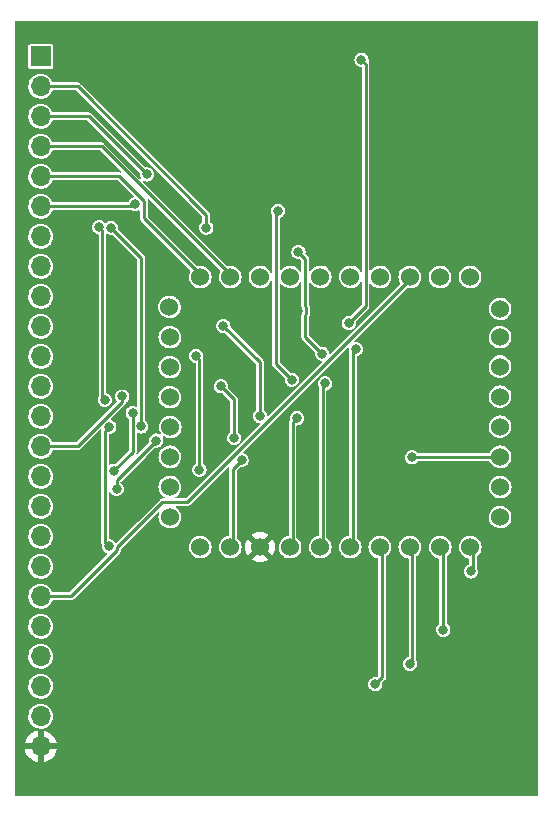
<source format=gbr>
%TF.GenerationSoftware,KiCad,Pcbnew,6.0.1*%
%TF.CreationDate,2022-02-10T21:50:41-06:00*%
%TF.ProjectId,SENSOR_BREADBOARD_8X10,53454e53-4f52-45f4-9252-454144424f41,rev?*%
%TF.SameCoordinates,Original*%
%TF.FileFunction,Copper,L2,Bot*%
%TF.FilePolarity,Positive*%
%FSLAX46Y46*%
G04 Gerber Fmt 4.6, Leading zero omitted, Abs format (unit mm)*
G04 Created by KiCad (PCBNEW 6.0.1) date 2022-02-10 21:50:41*
%MOMM*%
%LPD*%
G01*
G04 APERTURE LIST*
%TA.AperFunction,ComponentPad*%
%ADD10C,1.524000*%
%TD*%
%TA.AperFunction,ComponentPad*%
%ADD11R,1.700000X1.700000*%
%TD*%
%TA.AperFunction,ComponentPad*%
%ADD12O,1.700000X1.700000*%
%TD*%
%TA.AperFunction,ViaPad*%
%ADD13C,0.800000*%
%TD*%
%TA.AperFunction,Conductor*%
%ADD14C,0.250000*%
%TD*%
G04 APERTURE END LIST*
D10*
%TO.P,U1,1,5V*%
%TO.N,/5V*%
X100600000Y-119200000D03*
%TO.P,U1,2,3V3*%
%TO.N,/3V3_MCU*%
X103140000Y-119200000D03*
%TO.P,U1,3,GND*%
%TO.N,GND*%
X105663002Y-119199888D03*
%TO.P,U1,4,LSM9DS1_AG_CS*%
%TO.N,/LSM9_CS_AG*%
X108208668Y-119199888D03*
%TO.P,U1,5,LSM9DS1_M_CS*%
%TO.N,/LSM9_CS_M*%
X110754334Y-119199888D03*
%TO.P,U1,6,LSM9DS1_AG_INT1*%
%TO.N,/LSM9_INT1_AG*%
X113300000Y-119199888D03*
%TO.P,U1,7,SCK0*%
%TO.N,/SNS_SPI_SCK*%
X115805890Y-119199888D03*
%TO.P,U1,8,MISO0*%
%TO.N,/SNS_SPI_MISO*%
X118351556Y-119199888D03*
%TO.P,U1,9,MOSI0*%
%TO.N,/SNS_SPI_MOSI*%
X120920000Y-119200000D03*
%TO.P,U1,10,SDA0*%
%TO.N,/SNS_I2C_SDA*%
X123460000Y-119200000D03*
%TO.P,U1,11,SCL0*%
%TO.N,/SNS_I2C_SCL*%
X125988555Y-116654221D03*
%TO.P,U1,12,ZOE_M8Q_CS*%
%TO.N,/ZOE-M8Q_CS*%
X126000000Y-114120000D03*
%TO.P,U1,13,VBACKUP*%
%TO.N,/VBACKUP*%
X125988555Y-111562889D03*
%TO.P,U1,14,RX0*%
%TO.N,/SNS_UART_SDO*%
X125988555Y-109017222D03*
%TO.P,U1,15,TX0*%
%TO.N,/SNS_UART_SDI*%
X125988555Y-106471556D03*
%TO.P,U1,16*%
%TO.N,N/C*%
X125988555Y-103925890D03*
%TO.P,U1,17*%
X125988555Y-101420000D03*
%TO.P,U1,18*%
X125988555Y-99033438D03*
%TO.P,U1,19*%
X123442889Y-96328668D03*
%TO.P,U1,20*%
X120897222Y-96328668D03*
%TO.P,U1,21,MS5611_CS*%
%TO.N,/MS5611_CS*%
X118351556Y-96328668D03*
%TO.P,U1,22*%
%TO.N,N/C*%
X115805890Y-96328668D03*
%TO.P,U1,23,H3LIS331_CS*%
%TO.N,/H3LIS331DL_CS*%
X113300000Y-96328668D03*
%TO.P,U1,24,H3LIS331_INT1*%
%TO.N,/H3LIS331DL_INT1*%
X110754334Y-96328668D03*
%TO.P,U1,25*%
%TO.N,N/C*%
X108208668Y-96328668D03*
%TO.P,U1,26,KX134_TRIG*%
%TO.N,unconnected-(U1-Pad26)*%
X105663002Y-96328668D03*
%TO.P,U1,27,KX134_CS*%
%TO.N,/KX122_CS*%
X103140000Y-96340000D03*
%TO.P,U1,28,KX134_INT1*%
%TO.N,/KX122_INT1*%
X100600000Y-96340000D03*
%TO.P,U1,29*%
%TO.N,N/C*%
X97986227Y-98874334D03*
%TO.P,U1,30*%
X98026003Y-101420000D03*
%TO.P,U1,31,ZOE_M8Q_RESET*%
%TO.N,unconnected-(U1-Pad31)*%
X98026003Y-103960000D03*
%TO.P,U1,32,ZOE_M8Q_INT*%
%TO.N,/GPS_EXTINT*%
X98026003Y-106500000D03*
%TO.P,U1,33,LSM9DS1_AG_INT2*%
%TO.N,/LSM9_INT2_AG*%
X98060000Y-109040000D03*
%TO.P,U1,34,LSM9DS1_M_INT*%
%TO.N,/LSM9_INT_M*%
X98026003Y-111562889D03*
%TO.P,U1,35*%
%TO.N,N/C*%
X98026003Y-114108555D03*
%TO.P,U1,36*%
X98026003Y-116654221D03*
%TD*%
D11*
%TO.P,J1,1,Pin_1*%
%TO.N,/LSM9_INT1_AG*%
X87100000Y-77647800D03*
D12*
%TO.P,J1,2,Pin_2*%
%TO.N,/LSM9_INT2_AG*%
X87100000Y-80187800D03*
%TO.P,J1,3,Pin_3*%
%TO.N,/LSM9_INT_M*%
X87100000Y-82727800D03*
%TO.P,J1,4,Pin_4*%
%TO.N,/KX122_CS*%
X87100000Y-85267800D03*
%TO.P,J1,5,Pin_5*%
%TO.N,/KX122_INT1*%
X87100000Y-87807800D03*
%TO.P,J1,6,Pin_6*%
%TO.N,/LSM9_CS_AG*%
X87100000Y-90347800D03*
%TO.P,J1,7,Pin_7*%
%TO.N,/H3LIS331DL_CS*%
X87100000Y-92887800D03*
%TO.P,J1,8,Pin_8*%
%TO.N,/LSM9_CS_M*%
X87100000Y-95427800D03*
%TO.P,J1,9,Pin_9*%
%TO.N,/H3LIS331DL_INT1*%
X87100000Y-97967800D03*
%TO.P,J1,10,Pin_10*%
%TO.N,/VBACKUP*%
X87100000Y-100507800D03*
%TO.P,J1,11,Pin_11*%
%TO.N,/ZOE-M8Q_CS*%
X87100000Y-103047800D03*
%TO.P,J1,12,Pin_12*%
%TO.N,/3V3_MCU*%
X87100000Y-105587800D03*
%TO.P,J1,13,Pin_13*%
%TO.N,/5V*%
X87100000Y-108127800D03*
%TO.P,J1,14,Pin_14*%
%TO.N,/GPS_EXTINT*%
X87100000Y-110667800D03*
%TO.P,J1,15,Pin_15*%
%TO.N,/SNS_UART_SDI*%
X87100000Y-113207800D03*
%TO.P,J1,16,Pin_16*%
%TO.N,/SNS_UART_SDO*%
X87100000Y-115747800D03*
%TO.P,J1,17,Pin_17*%
%TO.N,/SNS_I2C_SCL*%
X87100000Y-118287800D03*
%TO.P,J1,18,Pin_18*%
%TO.N,/SNS_I2C_SDA*%
X87100000Y-120827800D03*
%TO.P,J1,19,Pin_19*%
%TO.N,/MS5611_CS*%
X87100000Y-123367800D03*
%TO.P,J1,20,Pin_20*%
%TO.N,/SNS_SPI_MOSI*%
X87100000Y-125907800D03*
%TO.P,J1,21,Pin_21*%
%TO.N,/SNS_SPI_MISO*%
X87100000Y-128447800D03*
%TO.P,J1,22,Pin_22*%
%TO.N,/SNS_SPI_SCK*%
X87100000Y-130987800D03*
%TO.P,J1,23,Pin_23*%
%TO.N,unconnected-(J1-Pad23)*%
X87100000Y-133527800D03*
%TO.P,J1,24,Pin_24*%
%TO.N,GND*%
X87100000Y-136067800D03*
%TD*%
D13*
%TO.N,/LSM9_INT1_AG*%
X114249200Y-77927200D03*
X113182400Y-100228400D03*
X113766600Y-102438200D03*
%TO.N,/LSM9_INT2_AG*%
X93040200Y-92163300D03*
X101117400Y-92151200D03*
X95605600Y-108991400D03*
%TO.N,/LSM9_INT_M*%
X96088200Y-87655400D03*
X92041585Y-92121176D03*
X92532200Y-106730800D03*
%TO.N,/LSM9_CS_AG*%
X108356400Y-105029000D03*
X95097600Y-90170000D03*
X108800000Y-108300000D03*
X107188000Y-90728800D03*
%TO.N,/LSM9_CS_M*%
X108915200Y-94208600D03*
X110921800Y-102819200D03*
X111175800Y-105333800D03*
%TO.N,/VBACKUP*%
X105664000Y-108102400D03*
X118550000Y-111600000D03*
X102565200Y-100457000D03*
%TO.N,/ZOE-M8Q_CS*%
X100253800Y-102997000D03*
X100533200Y-112649000D03*
%TO.N,/3V3_MCU*%
X103479600Y-109956600D03*
X102362000Y-105587800D03*
X104099011Y-111846011D03*
%TO.N,/5V*%
X92904800Y-109008400D03*
X92862400Y-119126000D03*
%TO.N,/GPS_EXTINT*%
X94005400Y-106451400D03*
%TO.N,/SNS_UART_SDI*%
X93294200Y-112725200D03*
X94881100Y-107848400D03*
%TO.N,/SNS_UART_SDO*%
X93522800Y-114274600D03*
X96875600Y-110185200D03*
%TO.N,/SNS_I2C_SDA*%
X123520200Y-121259600D03*
%TO.N,/SNS_SPI_MOSI*%
X121183400Y-126187200D03*
%TO.N,/SNS_SPI_MISO*%
X118338600Y-129082800D03*
%TO.N,/SNS_SPI_SCK*%
X115417600Y-130810000D03*
%TO.N,GND*%
X92650000Y-88900000D03*
X108850000Y-99200000D03*
X111550000Y-98850000D03*
X109600000Y-111650000D03*
X112150000Y-111650000D03*
X94050000Y-98000000D03*
X104450000Y-99000000D03*
%TD*%
D14*
%TO.N,/LSM9_INT1_AG*%
X113512600Y-119227488D02*
X113512600Y-102692200D01*
X113512600Y-102692200D02*
X113766600Y-102438200D01*
X114599111Y-98811689D02*
X114599111Y-78277111D01*
X113182400Y-100228400D02*
X114599111Y-98811689D01*
X114599111Y-78277111D02*
X114249200Y-77927200D01*
%TO.N,/LSM9_INT2_AG*%
X101117400Y-91084400D02*
X90220800Y-80187800D01*
X95605600Y-94728700D02*
X93040200Y-92163300D01*
X90220800Y-80187800D02*
X87100000Y-80187800D01*
X95605600Y-108991400D02*
X95605600Y-94728700D01*
X101117400Y-92151200D02*
X101117400Y-91084400D01*
%TO.N,/LSM9_INT_M*%
X92315689Y-92395280D02*
X92315689Y-106514289D01*
X92041585Y-92121176D02*
X92315689Y-92395280D01*
X96088200Y-87655400D02*
X91160600Y-82727800D01*
X91160600Y-82727800D02*
X87100000Y-82727800D01*
X92315689Y-106514289D02*
X92532200Y-106730800D01*
%TO.N,/KX122_CS*%
X92252800Y-85267800D02*
X87100000Y-85267800D01*
X103352600Y-96367600D02*
X92252800Y-85267800D01*
%TO.N,/KX122_INT1*%
X100812600Y-96367600D02*
X95822111Y-91377111D01*
X95822111Y-91377111D02*
X95822111Y-89869897D01*
X93760014Y-87807800D02*
X87100000Y-87807800D01*
X95822111Y-89869897D02*
X93760014Y-87807800D01*
%TO.N,/LSM9_CS_AG*%
X108356400Y-105029000D02*
X107000000Y-103672600D01*
X107000000Y-90916800D02*
X107188000Y-90728800D01*
X108421268Y-108678732D02*
X108421268Y-119227488D01*
X108800000Y-108300000D02*
X108421268Y-108678732D01*
X94919800Y-90347800D02*
X87100000Y-90347800D01*
X107000000Y-103672600D02*
X107000000Y-90916800D01*
X95097600Y-90170000D02*
X94919800Y-90347800D01*
%TO.N,/LSM9_CS_M*%
X109574511Y-98899897D02*
X109500000Y-98825386D01*
X109500000Y-94793400D02*
X108915200Y-94208600D01*
X109500000Y-98825386D02*
X109500000Y-94793400D01*
X110966934Y-105542666D02*
X111175800Y-105333800D01*
X110921800Y-102819200D02*
X109500000Y-101397400D01*
X109500000Y-99574614D02*
X109574511Y-99500103D01*
X109574511Y-99500103D02*
X109574511Y-98899897D01*
X110966934Y-119227488D02*
X110966934Y-105542666D01*
X109500000Y-101397400D02*
X109500000Y-99574614D01*
%TO.N,/VBACKUP*%
X118550000Y-111600000D02*
X118587111Y-111562889D01*
X105664000Y-108102400D02*
X105664000Y-103555800D01*
X118587111Y-111562889D02*
X125988555Y-111562889D01*
X105664000Y-103555800D02*
X102565200Y-100457000D01*
%TO.N,/ZOE-M8Q_CS*%
X100533200Y-103276400D02*
X100253800Y-102997000D01*
X100533200Y-112649000D02*
X100533200Y-103276400D01*
%TO.N,/3V3_MCU*%
X103479600Y-106705400D02*
X102362000Y-105587800D01*
X103479600Y-109956600D02*
X103479600Y-106705400D01*
X103352600Y-112592422D02*
X103352600Y-119227600D01*
X104099011Y-111846011D02*
X103352600Y-112592422D01*
%TO.N,/5V*%
X92557600Y-118821200D02*
X92557600Y-109355600D01*
X92557600Y-109355600D02*
X92904800Y-109008400D01*
X92862400Y-119126000D02*
X92557600Y-118821200D01*
%TO.N,/GPS_EXTINT*%
X90220800Y-110667800D02*
X87100000Y-110667800D01*
X94005400Y-106883200D02*
X90220800Y-110667800D01*
X94005400Y-106451400D02*
X94005400Y-106883200D01*
%TO.N,/SNS_UART_SDI*%
X94881089Y-111138311D02*
X93395800Y-112623600D01*
X94881089Y-107848411D02*
X94881089Y-111138311D01*
X93395800Y-112623600D02*
X93294200Y-112725200D01*
X94881100Y-107848400D02*
X94881089Y-107848411D01*
%TO.N,/SNS_UART_SDO*%
X93522800Y-113538000D02*
X93522800Y-114274600D01*
X96875600Y-110185200D02*
X93522800Y-113538000D01*
%TO.N,/SNS_I2C_SDA*%
X123672600Y-119227600D02*
X123672600Y-121107200D01*
X123672600Y-121107200D02*
X123520200Y-121259600D01*
%TO.N,/MS5611_CS*%
X93586911Y-119213089D02*
X93586911Y-119426103D01*
X99520424Y-115400000D02*
X97400000Y-115400000D01*
X93586911Y-119426103D02*
X89645214Y-123367800D01*
X97400000Y-115400000D02*
X93586911Y-119213089D01*
X89645214Y-123367800D02*
X87100000Y-123367800D01*
X118564156Y-96356268D02*
X99520424Y-115400000D01*
%TO.N,/SNS_SPI_MOSI*%
X121132600Y-119227600D02*
X121132600Y-126136400D01*
X121132600Y-126136400D02*
X121183400Y-126187200D01*
%TO.N,/SNS_SPI_MISO*%
X118564156Y-119227488D02*
X118564156Y-128851156D01*
X118592600Y-128879600D02*
X118389400Y-129082800D01*
X118389400Y-129082800D02*
X118338600Y-129082800D01*
X118564156Y-128851156D02*
X118592600Y-128879600D01*
%TO.N,/SNS_SPI_SCK*%
X116018490Y-130209110D02*
X115417600Y-130810000D01*
X116018490Y-119227488D02*
X116018490Y-130209110D01*
%TD*%
%TA.AperFunction,Conductor*%
%TO.N,GND*%
G36*
X129213455Y-74672345D02*
G01*
X129232200Y-74717600D01*
X129232200Y-140217200D01*
X129213455Y-140262455D01*
X129168200Y-140281200D01*
X84953800Y-140281200D01*
X84908545Y-140262455D01*
X84889800Y-140217200D01*
X84889800Y-136330044D01*
X85766968Y-136330044D01*
X85799123Y-136472723D01*
X85800690Y-136477724D01*
X85882724Y-136679752D01*
X85885088Y-136684433D01*
X85999022Y-136870355D01*
X86002109Y-136874573D01*
X86144886Y-137039399D01*
X86148616Y-137043052D01*
X86316395Y-137182345D01*
X86320681Y-137185346D01*
X86508948Y-137295360D01*
X86513672Y-137297624D01*
X86717378Y-137375411D01*
X86722407Y-137376872D01*
X86833526Y-137399479D01*
X86843089Y-137397620D01*
X86846000Y-137393304D01*
X86846000Y-137391703D01*
X87354000Y-137391703D01*
X87357728Y-137400704D01*
X87363722Y-137403187D01*
X87380707Y-137401011D01*
X87385824Y-137399923D01*
X87594691Y-137337260D01*
X87599555Y-137335354D01*
X87795376Y-137239422D01*
X87799876Y-137236740D01*
X87977405Y-137110110D01*
X87981391Y-137106742D01*
X88135854Y-136952816D01*
X88139246Y-136948830D01*
X88266488Y-136771754D01*
X88269186Y-136767263D01*
X88365801Y-136571779D01*
X88367727Y-136566914D01*
X88431117Y-136358274D01*
X88432222Y-136353164D01*
X88434689Y-136334421D01*
X88432167Y-136325009D01*
X88426609Y-136321800D01*
X87366729Y-136321800D01*
X87357728Y-136325528D01*
X87354000Y-136334529D01*
X87354000Y-137391703D01*
X86846000Y-137391703D01*
X86846000Y-136334529D01*
X86842272Y-136325528D01*
X86833271Y-136321800D01*
X85777839Y-136321800D01*
X85768838Y-136325528D01*
X85766968Y-136330044D01*
X84889800Y-136330044D01*
X84889800Y-135804516D01*
X85763686Y-135804516D01*
X85765444Y-135810490D01*
X85771512Y-135813800D01*
X86833271Y-135813800D01*
X86842272Y-135810072D01*
X86846000Y-135801071D01*
X87354000Y-135801071D01*
X87357728Y-135810072D01*
X87366729Y-135813800D01*
X88423730Y-135813800D01*
X88432731Y-135810072D01*
X88434469Y-135805876D01*
X88390593Y-135631204D01*
X88388910Y-135626259D01*
X88301960Y-135426288D01*
X88299484Y-135421670D01*
X88181042Y-135238586D01*
X88177850Y-135234441D01*
X88031098Y-135073163D01*
X88027267Y-135069590D01*
X87856134Y-134934438D01*
X87851790Y-134931552D01*
X87660879Y-134826163D01*
X87656110Y-134824020D01*
X87450561Y-134751231D01*
X87445496Y-134749893D01*
X87366533Y-134735827D01*
X87357018Y-134737919D01*
X87354000Y-134742638D01*
X87354000Y-135801071D01*
X86846000Y-135801071D01*
X86846000Y-134745516D01*
X86842272Y-134736515D01*
X86836705Y-134734209D01*
X86786802Y-134741846D01*
X86781711Y-134743059D01*
X86574446Y-134810803D01*
X86569623Y-134812830D01*
X86376203Y-134913519D01*
X86371774Y-134916308D01*
X86197400Y-135047232D01*
X86193480Y-135050713D01*
X86042835Y-135208353D01*
X86039538Y-135212425D01*
X85916658Y-135392560D01*
X85914074Y-135397108D01*
X85822267Y-135594892D01*
X85820455Y-135599816D01*
X85763686Y-135804516D01*
X84889800Y-135804516D01*
X84889800Y-133513062D01*
X86044520Y-133513062D01*
X86061759Y-133718353D01*
X86118544Y-133916386D01*
X86212712Y-134099618D01*
X86214655Y-134102070D01*
X86214656Y-134102071D01*
X86243641Y-134138641D01*
X86340677Y-134261070D01*
X86497564Y-134394591D01*
X86677398Y-134495097D01*
X86680376Y-134496065D01*
X86680377Y-134496065D01*
X86870358Y-134557794D01*
X86870361Y-134557795D01*
X86873329Y-134558759D01*
X87077894Y-134583151D01*
X87081014Y-134582911D01*
X87081017Y-134582911D01*
X87280173Y-134567587D01*
X87280177Y-134567586D01*
X87283300Y-134567346D01*
X87286316Y-134566504D01*
X87286321Y-134566503D01*
X87478709Y-134512787D01*
X87478708Y-134512787D01*
X87481725Y-134511945D01*
X87518105Y-134493568D01*
X87662812Y-134420472D01*
X87662817Y-134420469D01*
X87665610Y-134419058D01*
X87827951Y-134292224D01*
X87962564Y-134136272D01*
X88064323Y-133957144D01*
X88076956Y-133919170D01*
X88128363Y-133764633D01*
X88129351Y-133761663D01*
X88134823Y-133718353D01*
X88154946Y-133559057D01*
X88154946Y-133559053D01*
X88155171Y-133557274D01*
X88155583Y-133527800D01*
X88135480Y-133322770D01*
X88134577Y-133319779D01*
X88134576Y-133319774D01*
X88105708Y-133224160D01*
X88075935Y-133125549D01*
X88074470Y-133122793D01*
X88074468Y-133122789D01*
X87980688Y-132946414D01*
X87979218Y-132943649D01*
X87977237Y-132941220D01*
X87850990Y-132786426D01*
X87850988Y-132786424D01*
X87849011Y-132784000D01*
X87690275Y-132652682D01*
X87509055Y-132554697D01*
X87490910Y-132549080D01*
X87315242Y-132494702D01*
X87315243Y-132494702D01*
X87312254Y-132493777D01*
X87107369Y-132472243D01*
X87104259Y-132472526D01*
X87104258Y-132472526D01*
X87058871Y-132476657D01*
X86902203Y-132490914D01*
X86899206Y-132491796D01*
X86899201Y-132491797D01*
X86707578Y-132548195D01*
X86707575Y-132548196D01*
X86704572Y-132549080D01*
X86635128Y-132585385D01*
X86524773Y-132643077D01*
X86524770Y-132643079D01*
X86522002Y-132644526D01*
X86361447Y-132773615D01*
X86359434Y-132776014D01*
X86231033Y-132929035D01*
X86231030Y-132929039D01*
X86229024Y-132931430D01*
X86129776Y-133111962D01*
X86128831Y-133114940D01*
X86128830Y-133114943D01*
X86068429Y-133305352D01*
X86067484Y-133308332D01*
X86044520Y-133513062D01*
X84889800Y-133513062D01*
X84889800Y-130973062D01*
X86044520Y-130973062D01*
X86061759Y-131178353D01*
X86118544Y-131376386D01*
X86212712Y-131559618D01*
X86214655Y-131562070D01*
X86214656Y-131562071D01*
X86243641Y-131598641D01*
X86340677Y-131721070D01*
X86497564Y-131854591D01*
X86677398Y-131955097D01*
X86680376Y-131956065D01*
X86680377Y-131956065D01*
X86870358Y-132017794D01*
X86870361Y-132017795D01*
X86873329Y-132018759D01*
X87077894Y-132043151D01*
X87081014Y-132042911D01*
X87081017Y-132042911D01*
X87280173Y-132027587D01*
X87280177Y-132027586D01*
X87283300Y-132027346D01*
X87286316Y-132026504D01*
X87286321Y-132026503D01*
X87478709Y-131972787D01*
X87478708Y-131972787D01*
X87481725Y-131971945D01*
X87518105Y-131953568D01*
X87662812Y-131880472D01*
X87662817Y-131880469D01*
X87665610Y-131879058D01*
X87827951Y-131752224D01*
X87962564Y-131596272D01*
X88064323Y-131417144D01*
X88071493Y-131395592D01*
X88128363Y-131224633D01*
X88129351Y-131221663D01*
X88134823Y-131178353D01*
X88154946Y-131019057D01*
X88154946Y-131019053D01*
X88155171Y-131017274D01*
X88155583Y-130987800D01*
X88138150Y-130810000D01*
X114811918Y-130810000D01*
X114832556Y-130966762D01*
X114834161Y-130970636D01*
X114834161Y-130970637D01*
X114852737Y-131015482D01*
X114893064Y-131112841D01*
X114989318Y-131238282D01*
X115114759Y-131334536D01*
X115118635Y-131336142D01*
X115118636Y-131336142D01*
X115222515Y-131379170D01*
X115260838Y-131395044D01*
X115264994Y-131395591D01*
X115264997Y-131395592D01*
X115413438Y-131415134D01*
X115417600Y-131415682D01*
X115421762Y-131415134D01*
X115570203Y-131395592D01*
X115570206Y-131395591D01*
X115574362Y-131395044D01*
X115612685Y-131379170D01*
X115716564Y-131336142D01*
X115716565Y-131336142D01*
X115720441Y-131334536D01*
X115845882Y-131238282D01*
X115942136Y-131112841D01*
X115982464Y-131015482D01*
X116001039Y-130970637D01*
X116001039Y-130970636D01*
X116002644Y-130966762D01*
X116023282Y-130810000D01*
X116010491Y-130712844D01*
X116023170Y-130665531D01*
X116028689Y-130659237D01*
X116236629Y-130451297D01*
X116240746Y-130447525D01*
X116267394Y-130425165D01*
X116267395Y-130425164D01*
X116271684Y-130421565D01*
X116291879Y-130386585D01*
X116294879Y-130381876D01*
X116314834Y-130353379D01*
X116314835Y-130353377D01*
X116318044Y-130348794D01*
X116319628Y-130342883D01*
X116326019Y-130327454D01*
X116326277Y-130327007D01*
X116326278Y-130327006D01*
X116329078Y-130322155D01*
X116336091Y-130282382D01*
X116337296Y-130276944D01*
X116347754Y-130237917D01*
X116347207Y-130231655D01*
X116344234Y-130197681D01*
X116343990Y-130192103D01*
X116343990Y-120032177D01*
X116362735Y-119986922D01*
X116368587Y-119981745D01*
X116470390Y-119902206D01*
X116470391Y-119902205D01*
X116472860Y-119900276D01*
X116596197Y-119757389D01*
X116689432Y-119593266D01*
X116697048Y-119570374D01*
X116748025Y-119417130D01*
X116749013Y-119414160D01*
X116749652Y-119409108D01*
X116772445Y-119228675D01*
X116772445Y-119228673D01*
X116772670Y-119226893D01*
X116773047Y-119199888D01*
X116771723Y-119186384D01*
X117384493Y-119186384D01*
X117400288Y-119374478D01*
X117412518Y-119417130D01*
X117448897Y-119543997D01*
X117452316Y-119555922D01*
X117538596Y-119723805D01*
X117540539Y-119726257D01*
X117540540Y-119726258D01*
X117565214Y-119757389D01*
X117655841Y-119871732D01*
X117658224Y-119873760D01*
X117797208Y-119992045D01*
X117797213Y-119992049D01*
X117799586Y-119994068D01*
X117802311Y-119995591D01*
X117802314Y-119995593D01*
X117867974Y-120032289D01*
X117964356Y-120086155D01*
X117967334Y-120087123D01*
X117967335Y-120087123D01*
X118140902Y-120143518D01*
X118140905Y-120143519D01*
X118143873Y-120144483D01*
X118182233Y-120149057D01*
X118224951Y-120173029D01*
X118238656Y-120212607D01*
X118238656Y-128434149D01*
X118219911Y-128479404D01*
X118189579Y-128494360D01*
X118190051Y-128496122D01*
X118185997Y-128497209D01*
X118181838Y-128497756D01*
X118035759Y-128558264D01*
X117910318Y-128654518D01*
X117814064Y-128779959D01*
X117812458Y-128783835D01*
X117812458Y-128783836D01*
X117775038Y-128874175D01*
X117753556Y-128926038D01*
X117753009Y-128930194D01*
X117753008Y-128930197D01*
X117741602Y-129016838D01*
X117732918Y-129082800D01*
X117733466Y-129086962D01*
X117750211Y-129214152D01*
X117753556Y-129239562D01*
X117814064Y-129385641D01*
X117910318Y-129511082D01*
X118035759Y-129607336D01*
X118181838Y-129667844D01*
X118185994Y-129668391D01*
X118185997Y-129668392D01*
X118334438Y-129687934D01*
X118338600Y-129688482D01*
X118342762Y-129687934D01*
X118491203Y-129668392D01*
X118491206Y-129668391D01*
X118495362Y-129667844D01*
X118641441Y-129607336D01*
X118766882Y-129511082D01*
X118863136Y-129385641D01*
X118923644Y-129239562D01*
X118926990Y-129214152D01*
X118943734Y-129086962D01*
X118944282Y-129082800D01*
X118923644Y-128926038D01*
X118923016Y-128924521D01*
X118921669Y-128909131D01*
X118921863Y-128908407D01*
X118919831Y-128885182D01*
X118919831Y-128874025D01*
X118921375Y-128856376D01*
X118921864Y-128850793D01*
X118920414Y-128845383D01*
X118920414Y-128845379D01*
X118915828Y-128828265D01*
X118913891Y-128817279D01*
X118912347Y-128799637D01*
X118911859Y-128794055D01*
X118902002Y-128772915D01*
X118898190Y-128762441D01*
X118892154Y-128739915D01*
X118893404Y-128739580D01*
X118889656Y-128722670D01*
X118889656Y-120032177D01*
X118908401Y-119986922D01*
X118914253Y-119981745D01*
X119016056Y-119902206D01*
X119016057Y-119902205D01*
X119018526Y-119900276D01*
X119141863Y-119757389D01*
X119235098Y-119593266D01*
X119242714Y-119570374D01*
X119293691Y-119417130D01*
X119294679Y-119414160D01*
X119295318Y-119409108D01*
X119318111Y-119228675D01*
X119318111Y-119228673D01*
X119318336Y-119226893D01*
X119318713Y-119199888D01*
X119317400Y-119186496D01*
X119952937Y-119186496D01*
X119968732Y-119374590D01*
X119984288Y-119428841D01*
X120019304Y-119550955D01*
X120020760Y-119556034D01*
X120026960Y-119568098D01*
X120105554Y-119721025D01*
X120107040Y-119723917D01*
X120224285Y-119871844D01*
X120226668Y-119873872D01*
X120365652Y-119992157D01*
X120365657Y-119992161D01*
X120368030Y-119994180D01*
X120370755Y-119995703D01*
X120370758Y-119995705D01*
X120506655Y-120071655D01*
X120532800Y-120086267D01*
X120535778Y-120087235D01*
X120535779Y-120087235D01*
X120709346Y-120143630D01*
X120709349Y-120143631D01*
X120712317Y-120144595D01*
X120750677Y-120149169D01*
X120793395Y-120173141D01*
X120807100Y-120212719D01*
X120807100Y-125687469D01*
X120788355Y-125732724D01*
X120782061Y-125738244D01*
X120755118Y-125758918D01*
X120658864Y-125884359D01*
X120657258Y-125888235D01*
X120657258Y-125888236D01*
X120655259Y-125893062D01*
X120598356Y-126030438D01*
X120597809Y-126034594D01*
X120597808Y-126034597D01*
X120584122Y-126138555D01*
X120577718Y-126187200D01*
X120578266Y-126191362D01*
X120597068Y-126334175D01*
X120598356Y-126343962D01*
X120658864Y-126490041D01*
X120755118Y-126615482D01*
X120880559Y-126711736D01*
X121026638Y-126772244D01*
X121030794Y-126772791D01*
X121030797Y-126772792D01*
X121179238Y-126792334D01*
X121183400Y-126792882D01*
X121187562Y-126792334D01*
X121336003Y-126772792D01*
X121336006Y-126772791D01*
X121340162Y-126772244D01*
X121486241Y-126711736D01*
X121611682Y-126615482D01*
X121707936Y-126490041D01*
X121768444Y-126343962D01*
X121769733Y-126334175D01*
X121788534Y-126191362D01*
X121789082Y-126187200D01*
X121782678Y-126138555D01*
X121768992Y-126034597D01*
X121768991Y-126034594D01*
X121768444Y-126030438D01*
X121711541Y-125893062D01*
X121709542Y-125888236D01*
X121709542Y-125888235D01*
X121707936Y-125884359D01*
X121611682Y-125758918D01*
X121486241Y-125662664D01*
X121487073Y-125661580D01*
X121460281Y-125626662D01*
X121458100Y-125610098D01*
X121458100Y-120032289D01*
X121476845Y-119987034D01*
X121482697Y-119981857D01*
X121584500Y-119902318D01*
X121584501Y-119902317D01*
X121586970Y-119900388D01*
X121710307Y-119757501D01*
X121803542Y-119593378D01*
X121811195Y-119570374D01*
X121862135Y-119417242D01*
X121863123Y-119414272D01*
X121863776Y-119409108D01*
X121886555Y-119228787D01*
X121886555Y-119228785D01*
X121886780Y-119227005D01*
X121887157Y-119200000D01*
X121885833Y-119186496D01*
X122492937Y-119186496D01*
X122508732Y-119374590D01*
X122524288Y-119428841D01*
X122559304Y-119550955D01*
X122560760Y-119556034D01*
X122566960Y-119568098D01*
X122645554Y-119721025D01*
X122647040Y-119723917D01*
X122764285Y-119871844D01*
X122766668Y-119873872D01*
X122905652Y-119992157D01*
X122905657Y-119992161D01*
X122908030Y-119994180D01*
X122910755Y-119995703D01*
X122910758Y-119995705D01*
X123046655Y-120071655D01*
X123072800Y-120086267D01*
X123075778Y-120087235D01*
X123075779Y-120087235D01*
X123249346Y-120143630D01*
X123249349Y-120143631D01*
X123252317Y-120144595D01*
X123290677Y-120149169D01*
X123333395Y-120173141D01*
X123347100Y-120212719D01*
X123347100Y-120638560D01*
X123328355Y-120683815D01*
X123307592Y-120697688D01*
X123217359Y-120735064D01*
X123091918Y-120831318D01*
X122995664Y-120956759D01*
X122994058Y-120960635D01*
X122994058Y-120960636D01*
X122970151Y-121018353D01*
X122935156Y-121102838D01*
X122914518Y-121259600D01*
X122915066Y-121263762D01*
X122933275Y-121402071D01*
X122935156Y-121416362D01*
X122936761Y-121420236D01*
X122936761Y-121420237D01*
X122942276Y-121433550D01*
X122995664Y-121562441D01*
X123091918Y-121687882D01*
X123217359Y-121784136D01*
X123221235Y-121785742D01*
X123221236Y-121785742D01*
X123359563Y-121843039D01*
X123363438Y-121844644D01*
X123367594Y-121845191D01*
X123367597Y-121845192D01*
X123516038Y-121864734D01*
X123520200Y-121865282D01*
X123524362Y-121864734D01*
X123672803Y-121845192D01*
X123672806Y-121845191D01*
X123676962Y-121844644D01*
X123680837Y-121843039D01*
X123819164Y-121785742D01*
X123819165Y-121785742D01*
X123823041Y-121784136D01*
X123948482Y-121687882D01*
X124044736Y-121562441D01*
X124098125Y-121433550D01*
X124103639Y-121420237D01*
X124103639Y-121420236D01*
X124105244Y-121416362D01*
X124107126Y-121402071D01*
X124125334Y-121263762D01*
X124125882Y-121259600D01*
X124105244Y-121102838D01*
X124070249Y-121018353D01*
X124046342Y-120960636D01*
X124046342Y-120960635D01*
X124044736Y-120956759D01*
X124011325Y-120913217D01*
X123998100Y-120874256D01*
X123998100Y-120032289D01*
X124016845Y-119987034D01*
X124022697Y-119981857D01*
X124124500Y-119902318D01*
X124124501Y-119902317D01*
X124126970Y-119900388D01*
X124250307Y-119757501D01*
X124343542Y-119593378D01*
X124351195Y-119570374D01*
X124402135Y-119417242D01*
X124403123Y-119414272D01*
X124403776Y-119409108D01*
X124426555Y-119228787D01*
X124426555Y-119228785D01*
X124426780Y-119227005D01*
X124427157Y-119200000D01*
X124408738Y-119012145D01*
X124407835Y-119009154D01*
X124407834Y-119009149D01*
X124374469Y-118898641D01*
X124354181Y-118831445D01*
X124352716Y-118828689D01*
X124352714Y-118828685D01*
X124267036Y-118667548D01*
X124265566Y-118664783D01*
X124180247Y-118560172D01*
X124148245Y-118520934D01*
X124148243Y-118520932D01*
X124146266Y-118518508D01*
X124000827Y-118398191D01*
X123834788Y-118308414D01*
X123654474Y-118252597D01*
X123466752Y-118232867D01*
X123463642Y-118233150D01*
X123463641Y-118233150D01*
X123421878Y-118236951D01*
X123278773Y-118249974D01*
X123275776Y-118250856D01*
X123275771Y-118250857D01*
X123100703Y-118302383D01*
X123100700Y-118302384D01*
X123097697Y-118303268D01*
X123032930Y-118337127D01*
X122933191Y-118389269D01*
X122933188Y-118389271D01*
X122930420Y-118390718D01*
X122783316Y-118508993D01*
X122781303Y-118511392D01*
X122663995Y-118651193D01*
X122663992Y-118651197D01*
X122661986Y-118653588D01*
X122651107Y-118673377D01*
X122577655Y-118806986D01*
X122571052Y-118818996D01*
X122570107Y-118821974D01*
X122570106Y-118821977D01*
X122514959Y-118995825D01*
X122513978Y-118998917D01*
X122513630Y-119002019D01*
X122513629Y-119002024D01*
X122493771Y-119179058D01*
X122492937Y-119186496D01*
X121885833Y-119186496D01*
X121868738Y-119012145D01*
X121867835Y-119009154D01*
X121867834Y-119009149D01*
X121834469Y-118898641D01*
X121814181Y-118831445D01*
X121812716Y-118828689D01*
X121812714Y-118828685D01*
X121727036Y-118667548D01*
X121725566Y-118664783D01*
X121640247Y-118560172D01*
X121608245Y-118520934D01*
X121608243Y-118520932D01*
X121606266Y-118518508D01*
X121460827Y-118398191D01*
X121294788Y-118308414D01*
X121114474Y-118252597D01*
X120926752Y-118232867D01*
X120923642Y-118233150D01*
X120923641Y-118233150D01*
X120881878Y-118236951D01*
X120738773Y-118249974D01*
X120735776Y-118250856D01*
X120735771Y-118250857D01*
X120560703Y-118302383D01*
X120560700Y-118302384D01*
X120557697Y-118303268D01*
X120492930Y-118337127D01*
X120393191Y-118389269D01*
X120393188Y-118389271D01*
X120390420Y-118390718D01*
X120243316Y-118508993D01*
X120241303Y-118511392D01*
X120123995Y-118651193D01*
X120123992Y-118651197D01*
X120121986Y-118653588D01*
X120111107Y-118673377D01*
X120037655Y-118806986D01*
X120031052Y-118818996D01*
X120030107Y-118821974D01*
X120030106Y-118821977D01*
X119974959Y-118995825D01*
X119973978Y-118998917D01*
X119973630Y-119002019D01*
X119973629Y-119002024D01*
X119953771Y-119179058D01*
X119952937Y-119186496D01*
X119317400Y-119186496D01*
X119300294Y-119012033D01*
X119299391Y-119009042D01*
X119299390Y-119009037D01*
X119264801Y-118894475D01*
X119245737Y-118831333D01*
X119244272Y-118828577D01*
X119244270Y-118828573D01*
X119158592Y-118667436D01*
X119157122Y-118664671D01*
X119146038Y-118651081D01*
X119039801Y-118520822D01*
X119039799Y-118520820D01*
X119037822Y-118518396D01*
X118892383Y-118398079D01*
X118882391Y-118392676D01*
X118843859Y-118371842D01*
X118726344Y-118308302D01*
X118665877Y-118289584D01*
X118549018Y-118253410D01*
X118546030Y-118252485D01*
X118358308Y-118232755D01*
X118355198Y-118233038D01*
X118355197Y-118233038D01*
X118313434Y-118236839D01*
X118170329Y-118249862D01*
X118167332Y-118250744D01*
X118167327Y-118250745D01*
X117992259Y-118302271D01*
X117992256Y-118302272D01*
X117989253Y-118303156D01*
X117962248Y-118317274D01*
X117824747Y-118389157D01*
X117824744Y-118389159D01*
X117821976Y-118390606D01*
X117674872Y-118508881D01*
X117672859Y-118511280D01*
X117555551Y-118651081D01*
X117555548Y-118651085D01*
X117553542Y-118653476D01*
X117545806Y-118667548D01*
X117467616Y-118809775D01*
X117462608Y-118818884D01*
X117461663Y-118821862D01*
X117461662Y-118821865D01*
X117419278Y-118955477D01*
X117405534Y-118998805D01*
X117405186Y-119001907D01*
X117405185Y-119001912D01*
X117388287Y-119152563D01*
X117384493Y-119186384D01*
X116771723Y-119186384D01*
X116754628Y-119012033D01*
X116753725Y-119009042D01*
X116753724Y-119009037D01*
X116719135Y-118894475D01*
X116700071Y-118831333D01*
X116698606Y-118828577D01*
X116698604Y-118828573D01*
X116612926Y-118667436D01*
X116611456Y-118664671D01*
X116600372Y-118651081D01*
X116494135Y-118520822D01*
X116494133Y-118520820D01*
X116492156Y-118518396D01*
X116346717Y-118398079D01*
X116336725Y-118392676D01*
X116298193Y-118371842D01*
X116180678Y-118308302D01*
X116120211Y-118289584D01*
X116003352Y-118253410D01*
X116000364Y-118252485D01*
X115812642Y-118232755D01*
X115809532Y-118233038D01*
X115809531Y-118233038D01*
X115767768Y-118236839D01*
X115624663Y-118249862D01*
X115621666Y-118250744D01*
X115621661Y-118250745D01*
X115446593Y-118302271D01*
X115446590Y-118302272D01*
X115443587Y-118303156D01*
X115416582Y-118317274D01*
X115279081Y-118389157D01*
X115279078Y-118389159D01*
X115276310Y-118390606D01*
X115129206Y-118508881D01*
X115127193Y-118511280D01*
X115009885Y-118651081D01*
X115009882Y-118651085D01*
X115007876Y-118653476D01*
X115000140Y-118667548D01*
X114921950Y-118809775D01*
X114916942Y-118818884D01*
X114915997Y-118821862D01*
X114915996Y-118821865D01*
X114873612Y-118955477D01*
X114859868Y-118998805D01*
X114859520Y-119001907D01*
X114859519Y-119001912D01*
X114842621Y-119152563D01*
X114838827Y-119186384D01*
X114854622Y-119374478D01*
X114866852Y-119417130D01*
X114903231Y-119543997D01*
X114906650Y-119555922D01*
X114992930Y-119723805D01*
X114994873Y-119726257D01*
X114994874Y-119726258D01*
X115019548Y-119757389D01*
X115110175Y-119871732D01*
X115112558Y-119873760D01*
X115251542Y-119992045D01*
X115251547Y-119992049D01*
X115253920Y-119994068D01*
X115256645Y-119995591D01*
X115256648Y-119995593D01*
X115322308Y-120032289D01*
X115418690Y-120086155D01*
X115421668Y-120087123D01*
X115421669Y-120087123D01*
X115595236Y-120143518D01*
X115595239Y-120143519D01*
X115598207Y-120144483D01*
X115636567Y-120149057D01*
X115679285Y-120173029D01*
X115692990Y-120212607D01*
X115692990Y-130047774D01*
X115674245Y-130093029D01*
X115568363Y-130198911D01*
X115523108Y-130217656D01*
X115514762Y-130217109D01*
X115417600Y-130204318D01*
X115413438Y-130204866D01*
X115264997Y-130224408D01*
X115264994Y-130224409D01*
X115260838Y-130224956D01*
X115256964Y-130226561D01*
X115256963Y-130226561D01*
X115216487Y-130243327D01*
X115114759Y-130285464D01*
X115111431Y-130288017D01*
X115111432Y-130288017D01*
X115032226Y-130348794D01*
X114989318Y-130381718D01*
X114893064Y-130507159D01*
X114832556Y-130653238D01*
X114832009Y-130657394D01*
X114832008Y-130657397D01*
X114817796Y-130765352D01*
X114811918Y-130810000D01*
X88138150Y-130810000D01*
X88135480Y-130782770D01*
X88134577Y-130779779D01*
X88134576Y-130779774D01*
X88097627Y-130657397D01*
X88075935Y-130585549D01*
X88074470Y-130582793D01*
X88074468Y-130582789D01*
X87980688Y-130406414D01*
X87979218Y-130403649D01*
X87977237Y-130401220D01*
X87850990Y-130246426D01*
X87850988Y-130246424D01*
X87849011Y-130244000D01*
X87690275Y-130112682D01*
X87509055Y-130014697D01*
X87490910Y-130009080D01*
X87315242Y-129954702D01*
X87315243Y-129954702D01*
X87312254Y-129953777D01*
X87107369Y-129932243D01*
X87104259Y-129932526D01*
X87104258Y-129932526D01*
X87058871Y-129936657D01*
X86902203Y-129950914D01*
X86899206Y-129951796D01*
X86899201Y-129951797D01*
X86707578Y-130008195D01*
X86707575Y-130008196D01*
X86704572Y-130009080D01*
X86635128Y-130045385D01*
X86524773Y-130103077D01*
X86524770Y-130103079D01*
X86522002Y-130104526D01*
X86361447Y-130233615D01*
X86359434Y-130236014D01*
X86231033Y-130389035D01*
X86231030Y-130389039D01*
X86229024Y-130391430D01*
X86129776Y-130571962D01*
X86128831Y-130574940D01*
X86128830Y-130574943D01*
X86085085Y-130712845D01*
X86067484Y-130768332D01*
X86050651Y-130918405D01*
X86045227Y-130966762D01*
X86044520Y-130973062D01*
X84889800Y-130973062D01*
X84889800Y-128433062D01*
X86044520Y-128433062D01*
X86061759Y-128638353D01*
X86089859Y-128736349D01*
X86103476Y-128783836D01*
X86118544Y-128836386D01*
X86212712Y-129019618D01*
X86214655Y-129022070D01*
X86214656Y-129022071D01*
X86262789Y-129082800D01*
X86340677Y-129181070D01*
X86497564Y-129314591D01*
X86677398Y-129415097D01*
X86680376Y-129416065D01*
X86680377Y-129416065D01*
X86870358Y-129477794D01*
X86870361Y-129477795D01*
X86873329Y-129478759D01*
X87077894Y-129503151D01*
X87081014Y-129502911D01*
X87081017Y-129502911D01*
X87280173Y-129487587D01*
X87280177Y-129487586D01*
X87283300Y-129487346D01*
X87286316Y-129486504D01*
X87286321Y-129486503D01*
X87478709Y-129432787D01*
X87478708Y-129432787D01*
X87481725Y-129431945D01*
X87566805Y-129388968D01*
X87662812Y-129340472D01*
X87662817Y-129340469D01*
X87665610Y-129339058D01*
X87827951Y-129212224D01*
X87962564Y-129056272D01*
X88046563Y-128908407D01*
X88062778Y-128879864D01*
X88062779Y-128879863D01*
X88064323Y-128877144D01*
X88076956Y-128839170D01*
X88128363Y-128684633D01*
X88129351Y-128681663D01*
X88132781Y-128654518D01*
X88154946Y-128479057D01*
X88154946Y-128479053D01*
X88155171Y-128477274D01*
X88155583Y-128447800D01*
X88135480Y-128242770D01*
X88134577Y-128239779D01*
X88134576Y-128239774D01*
X88105708Y-128144160D01*
X88075935Y-128045549D01*
X88074470Y-128042793D01*
X88074468Y-128042789D01*
X87980688Y-127866414D01*
X87979218Y-127863649D01*
X87977237Y-127861220D01*
X87850990Y-127706426D01*
X87850988Y-127706424D01*
X87849011Y-127704000D01*
X87690275Y-127572682D01*
X87509055Y-127474697D01*
X87490910Y-127469080D01*
X87315242Y-127414702D01*
X87315243Y-127414702D01*
X87312254Y-127413777D01*
X87107369Y-127392243D01*
X87104259Y-127392526D01*
X87104258Y-127392526D01*
X87058871Y-127396657D01*
X86902203Y-127410914D01*
X86899206Y-127411796D01*
X86899201Y-127411797D01*
X86707578Y-127468195D01*
X86707575Y-127468196D01*
X86704572Y-127469080D01*
X86635128Y-127505385D01*
X86524773Y-127563077D01*
X86524770Y-127563079D01*
X86522002Y-127564526D01*
X86361447Y-127693615D01*
X86359434Y-127696014D01*
X86231033Y-127849035D01*
X86231030Y-127849039D01*
X86229024Y-127851430D01*
X86129776Y-128031962D01*
X86128831Y-128034940D01*
X86128830Y-128034943D01*
X86068429Y-128225352D01*
X86067484Y-128228332D01*
X86044520Y-128433062D01*
X84889800Y-128433062D01*
X84889800Y-125893062D01*
X86044520Y-125893062D01*
X86061759Y-126098353D01*
X86118544Y-126296386D01*
X86212712Y-126479618D01*
X86214655Y-126482070D01*
X86214656Y-126482071D01*
X86243641Y-126518641D01*
X86340677Y-126641070D01*
X86343061Y-126643099D01*
X86343063Y-126643101D01*
X86492920Y-126770639D01*
X86497564Y-126774591D01*
X86677398Y-126875097D01*
X86680376Y-126876065D01*
X86680377Y-126876065D01*
X86870358Y-126937794D01*
X86870361Y-126937795D01*
X86873329Y-126938759D01*
X87077894Y-126963151D01*
X87081014Y-126962911D01*
X87081017Y-126962911D01*
X87280173Y-126947587D01*
X87280177Y-126947586D01*
X87283300Y-126947346D01*
X87286316Y-126946504D01*
X87286321Y-126946503D01*
X87478709Y-126892787D01*
X87478708Y-126892787D01*
X87481725Y-126891945D01*
X87518105Y-126873568D01*
X87662812Y-126800472D01*
X87662817Y-126800469D01*
X87665610Y-126799058D01*
X87674217Y-126792334D01*
X87825483Y-126674152D01*
X87827951Y-126672224D01*
X87962564Y-126516272D01*
X88064323Y-126337144D01*
X88076956Y-126299170D01*
X88128363Y-126144633D01*
X88129351Y-126141663D01*
X88134823Y-126098353D01*
X88154946Y-125939057D01*
X88154946Y-125939053D01*
X88155171Y-125937274D01*
X88155583Y-125907800D01*
X88135480Y-125702770D01*
X88134577Y-125699779D01*
X88134576Y-125699774D01*
X88105708Y-125604160D01*
X88075935Y-125505549D01*
X88074470Y-125502793D01*
X88074468Y-125502789D01*
X87980688Y-125326414D01*
X87979218Y-125323649D01*
X87977237Y-125321220D01*
X87850990Y-125166426D01*
X87850988Y-125166424D01*
X87849011Y-125164000D01*
X87690275Y-125032682D01*
X87509055Y-124934697D01*
X87490910Y-124929080D01*
X87315242Y-124874702D01*
X87315243Y-124874702D01*
X87312254Y-124873777D01*
X87107369Y-124852243D01*
X87104259Y-124852526D01*
X87104258Y-124852526D01*
X87058871Y-124856657D01*
X86902203Y-124870914D01*
X86899206Y-124871796D01*
X86899201Y-124871797D01*
X86707578Y-124928195D01*
X86707575Y-124928196D01*
X86704572Y-124929080D01*
X86635128Y-124965385D01*
X86524773Y-125023077D01*
X86524770Y-125023079D01*
X86522002Y-125024526D01*
X86361447Y-125153615D01*
X86359434Y-125156014D01*
X86231033Y-125309035D01*
X86231030Y-125309039D01*
X86229024Y-125311430D01*
X86129776Y-125491962D01*
X86128831Y-125494940D01*
X86128830Y-125494943D01*
X86079324Y-125651008D01*
X86067484Y-125688332D01*
X86044520Y-125893062D01*
X84889800Y-125893062D01*
X84889800Y-123353062D01*
X86044520Y-123353062D01*
X86061759Y-123558353D01*
X86079721Y-123620994D01*
X86113014Y-123737099D01*
X86118544Y-123756386D01*
X86212712Y-123939618D01*
X86214655Y-123942070D01*
X86214656Y-123942071D01*
X86243641Y-123978641D01*
X86340677Y-124101070D01*
X86497564Y-124234591D01*
X86677398Y-124335097D01*
X86680376Y-124336065D01*
X86680377Y-124336065D01*
X86870358Y-124397794D01*
X86870361Y-124397795D01*
X86873329Y-124398759D01*
X87077894Y-124423151D01*
X87081014Y-124422911D01*
X87081017Y-124422911D01*
X87280173Y-124407587D01*
X87280177Y-124407586D01*
X87283300Y-124407346D01*
X87286316Y-124406504D01*
X87286321Y-124406503D01*
X87478709Y-124352787D01*
X87478708Y-124352787D01*
X87481725Y-124351945D01*
X87518105Y-124333568D01*
X87662812Y-124260472D01*
X87662817Y-124260469D01*
X87665610Y-124259058D01*
X87827951Y-124132224D01*
X87962564Y-123976272D01*
X88064323Y-123797144D01*
X88084297Y-123737099D01*
X88116368Y-123700074D01*
X88145025Y-123693300D01*
X89628211Y-123693300D01*
X89633789Y-123693544D01*
X89668438Y-123696576D01*
X89668441Y-123696576D01*
X89674021Y-123697064D01*
X89713048Y-123686606D01*
X89718486Y-123685401D01*
X89729830Y-123683401D01*
X89752742Y-123679361D01*
X89752743Y-123679360D01*
X89758259Y-123678388D01*
X89763110Y-123675588D01*
X89763111Y-123675587D01*
X89763558Y-123675329D01*
X89778987Y-123668938D01*
X89784898Y-123667354D01*
X89789481Y-123664145D01*
X89789483Y-123664144D01*
X89817980Y-123644189D01*
X89822691Y-123641188D01*
X89852819Y-123623794D01*
X89857669Y-123620994D01*
X89883636Y-123590048D01*
X89887408Y-123585932D01*
X93213638Y-120259703D01*
X104967669Y-120259703D01*
X104969823Y-120264903D01*
X105023290Y-120302341D01*
X105028104Y-120305120D01*
X105224446Y-120396676D01*
X105229679Y-120398580D01*
X105438921Y-120454646D01*
X105444417Y-120455615D01*
X105660213Y-120474495D01*
X105665791Y-120474495D01*
X105881587Y-120455615D01*
X105887083Y-120454646D01*
X106096325Y-120398580D01*
X106101558Y-120396676D01*
X106297900Y-120305120D01*
X106302714Y-120302341D01*
X106353179Y-120267005D01*
X106358414Y-120258787D01*
X106357196Y-120253292D01*
X105672002Y-119568098D01*
X105663002Y-119564370D01*
X105654002Y-119568098D01*
X104971397Y-120250703D01*
X104967669Y-120259703D01*
X93213638Y-120259703D01*
X93805056Y-119668285D01*
X93809173Y-119664513D01*
X93835815Y-119642158D01*
X93835816Y-119642157D01*
X93840105Y-119638558D01*
X93860301Y-119603577D01*
X93863298Y-119598874D01*
X93883253Y-119570374D01*
X93886465Y-119565787D01*
X93887914Y-119560381D01*
X93887917Y-119560374D01*
X93888051Y-119559873D01*
X93894439Y-119544450D01*
X93894700Y-119543997D01*
X93894701Y-119543995D01*
X93897499Y-119539148D01*
X93904513Y-119499373D01*
X93905721Y-119493924D01*
X93914725Y-119460319D01*
X93914725Y-119460318D01*
X93916174Y-119454910D01*
X93914185Y-119432168D01*
X93912655Y-119414686D01*
X93912411Y-119409108D01*
X93912411Y-119374425D01*
X93931156Y-119329170D01*
X94073830Y-119186496D01*
X99632937Y-119186496D01*
X99648732Y-119374590D01*
X99664288Y-119428841D01*
X99699304Y-119550955D01*
X99700760Y-119556034D01*
X99706960Y-119568098D01*
X99785554Y-119721025D01*
X99787040Y-119723917D01*
X99904285Y-119871844D01*
X99906668Y-119873872D01*
X100045652Y-119992157D01*
X100045657Y-119992161D01*
X100048030Y-119994180D01*
X100050755Y-119995703D01*
X100050758Y-119995705D01*
X100186655Y-120071655D01*
X100212800Y-120086267D01*
X100215778Y-120087235D01*
X100215779Y-120087235D01*
X100389346Y-120143630D01*
X100389349Y-120143631D01*
X100392317Y-120144595D01*
X100395420Y-120144965D01*
X100576638Y-120166575D01*
X100576643Y-120166575D01*
X100579745Y-120166945D01*
X100582865Y-120166705D01*
X100582868Y-120166705D01*
X100764818Y-120152705D01*
X100764822Y-120152704D01*
X100767945Y-120152464D01*
X100770961Y-120151622D01*
X100770966Y-120151621D01*
X100946734Y-120102545D01*
X100946738Y-120102543D01*
X100949748Y-120101703D01*
X100952535Y-120100295D01*
X100952538Y-120100294D01*
X101115436Y-120018009D01*
X101115437Y-120018008D01*
X101118229Y-120016598D01*
X101266970Y-119900388D01*
X101390307Y-119757501D01*
X101483542Y-119593378D01*
X101491195Y-119570374D01*
X101542135Y-119417242D01*
X101543123Y-119414272D01*
X101543776Y-119409108D01*
X101566555Y-119228787D01*
X101566555Y-119228785D01*
X101566780Y-119227005D01*
X101567157Y-119200000D01*
X101548738Y-119012145D01*
X101547835Y-119009154D01*
X101547834Y-119009149D01*
X101514469Y-118898641D01*
X101494181Y-118831445D01*
X101492716Y-118828689D01*
X101492714Y-118828685D01*
X101407036Y-118667548D01*
X101405566Y-118664783D01*
X101320247Y-118560172D01*
X101288245Y-118520934D01*
X101288243Y-118520932D01*
X101286266Y-118518508D01*
X101140827Y-118398191D01*
X100974788Y-118308414D01*
X100794474Y-118252597D01*
X100606752Y-118232867D01*
X100603642Y-118233150D01*
X100603641Y-118233150D01*
X100561878Y-118236951D01*
X100418773Y-118249974D01*
X100415776Y-118250856D01*
X100415771Y-118250857D01*
X100240703Y-118302383D01*
X100240700Y-118302384D01*
X100237697Y-118303268D01*
X100172930Y-118337127D01*
X100073191Y-118389269D01*
X100073188Y-118389271D01*
X100070420Y-118390718D01*
X99923316Y-118508993D01*
X99921303Y-118511392D01*
X99803995Y-118651193D01*
X99803992Y-118651197D01*
X99801986Y-118653588D01*
X99791107Y-118673377D01*
X99717655Y-118806986D01*
X99711052Y-118818996D01*
X99710107Y-118821974D01*
X99710106Y-118821977D01*
X99654959Y-118995825D01*
X99653978Y-118998917D01*
X99653630Y-119002019D01*
X99653629Y-119002024D01*
X99633771Y-119179058D01*
X99632937Y-119186496D01*
X94073830Y-119186496D01*
X97021076Y-116239251D01*
X97066331Y-116220506D01*
X97111586Y-116239251D01*
X97130331Y-116284506D01*
X97127335Y-116303858D01*
X97110709Y-116356272D01*
X97079981Y-116453138D01*
X97079633Y-116456240D01*
X97079632Y-116456245D01*
X97061699Y-116616117D01*
X97058940Y-116640717D01*
X97074735Y-116828811D01*
X97126763Y-117010255D01*
X97213043Y-117178138D01*
X97330288Y-117326065D01*
X97332671Y-117328093D01*
X97471655Y-117446378D01*
X97471660Y-117446382D01*
X97474033Y-117448401D01*
X97476758Y-117449924D01*
X97476761Y-117449926D01*
X97622998Y-117531655D01*
X97638803Y-117540488D01*
X97641781Y-117541456D01*
X97641782Y-117541456D01*
X97815349Y-117597851D01*
X97815352Y-117597852D01*
X97818320Y-117598816D01*
X97821423Y-117599186D01*
X98002641Y-117620796D01*
X98002646Y-117620796D01*
X98005748Y-117621166D01*
X98008868Y-117620926D01*
X98008871Y-117620926D01*
X98190821Y-117606926D01*
X98190825Y-117606925D01*
X98193948Y-117606685D01*
X98196964Y-117605843D01*
X98196969Y-117605842D01*
X98372737Y-117556766D01*
X98372741Y-117556764D01*
X98375751Y-117555924D01*
X98378538Y-117554516D01*
X98378541Y-117554515D01*
X98541439Y-117472230D01*
X98541440Y-117472229D01*
X98544232Y-117470819D01*
X98692973Y-117354609D01*
X98816310Y-117211722D01*
X98909545Y-117047599D01*
X98969126Y-116868493D01*
X98977428Y-116802780D01*
X98992558Y-116683008D01*
X98992558Y-116683006D01*
X98992783Y-116681226D01*
X98993160Y-116654221D01*
X98974741Y-116466366D01*
X98973838Y-116463375D01*
X98973837Y-116463370D01*
X98941501Y-116356272D01*
X98920184Y-116285666D01*
X98918719Y-116282910D01*
X98918717Y-116282906D01*
X98833039Y-116121769D01*
X98831569Y-116119004D01*
X98721978Y-115984633D01*
X98714248Y-115975155D01*
X98714246Y-115975153D01*
X98712269Y-115972729D01*
X98566830Y-115852412D01*
X98564054Y-115850911D01*
X98554597Y-115845797D01*
X98523705Y-115807783D01*
X98528741Y-115759059D01*
X98566755Y-115728167D01*
X98585038Y-115725500D01*
X99503421Y-115725500D01*
X99508999Y-115725744D01*
X99543648Y-115728776D01*
X99543651Y-115728776D01*
X99549231Y-115729264D01*
X99588258Y-115718806D01*
X99593696Y-115717601D01*
X99605040Y-115715601D01*
X99627952Y-115711561D01*
X99627953Y-115711560D01*
X99633469Y-115710588D01*
X99638320Y-115707788D01*
X99638321Y-115707787D01*
X99638768Y-115707529D01*
X99654197Y-115701138D01*
X99660108Y-115699554D01*
X99664691Y-115696345D01*
X99664693Y-115696344D01*
X99693190Y-115676389D01*
X99697901Y-115673388D01*
X99728029Y-115655994D01*
X99732879Y-115653194D01*
X99758846Y-115622248D01*
X99762618Y-115618132D01*
X102928589Y-112452161D01*
X102973844Y-112433416D01*
X103019099Y-112452161D01*
X103037844Y-112497416D01*
X103036872Y-112508527D01*
X103035000Y-112519146D01*
X103033794Y-112524588D01*
X103023336Y-112563615D01*
X103023824Y-112569195D01*
X103023824Y-112569198D01*
X103026856Y-112603847D01*
X103027100Y-112609425D01*
X103027100Y-118185315D01*
X103008355Y-118230570D01*
X102968903Y-118249051D01*
X102961896Y-118249689D01*
X102961888Y-118249691D01*
X102958773Y-118249974D01*
X102955776Y-118250856D01*
X102955771Y-118250857D01*
X102780703Y-118302383D01*
X102780700Y-118302384D01*
X102777697Y-118303268D01*
X102712930Y-118337127D01*
X102613191Y-118389269D01*
X102613188Y-118389271D01*
X102610420Y-118390718D01*
X102463316Y-118508993D01*
X102461303Y-118511392D01*
X102343995Y-118651193D01*
X102343992Y-118651197D01*
X102341986Y-118653588D01*
X102331107Y-118673377D01*
X102257655Y-118806986D01*
X102251052Y-118818996D01*
X102250107Y-118821974D01*
X102250106Y-118821977D01*
X102194959Y-118995825D01*
X102193978Y-118998917D01*
X102193630Y-119002019D01*
X102193629Y-119002024D01*
X102173771Y-119179058D01*
X102172937Y-119186496D01*
X102188732Y-119374590D01*
X102204288Y-119428841D01*
X102239304Y-119550955D01*
X102240760Y-119556034D01*
X102246960Y-119568098D01*
X102325554Y-119721025D01*
X102327040Y-119723917D01*
X102444285Y-119871844D01*
X102446668Y-119873872D01*
X102585652Y-119992157D01*
X102585657Y-119992161D01*
X102588030Y-119994180D01*
X102590755Y-119995703D01*
X102590758Y-119995705D01*
X102726655Y-120071655D01*
X102752800Y-120086267D01*
X102755778Y-120087235D01*
X102755779Y-120087235D01*
X102929346Y-120143630D01*
X102929349Y-120143631D01*
X102932317Y-120144595D01*
X102935420Y-120144965D01*
X103116638Y-120166575D01*
X103116643Y-120166575D01*
X103119745Y-120166945D01*
X103122865Y-120166705D01*
X103122868Y-120166705D01*
X103304818Y-120152705D01*
X103304822Y-120152704D01*
X103307945Y-120152464D01*
X103310961Y-120151622D01*
X103310966Y-120151621D01*
X103486734Y-120102545D01*
X103486738Y-120102543D01*
X103489748Y-120101703D01*
X103492535Y-120100295D01*
X103492538Y-120100294D01*
X103655436Y-120018009D01*
X103655437Y-120018008D01*
X103658229Y-120016598D01*
X103806970Y-119900388D01*
X103930307Y-119757501D01*
X104023542Y-119593378D01*
X104031195Y-119570374D01*
X104082135Y-119417242D01*
X104083123Y-119414272D01*
X104083776Y-119409108D01*
X104106555Y-119228787D01*
X104106555Y-119228785D01*
X104106780Y-119227005D01*
X104107120Y-119202677D01*
X104388395Y-119202677D01*
X104407275Y-119418473D01*
X104408244Y-119423969D01*
X104464310Y-119633211D01*
X104466214Y-119638444D01*
X104557769Y-119834783D01*
X104560553Y-119839604D01*
X104595886Y-119890065D01*
X104604102Y-119895300D01*
X104609598Y-119894082D01*
X105294792Y-119208888D01*
X105298520Y-119199888D01*
X106027484Y-119199888D01*
X106031212Y-119208888D01*
X106713817Y-119891493D01*
X106722817Y-119895221D01*
X106728017Y-119893067D01*
X106765451Y-119839604D01*
X106768235Y-119834783D01*
X106859790Y-119638444D01*
X106861694Y-119633211D01*
X106917760Y-119423969D01*
X106918729Y-119418473D01*
X106937609Y-119202677D01*
X106937609Y-119197099D01*
X106936672Y-119186384D01*
X107241605Y-119186384D01*
X107257400Y-119374478D01*
X107269630Y-119417130D01*
X107306009Y-119543997D01*
X107309428Y-119555922D01*
X107395708Y-119723805D01*
X107397651Y-119726257D01*
X107397652Y-119726258D01*
X107422326Y-119757389D01*
X107512953Y-119871732D01*
X107515336Y-119873760D01*
X107654320Y-119992045D01*
X107654325Y-119992049D01*
X107656698Y-119994068D01*
X107659423Y-119995591D01*
X107659426Y-119995593D01*
X107725086Y-120032289D01*
X107821468Y-120086155D01*
X107824446Y-120087123D01*
X107824447Y-120087123D01*
X107998014Y-120143518D01*
X107998017Y-120143519D01*
X108000985Y-120144483D01*
X108004088Y-120144853D01*
X108185306Y-120166463D01*
X108185311Y-120166463D01*
X108188413Y-120166833D01*
X108191533Y-120166593D01*
X108191536Y-120166593D01*
X108373486Y-120152593D01*
X108373490Y-120152592D01*
X108376613Y-120152352D01*
X108379629Y-120151510D01*
X108379634Y-120151509D01*
X108555402Y-120102433D01*
X108555406Y-120102431D01*
X108558416Y-120101591D01*
X108561203Y-120100183D01*
X108561206Y-120100182D01*
X108724104Y-120017897D01*
X108724105Y-120017896D01*
X108726897Y-120016486D01*
X108875638Y-119900276D01*
X108998975Y-119757389D01*
X109092210Y-119593266D01*
X109099826Y-119570374D01*
X109150803Y-119417130D01*
X109151791Y-119414160D01*
X109152430Y-119409108D01*
X109175223Y-119228675D01*
X109175223Y-119228673D01*
X109175448Y-119226893D01*
X109175825Y-119199888D01*
X109174501Y-119186384D01*
X109787271Y-119186384D01*
X109803066Y-119374478D01*
X109815296Y-119417130D01*
X109851675Y-119543997D01*
X109855094Y-119555922D01*
X109941374Y-119723805D01*
X109943317Y-119726257D01*
X109943318Y-119726258D01*
X109967992Y-119757389D01*
X110058619Y-119871732D01*
X110061002Y-119873760D01*
X110199986Y-119992045D01*
X110199991Y-119992049D01*
X110202364Y-119994068D01*
X110205089Y-119995591D01*
X110205092Y-119995593D01*
X110270752Y-120032289D01*
X110367134Y-120086155D01*
X110370112Y-120087123D01*
X110370113Y-120087123D01*
X110543680Y-120143518D01*
X110543683Y-120143519D01*
X110546651Y-120144483D01*
X110549754Y-120144853D01*
X110730972Y-120166463D01*
X110730977Y-120166463D01*
X110734079Y-120166833D01*
X110737199Y-120166593D01*
X110737202Y-120166593D01*
X110919152Y-120152593D01*
X110919156Y-120152592D01*
X110922279Y-120152352D01*
X110925295Y-120151510D01*
X110925300Y-120151509D01*
X111101068Y-120102433D01*
X111101072Y-120102431D01*
X111104082Y-120101591D01*
X111106869Y-120100183D01*
X111106872Y-120100182D01*
X111269770Y-120017897D01*
X111269771Y-120017896D01*
X111272563Y-120016486D01*
X111421304Y-119900276D01*
X111544641Y-119757389D01*
X111637876Y-119593266D01*
X111645492Y-119570374D01*
X111696469Y-119417130D01*
X111697457Y-119414160D01*
X111698096Y-119409108D01*
X111720889Y-119228675D01*
X111720889Y-119228673D01*
X111721114Y-119226893D01*
X111721491Y-119199888D01*
X111703072Y-119012033D01*
X111702169Y-119009042D01*
X111702168Y-119009037D01*
X111667579Y-118894475D01*
X111648515Y-118831333D01*
X111647050Y-118828577D01*
X111647048Y-118828573D01*
X111561370Y-118667436D01*
X111559900Y-118664671D01*
X111548816Y-118651081D01*
X111442579Y-118520822D01*
X111442577Y-118520820D01*
X111440600Y-118518396D01*
X111438192Y-118516404D01*
X111438189Y-118516401D01*
X111354229Y-118446944D01*
X111315639Y-118415020D01*
X111292718Y-118371730D01*
X111292434Y-118365707D01*
X111292434Y-105978138D01*
X111311179Y-105932883D01*
X111333129Y-105920214D01*
X111332562Y-105918844D01*
X111474764Y-105859942D01*
X111474765Y-105859942D01*
X111478641Y-105858336D01*
X111604082Y-105762082D01*
X111700336Y-105636641D01*
X111721302Y-105586026D01*
X111759239Y-105494437D01*
X111759239Y-105494436D01*
X111760844Y-105490562D01*
X111764890Y-105459835D01*
X111780934Y-105337962D01*
X111781482Y-105333800D01*
X111761993Y-105185762D01*
X111761392Y-105181197D01*
X111761391Y-105181194D01*
X111760844Y-105177038D01*
X111759239Y-105173163D01*
X111701942Y-105034836D01*
X111701942Y-105034835D01*
X111700336Y-105030959D01*
X111624284Y-104931846D01*
X111606635Y-104908845D01*
X111604082Y-104905518D01*
X111567583Y-104877511D01*
X111481968Y-104811817D01*
X111481969Y-104811817D01*
X111478641Y-104809264D01*
X111399779Y-104776598D01*
X111336437Y-104750361D01*
X111336436Y-104750361D01*
X111332562Y-104748756D01*
X111328406Y-104748209D01*
X111328403Y-104748208D01*
X111179962Y-104728666D01*
X111175800Y-104728118D01*
X111171638Y-104728666D01*
X111023197Y-104748208D01*
X111023194Y-104748209D01*
X111019038Y-104748756D01*
X111015164Y-104750361D01*
X111015163Y-104750361D01*
X110951822Y-104776598D01*
X110872959Y-104809264D01*
X110869631Y-104811817D01*
X110869632Y-104811817D01*
X110784018Y-104877511D01*
X110747518Y-104905518D01*
X110744965Y-104908845D01*
X110727316Y-104931846D01*
X110651264Y-105030959D01*
X110649658Y-105034835D01*
X110649658Y-105034836D01*
X110592361Y-105173163D01*
X110590756Y-105177038D01*
X110590209Y-105181194D01*
X110590208Y-105181197D01*
X110589607Y-105185762D01*
X110570118Y-105333800D01*
X110570666Y-105337962D01*
X110586711Y-105459835D01*
X110590756Y-105490562D01*
X110592361Y-105494436D01*
X110592361Y-105494437D01*
X110636562Y-105601147D01*
X110641434Y-105625639D01*
X110641434Y-118185203D01*
X110622689Y-118230458D01*
X110583237Y-118248939D01*
X110576230Y-118249577D01*
X110576222Y-118249579D01*
X110573107Y-118249862D01*
X110570110Y-118250744D01*
X110570105Y-118250745D01*
X110395037Y-118302271D01*
X110395034Y-118302272D01*
X110392031Y-118303156D01*
X110365026Y-118317274D01*
X110227525Y-118389157D01*
X110227522Y-118389159D01*
X110224754Y-118390606D01*
X110077650Y-118508881D01*
X110075637Y-118511280D01*
X109958329Y-118651081D01*
X109958326Y-118651085D01*
X109956320Y-118653476D01*
X109948584Y-118667548D01*
X109870394Y-118809775D01*
X109865386Y-118818884D01*
X109864441Y-118821862D01*
X109864440Y-118821865D01*
X109822056Y-118955477D01*
X109808312Y-118998805D01*
X109807964Y-119001907D01*
X109807963Y-119001912D01*
X109791065Y-119152563D01*
X109787271Y-119186384D01*
X109174501Y-119186384D01*
X109157406Y-119012033D01*
X109156503Y-119009042D01*
X109156502Y-119009037D01*
X109121913Y-118894475D01*
X109102849Y-118831333D01*
X109101384Y-118828577D01*
X109101382Y-118828573D01*
X109015704Y-118667436D01*
X109014234Y-118664671D01*
X109003150Y-118651081D01*
X108896913Y-118520822D01*
X108896911Y-118520820D01*
X108894934Y-118518396D01*
X108892526Y-118516404D01*
X108892523Y-118516401D01*
X108808563Y-118446944D01*
X108769973Y-118415020D01*
X108747052Y-118371730D01*
X108746768Y-118365707D01*
X108746768Y-108968816D01*
X108765513Y-108923561D01*
X108802413Y-108905364D01*
X108956762Y-108885044D01*
X109014640Y-108861070D01*
X109098964Y-108826142D01*
X109098965Y-108826142D01*
X109102841Y-108824536D01*
X109228282Y-108728282D01*
X109324536Y-108602841D01*
X109337641Y-108571204D01*
X109383439Y-108460637D01*
X109383439Y-108460636D01*
X109385044Y-108456762D01*
X109385609Y-108452475D01*
X109405134Y-108304162D01*
X109405682Y-108300000D01*
X109396370Y-108229269D01*
X109385592Y-108147397D01*
X109385591Y-108147394D01*
X109385044Y-108143238D01*
X109376223Y-108121942D01*
X109326142Y-108001036D01*
X109326142Y-108001035D01*
X109324536Y-107997159D01*
X109228282Y-107871718D01*
X109102841Y-107775464D01*
X108956762Y-107714956D01*
X108952606Y-107714409D01*
X108952603Y-107714408D01*
X108804162Y-107694866D01*
X108800000Y-107694318D01*
X108795838Y-107694866D01*
X108647397Y-107714408D01*
X108647394Y-107714409D01*
X108643238Y-107714956D01*
X108497159Y-107775464D01*
X108371718Y-107871718D01*
X108275464Y-107997159D01*
X108273858Y-108001035D01*
X108273858Y-108001036D01*
X108223777Y-108121942D01*
X108214956Y-108143238D01*
X108214409Y-108147394D01*
X108214408Y-108147397D01*
X108203630Y-108229269D01*
X108194318Y-108300000D01*
X108206838Y-108395097D01*
X108194159Y-108442409D01*
X108184524Y-108452473D01*
X108168074Y-108466277D01*
X108156447Y-108486417D01*
X108147880Y-108501255D01*
X108144879Y-108505966D01*
X108124924Y-108534463D01*
X108124923Y-108534465D01*
X108121714Y-108539048D01*
X108120266Y-108544453D01*
X108120131Y-108544957D01*
X108113739Y-108560388D01*
X108110680Y-108565687D01*
X108109708Y-108571203D01*
X108109707Y-108571204D01*
X108103668Y-108605457D01*
X108102462Y-108610898D01*
X108092004Y-108649925D01*
X108092492Y-108655505D01*
X108092492Y-108655508D01*
X108095524Y-108690157D01*
X108095768Y-108695735D01*
X108095768Y-118185203D01*
X108077023Y-118230458D01*
X108037571Y-118248939D01*
X108030564Y-118249577D01*
X108030556Y-118249579D01*
X108027441Y-118249862D01*
X108024444Y-118250744D01*
X108024439Y-118250745D01*
X107849371Y-118302271D01*
X107849368Y-118302272D01*
X107846365Y-118303156D01*
X107819360Y-118317274D01*
X107681859Y-118389157D01*
X107681856Y-118389159D01*
X107679088Y-118390606D01*
X107531984Y-118508881D01*
X107529971Y-118511280D01*
X107412663Y-118651081D01*
X107412660Y-118651085D01*
X107410654Y-118653476D01*
X107402918Y-118667548D01*
X107324728Y-118809775D01*
X107319720Y-118818884D01*
X107318775Y-118821862D01*
X107318774Y-118821865D01*
X107276390Y-118955477D01*
X107262646Y-118998805D01*
X107262298Y-119001907D01*
X107262297Y-119001912D01*
X107245399Y-119152563D01*
X107241605Y-119186384D01*
X106936672Y-119186384D01*
X106918729Y-118981303D01*
X106917760Y-118975807D01*
X106861694Y-118766565D01*
X106859790Y-118761332D01*
X106768235Y-118564993D01*
X106765451Y-118560172D01*
X106730118Y-118509711D01*
X106721902Y-118504476D01*
X106716406Y-118505694D01*
X106031212Y-119190888D01*
X106027484Y-119199888D01*
X105298520Y-119199888D01*
X105294792Y-119190888D01*
X104612187Y-118508283D01*
X104603187Y-118504555D01*
X104597987Y-118506709D01*
X104560553Y-118560172D01*
X104557769Y-118564993D01*
X104466214Y-118761332D01*
X104464310Y-118766565D01*
X104408244Y-118975807D01*
X104407275Y-118981303D01*
X104388395Y-119197099D01*
X104388395Y-119202677D01*
X104107120Y-119202677D01*
X104107157Y-119200000D01*
X104088738Y-119012145D01*
X104087835Y-119009154D01*
X104087834Y-119009149D01*
X104054469Y-118898641D01*
X104034181Y-118831445D01*
X104032716Y-118828689D01*
X104032714Y-118828685D01*
X103947036Y-118667548D01*
X103945566Y-118664783D01*
X103860247Y-118560172D01*
X103828245Y-118520934D01*
X103828243Y-118520932D01*
X103826266Y-118518508D01*
X103823858Y-118516516D01*
X103823855Y-118516513D01*
X103701305Y-118415132D01*
X103678384Y-118371842D01*
X103678100Y-118365819D01*
X103678100Y-118140988D01*
X104967590Y-118140988D01*
X104968808Y-118146484D01*
X105654002Y-118831678D01*
X105663002Y-118835406D01*
X105672002Y-118831678D01*
X106354607Y-118149073D01*
X106358335Y-118140073D01*
X106356181Y-118134873D01*
X106302714Y-118097435D01*
X106297900Y-118094656D01*
X106101558Y-118003100D01*
X106096325Y-118001196D01*
X105887083Y-117945130D01*
X105881587Y-117944161D01*
X105665791Y-117925281D01*
X105660213Y-117925281D01*
X105444417Y-117944161D01*
X105438921Y-117945130D01*
X105229679Y-118001196D01*
X105224446Y-118003100D01*
X105028107Y-118094655D01*
X105023286Y-118097439D01*
X104972825Y-118132772D01*
X104967590Y-118140988D01*
X103678100Y-118140988D01*
X103678100Y-112753758D01*
X103696845Y-112708503D01*
X103948248Y-112457100D01*
X103993503Y-112438355D01*
X104001849Y-112438902D01*
X104099011Y-112451693D01*
X104103173Y-112451145D01*
X104118282Y-112449156D01*
X104121594Y-112448720D01*
X104251614Y-112431603D01*
X104251617Y-112431602D01*
X104255773Y-112431055D01*
X104401852Y-112370547D01*
X104527293Y-112274293D01*
X104623547Y-112148852D01*
X104674867Y-112024956D01*
X104682450Y-112006648D01*
X104682450Y-112006647D01*
X104684055Y-112002773D01*
X104690569Y-111953298D01*
X104704145Y-111850173D01*
X104704693Y-111846011D01*
X104695220Y-111774053D01*
X104684603Y-111693408D01*
X104684602Y-111693405D01*
X104684055Y-111689249D01*
X104668018Y-111650533D01*
X104625153Y-111547047D01*
X104625153Y-111547046D01*
X104623547Y-111543170D01*
X104527293Y-111417729D01*
X104401852Y-111321475D01*
X104352508Y-111301036D01*
X104259646Y-111262571D01*
X104259644Y-111262571D01*
X104255773Y-111260967D01*
X104254389Y-111260785D01*
X104216286Y-111231544D01*
X104209895Y-111182979D01*
X104226458Y-111154292D01*
X113060709Y-102320041D01*
X113105964Y-102301296D01*
X113151219Y-102320041D01*
X113169964Y-102365296D01*
X113169416Y-102373650D01*
X113167697Y-102386705D01*
X113160918Y-102438200D01*
X113161466Y-102442362D01*
X113177765Y-102566165D01*
X113181556Y-102594962D01*
X113185457Y-102604380D01*
X113188148Y-102645436D01*
X113183336Y-102663393D01*
X113183824Y-102668973D01*
X113183824Y-102668976D01*
X113186856Y-102703625D01*
X113187100Y-102709203D01*
X113187100Y-118185203D01*
X113168355Y-118230458D01*
X113128903Y-118248939D01*
X113121896Y-118249577D01*
X113121888Y-118249579D01*
X113118773Y-118249862D01*
X113115776Y-118250744D01*
X113115771Y-118250745D01*
X112940703Y-118302271D01*
X112940700Y-118302272D01*
X112937697Y-118303156D01*
X112910692Y-118317274D01*
X112773191Y-118389157D01*
X112773188Y-118389159D01*
X112770420Y-118390606D01*
X112623316Y-118508881D01*
X112621303Y-118511280D01*
X112503995Y-118651081D01*
X112503992Y-118651085D01*
X112501986Y-118653476D01*
X112494250Y-118667548D01*
X112416060Y-118809775D01*
X112411052Y-118818884D01*
X112410107Y-118821862D01*
X112410106Y-118821865D01*
X112367722Y-118955477D01*
X112353978Y-118998805D01*
X112353630Y-119001907D01*
X112353629Y-119001912D01*
X112336731Y-119152563D01*
X112332937Y-119186384D01*
X112348732Y-119374478D01*
X112360962Y-119417130D01*
X112397341Y-119543997D01*
X112400760Y-119555922D01*
X112487040Y-119723805D01*
X112488983Y-119726257D01*
X112488984Y-119726258D01*
X112513658Y-119757389D01*
X112604285Y-119871732D01*
X112606668Y-119873760D01*
X112745652Y-119992045D01*
X112745657Y-119992049D01*
X112748030Y-119994068D01*
X112750755Y-119995591D01*
X112750758Y-119995593D01*
X112816418Y-120032289D01*
X112912800Y-120086155D01*
X112915778Y-120087123D01*
X112915779Y-120087123D01*
X113089346Y-120143518D01*
X113089349Y-120143519D01*
X113092317Y-120144483D01*
X113095420Y-120144853D01*
X113276638Y-120166463D01*
X113276643Y-120166463D01*
X113279745Y-120166833D01*
X113282865Y-120166593D01*
X113282868Y-120166593D01*
X113464818Y-120152593D01*
X113464822Y-120152592D01*
X113467945Y-120152352D01*
X113470961Y-120151510D01*
X113470966Y-120151509D01*
X113646734Y-120102433D01*
X113646738Y-120102431D01*
X113649748Y-120101591D01*
X113652535Y-120100183D01*
X113652538Y-120100182D01*
X113815436Y-120017897D01*
X113815437Y-120017896D01*
X113818229Y-120016486D01*
X113966970Y-119900276D01*
X114090307Y-119757389D01*
X114183542Y-119593266D01*
X114191158Y-119570374D01*
X114242135Y-119417130D01*
X114243123Y-119414160D01*
X114243762Y-119409108D01*
X114266555Y-119228675D01*
X114266555Y-119228673D01*
X114266780Y-119226893D01*
X114267157Y-119199888D01*
X114248738Y-119012033D01*
X114247835Y-119009042D01*
X114247834Y-119009037D01*
X114213245Y-118894475D01*
X114194181Y-118831333D01*
X114192716Y-118828577D01*
X114192714Y-118828573D01*
X114107036Y-118667436D01*
X114105566Y-118664671D01*
X114094482Y-118651081D01*
X113988245Y-118520822D01*
X113988243Y-118520820D01*
X113986266Y-118518396D01*
X113983858Y-118516404D01*
X113983855Y-118516401D01*
X113899895Y-118446944D01*
X113861305Y-118415020D01*
X113838384Y-118371730D01*
X113838100Y-118365707D01*
X113838100Y-116640717D01*
X125021492Y-116640717D01*
X125037287Y-116828811D01*
X125089315Y-117010255D01*
X125175595Y-117178138D01*
X125292840Y-117326065D01*
X125295223Y-117328093D01*
X125434207Y-117446378D01*
X125434212Y-117446382D01*
X125436585Y-117448401D01*
X125439310Y-117449924D01*
X125439313Y-117449926D01*
X125585550Y-117531655D01*
X125601355Y-117540488D01*
X125604333Y-117541456D01*
X125604334Y-117541456D01*
X125777901Y-117597851D01*
X125777904Y-117597852D01*
X125780872Y-117598816D01*
X125783975Y-117599186D01*
X125965193Y-117620796D01*
X125965198Y-117620796D01*
X125968300Y-117621166D01*
X125971420Y-117620926D01*
X125971423Y-117620926D01*
X126153373Y-117606926D01*
X126153377Y-117606925D01*
X126156500Y-117606685D01*
X126159516Y-117605843D01*
X126159521Y-117605842D01*
X126335289Y-117556766D01*
X126335293Y-117556764D01*
X126338303Y-117555924D01*
X126341090Y-117554516D01*
X126341093Y-117554515D01*
X126503991Y-117472230D01*
X126503992Y-117472229D01*
X126506784Y-117470819D01*
X126655525Y-117354609D01*
X126778862Y-117211722D01*
X126872097Y-117047599D01*
X126931678Y-116868493D01*
X126939980Y-116802780D01*
X126955110Y-116683008D01*
X126955110Y-116683006D01*
X126955335Y-116681226D01*
X126955712Y-116654221D01*
X126937293Y-116466366D01*
X126936390Y-116463375D01*
X126936389Y-116463370D01*
X126904053Y-116356272D01*
X126882736Y-116285666D01*
X126881271Y-116282910D01*
X126881269Y-116282906D01*
X126795591Y-116121769D01*
X126794121Y-116119004D01*
X126684530Y-115984633D01*
X126676800Y-115975155D01*
X126676798Y-115975153D01*
X126674821Y-115972729D01*
X126529382Y-115852412D01*
X126363343Y-115762635D01*
X126309689Y-115746026D01*
X126267809Y-115733062D01*
X126183029Y-115706818D01*
X125995307Y-115687088D01*
X125992197Y-115687371D01*
X125992196Y-115687371D01*
X125950433Y-115691172D01*
X125807328Y-115704195D01*
X125804331Y-115705077D01*
X125804326Y-115705078D01*
X125629258Y-115756604D01*
X125629255Y-115756605D01*
X125626252Y-115757489D01*
X125588407Y-115777274D01*
X125461746Y-115843490D01*
X125461743Y-115843492D01*
X125458975Y-115844939D01*
X125311871Y-115963214D01*
X125309858Y-115965613D01*
X125192550Y-116105414D01*
X125192547Y-116105418D01*
X125190541Y-116107809D01*
X125099607Y-116273217D01*
X125098662Y-116276195D01*
X125098661Y-116276198D01*
X125072509Y-116358641D01*
X125042533Y-116453138D01*
X125042185Y-116456240D01*
X125042184Y-116456245D01*
X125024251Y-116616117D01*
X125021492Y-116640717D01*
X113838100Y-116640717D01*
X113838100Y-114106496D01*
X125032937Y-114106496D01*
X125048732Y-114294590D01*
X125060111Y-114334272D01*
X125098277Y-114467373D01*
X125100760Y-114476034D01*
X125114070Y-114501933D01*
X125182419Y-114634925D01*
X125187040Y-114643917D01*
X125304285Y-114791844D01*
X125306668Y-114793872D01*
X125445652Y-114912157D01*
X125445657Y-114912161D01*
X125448030Y-114914180D01*
X125450755Y-114915703D01*
X125450758Y-114915705D01*
X125594454Y-114996014D01*
X125612800Y-115006267D01*
X125615778Y-115007235D01*
X125615779Y-115007235D01*
X125789346Y-115063630D01*
X125789349Y-115063631D01*
X125792317Y-115064595D01*
X125795420Y-115064965D01*
X125976638Y-115086575D01*
X125976643Y-115086575D01*
X125979745Y-115086945D01*
X125982865Y-115086705D01*
X125982868Y-115086705D01*
X126164818Y-115072705D01*
X126164822Y-115072704D01*
X126167945Y-115072464D01*
X126170961Y-115071622D01*
X126170966Y-115071621D01*
X126346734Y-115022545D01*
X126346738Y-115022543D01*
X126349748Y-115021703D01*
X126352535Y-115020295D01*
X126352538Y-115020294D01*
X126515436Y-114938009D01*
X126515437Y-114938008D01*
X126518229Y-114936598D01*
X126666970Y-114820388D01*
X126790307Y-114677501D01*
X126883542Y-114513378D01*
X126886445Y-114504653D01*
X126942135Y-114337242D01*
X126943123Y-114334272D01*
X126944962Y-114319719D01*
X126966555Y-114148787D01*
X126966555Y-114148785D01*
X126966780Y-114147005D01*
X126967157Y-114120000D01*
X126948738Y-113932145D01*
X126947835Y-113929154D01*
X126947834Y-113929149D01*
X126914469Y-113818641D01*
X126894181Y-113751445D01*
X126892716Y-113748689D01*
X126892714Y-113748685D01*
X126807036Y-113587548D01*
X126805566Y-113584783D01*
X126779003Y-113552214D01*
X126688245Y-113440934D01*
X126688243Y-113440932D01*
X126686266Y-113438508D01*
X126540827Y-113318191D01*
X126526130Y-113310244D01*
X126500610Y-113296446D01*
X126374788Y-113228414D01*
X126194474Y-113172597D01*
X126006752Y-113152867D01*
X126003642Y-113153150D01*
X126003641Y-113153150D01*
X125961878Y-113156951D01*
X125818773Y-113169974D01*
X125815776Y-113170856D01*
X125815771Y-113170857D01*
X125640703Y-113222383D01*
X125640700Y-113222384D01*
X125637697Y-113223268D01*
X125587068Y-113249736D01*
X125473191Y-113309269D01*
X125473188Y-113309271D01*
X125470420Y-113310718D01*
X125323316Y-113428993D01*
X125321303Y-113431392D01*
X125203995Y-113571193D01*
X125203992Y-113571197D01*
X125201986Y-113573588D01*
X125191107Y-113593377D01*
X125157735Y-113654081D01*
X125111052Y-113738996D01*
X125110107Y-113741974D01*
X125110106Y-113741977D01*
X125056623Y-113910579D01*
X125053978Y-113918917D01*
X125053630Y-113922019D01*
X125053629Y-113922024D01*
X125033871Y-114098170D01*
X125032937Y-114106496D01*
X113838100Y-114106496D01*
X113838100Y-111600000D01*
X117944318Y-111600000D01*
X117944866Y-111604162D01*
X117962813Y-111740481D01*
X117964956Y-111756762D01*
X117966561Y-111760636D01*
X117966561Y-111760637D01*
X118017082Y-111882604D01*
X118025464Y-111902841D01*
X118121718Y-112028282D01*
X118247159Y-112124536D01*
X118251035Y-112126142D01*
X118251036Y-112126142D01*
X118366037Y-112173777D01*
X118393238Y-112185044D01*
X118397394Y-112185591D01*
X118397397Y-112185592D01*
X118545838Y-112205134D01*
X118550000Y-112205682D01*
X118554162Y-112205134D01*
X118702603Y-112185592D01*
X118702606Y-112185591D01*
X118706762Y-112185044D01*
X118733963Y-112173777D01*
X118848964Y-112126142D01*
X118848965Y-112126142D01*
X118852841Y-112124536D01*
X118978282Y-112028282D01*
X119066413Y-111913428D01*
X119108833Y-111888937D01*
X119117187Y-111888389D01*
X125034557Y-111888389D01*
X125079812Y-111907134D01*
X125091479Y-111923133D01*
X125175595Y-112086806D01*
X125177538Y-112089258D01*
X125177539Y-112089259D01*
X125201522Y-112119518D01*
X125292840Y-112234733D01*
X125295223Y-112236761D01*
X125434207Y-112355046D01*
X125434212Y-112355050D01*
X125436585Y-112357069D01*
X125439310Y-112358592D01*
X125439313Y-112358594D01*
X125598619Y-112447627D01*
X125601355Y-112449156D01*
X125604333Y-112450124D01*
X125604334Y-112450124D01*
X125777901Y-112506519D01*
X125777904Y-112506520D01*
X125780872Y-112507484D01*
X125783975Y-112507854D01*
X125965193Y-112529464D01*
X125965198Y-112529464D01*
X125968300Y-112529834D01*
X125971420Y-112529594D01*
X125971423Y-112529594D01*
X126153373Y-112515594D01*
X126153377Y-112515593D01*
X126156500Y-112515353D01*
X126159516Y-112514511D01*
X126159521Y-112514510D01*
X126335289Y-112465434D01*
X126335293Y-112465432D01*
X126338303Y-112464592D01*
X126341090Y-112463184D01*
X126341093Y-112463183D01*
X126503991Y-112380898D01*
X126503992Y-112380897D01*
X126506784Y-112379487D01*
X126655525Y-112263277D01*
X126778862Y-112120390D01*
X126872097Y-111956267D01*
X126888442Y-111907134D01*
X126930690Y-111780131D01*
X126931678Y-111777161D01*
X126933766Y-111760637D01*
X126955110Y-111591676D01*
X126955110Y-111591674D01*
X126955335Y-111589894D01*
X126955712Y-111562889D01*
X126937293Y-111375034D01*
X126936390Y-111372043D01*
X126936389Y-111372038D01*
X126897309Y-111242602D01*
X126882736Y-111194334D01*
X126881271Y-111191578D01*
X126881269Y-111191574D01*
X126795591Y-111030437D01*
X126794121Y-111027672D01*
X126783037Y-111014082D01*
X126676800Y-110883823D01*
X126676798Y-110883821D01*
X126674821Y-110881397D01*
X126529382Y-110761080D01*
X126363343Y-110671303D01*
X126183029Y-110615486D01*
X125995307Y-110595756D01*
X125992197Y-110596039D01*
X125992196Y-110596039D01*
X125950433Y-110599840D01*
X125807328Y-110612863D01*
X125804331Y-110613745D01*
X125804326Y-110613746D01*
X125629258Y-110665272D01*
X125629255Y-110665273D01*
X125626252Y-110666157D01*
X125561485Y-110700016D01*
X125461746Y-110752158D01*
X125461743Y-110752160D01*
X125458975Y-110753607D01*
X125311871Y-110871882D01*
X125309858Y-110874281D01*
X125192550Y-111014082D01*
X125192547Y-111014086D01*
X125190541Y-111016477D01*
X125158113Y-111075464D01*
X125110795Y-111161535D01*
X125099607Y-111181885D01*
X125096534Y-111191574D01*
X125096163Y-111192742D01*
X125064610Y-111230210D01*
X125035159Y-111237389D01*
X119060235Y-111237389D01*
X119014980Y-111218644D01*
X119009460Y-111212350D01*
X118980835Y-111175045D01*
X118978282Y-111171718D01*
X118852841Y-111075464D01*
X118799519Y-111053377D01*
X118710637Y-111016561D01*
X118710636Y-111016561D01*
X118706762Y-111014956D01*
X118702606Y-111014409D01*
X118702603Y-111014408D01*
X118554162Y-110994866D01*
X118550000Y-110994318D01*
X118545838Y-110994866D01*
X118397397Y-111014408D01*
X118397394Y-111014409D01*
X118393238Y-111014956D01*
X118389364Y-111016561D01*
X118389363Y-111016561D01*
X118300482Y-111053377D01*
X118247159Y-111075464D01*
X118121718Y-111171718D01*
X118119165Y-111175045D01*
X118076836Y-111230210D01*
X118025464Y-111297159D01*
X118023858Y-111301035D01*
X118023858Y-111301036D01*
X117966561Y-111439363D01*
X117964956Y-111443238D01*
X117964409Y-111447394D01*
X117964408Y-111447397D01*
X117950571Y-111552504D01*
X117944318Y-111600000D01*
X113838100Y-111600000D01*
X113838100Y-109003718D01*
X125021492Y-109003718D01*
X125037287Y-109191812D01*
X125048227Y-109229963D01*
X125072487Y-109314568D01*
X125089315Y-109373256D01*
X125123224Y-109439235D01*
X125172205Y-109534542D01*
X125175595Y-109541139D01*
X125177538Y-109543591D01*
X125177539Y-109543592D01*
X125193727Y-109564016D01*
X125292840Y-109689066D01*
X125295223Y-109691094D01*
X125434207Y-109809379D01*
X125434212Y-109809383D01*
X125436585Y-109811402D01*
X125439310Y-109812925D01*
X125439313Y-109812927D01*
X125557594Y-109879032D01*
X125601355Y-109903489D01*
X125604333Y-109904457D01*
X125604334Y-109904457D01*
X125777901Y-109960852D01*
X125777904Y-109960853D01*
X125780872Y-109961817D01*
X125783975Y-109962187D01*
X125965193Y-109983797D01*
X125965198Y-109983797D01*
X125968300Y-109984167D01*
X125971420Y-109983927D01*
X125971423Y-109983927D01*
X126153373Y-109969927D01*
X126153377Y-109969926D01*
X126156500Y-109969686D01*
X126159516Y-109968844D01*
X126159521Y-109968843D01*
X126335289Y-109919767D01*
X126335293Y-109919765D01*
X126338303Y-109918925D01*
X126341090Y-109917517D01*
X126341093Y-109917516D01*
X126503991Y-109835231D01*
X126503992Y-109835230D01*
X126506784Y-109833820D01*
X126655525Y-109717610D01*
X126778862Y-109574723D01*
X126863211Y-109426243D01*
X126870552Y-109413320D01*
X126870553Y-109413319D01*
X126872097Y-109410600D01*
X126876017Y-109398818D01*
X126930690Y-109234464D01*
X126931678Y-109231494D01*
X126933435Y-109217592D01*
X126955110Y-109046009D01*
X126955110Y-109046007D01*
X126955335Y-109044227D01*
X126955712Y-109017222D01*
X126944744Y-108905364D01*
X126937598Y-108832477D01*
X126937598Y-108832476D01*
X126937293Y-108829367D01*
X126936390Y-108826376D01*
X126936389Y-108826371D01*
X126901083Y-108709436D01*
X126882736Y-108648667D01*
X126881271Y-108645911D01*
X126881269Y-108645907D01*
X126804356Y-108501255D01*
X126794121Y-108482005D01*
X126783037Y-108468415D01*
X126676800Y-108338156D01*
X126676798Y-108338154D01*
X126674821Y-108335730D01*
X126529382Y-108215413D01*
X126363343Y-108125636D01*
X126183029Y-108069819D01*
X125995307Y-108050089D01*
X125992197Y-108050372D01*
X125992196Y-108050372D01*
X125979714Y-108051508D01*
X125807328Y-108067196D01*
X125804331Y-108068078D01*
X125804326Y-108068079D01*
X125629258Y-108119605D01*
X125629255Y-108119606D01*
X125626252Y-108120490D01*
X125572838Y-108148414D01*
X125461746Y-108206491D01*
X125461743Y-108206493D01*
X125458975Y-108207940D01*
X125311871Y-108326215D01*
X125309858Y-108328614D01*
X125192550Y-108468415D01*
X125192547Y-108468419D01*
X125190541Y-108470810D01*
X125155547Y-108534463D01*
X125113520Y-108610911D01*
X125099607Y-108636218D01*
X125098662Y-108639196D01*
X125098661Y-108639199D01*
X125044452Y-108810089D01*
X125042533Y-108816139D01*
X125042185Y-108819241D01*
X125042184Y-108819246D01*
X125021841Y-109000605D01*
X125021492Y-109003718D01*
X113838100Y-109003718D01*
X113838100Y-106458052D01*
X125021492Y-106458052D01*
X125037287Y-106646146D01*
X125048666Y-106685828D01*
X125086856Y-106819013D01*
X125089315Y-106827590D01*
X125090746Y-106830374D01*
X125172852Y-106990135D01*
X125175595Y-106995473D01*
X125177538Y-106997925D01*
X125177539Y-106997926D01*
X125200955Y-107027469D01*
X125292840Y-107143400D01*
X125295223Y-107145428D01*
X125434207Y-107263713D01*
X125434212Y-107263717D01*
X125436585Y-107265736D01*
X125439310Y-107267259D01*
X125439313Y-107267261D01*
X125557229Y-107333162D01*
X125601355Y-107357823D01*
X125604333Y-107358791D01*
X125604334Y-107358791D01*
X125777901Y-107415186D01*
X125777904Y-107415187D01*
X125780872Y-107416151D01*
X125783975Y-107416521D01*
X125965193Y-107438131D01*
X125965198Y-107438131D01*
X125968300Y-107438501D01*
X125971420Y-107438261D01*
X125971423Y-107438261D01*
X126153373Y-107424261D01*
X126153377Y-107424260D01*
X126156500Y-107424020D01*
X126159516Y-107423178D01*
X126159521Y-107423177D01*
X126335289Y-107374101D01*
X126335293Y-107374099D01*
X126338303Y-107373259D01*
X126341090Y-107371851D01*
X126341093Y-107371850D01*
X126503991Y-107289565D01*
X126503992Y-107289564D01*
X126506784Y-107288154D01*
X126655525Y-107171944D01*
X126778862Y-107029057D01*
X126857625Y-106890409D01*
X126870552Y-106867654D01*
X126870553Y-106867653D01*
X126872097Y-106864934D01*
X126880317Y-106840226D01*
X126930690Y-106688798D01*
X126931678Y-106685828D01*
X126932140Y-106682176D01*
X126955110Y-106500343D01*
X126955110Y-106500341D01*
X126955335Y-106498561D01*
X126955712Y-106471556D01*
X126937293Y-106283701D01*
X126936390Y-106280710D01*
X126936389Y-106280705D01*
X126906192Y-106180691D01*
X126882736Y-106103001D01*
X126881271Y-106100245D01*
X126881269Y-106100241D01*
X126795591Y-105939104D01*
X126794121Y-105936339D01*
X126786393Y-105926864D01*
X126676800Y-105792490D01*
X126676798Y-105792488D01*
X126674821Y-105790064D01*
X126529382Y-105669747D01*
X126363343Y-105579970D01*
X126183029Y-105524153D01*
X125995307Y-105504423D01*
X125992197Y-105504706D01*
X125992196Y-105504706D01*
X125950433Y-105508507D01*
X125807328Y-105521530D01*
X125804331Y-105522412D01*
X125804326Y-105522413D01*
X125629258Y-105573939D01*
X125629255Y-105573940D01*
X125626252Y-105574824D01*
X125569066Y-105604720D01*
X125461746Y-105660825D01*
X125461743Y-105660827D01*
X125458975Y-105662274D01*
X125311871Y-105780549D01*
X125309858Y-105782948D01*
X125192550Y-105922749D01*
X125192547Y-105922753D01*
X125190541Y-105925144D01*
X125099607Y-106090552D01*
X125098662Y-106093530D01*
X125098661Y-106093533D01*
X125062901Y-106206264D01*
X125042533Y-106270473D01*
X125042185Y-106273575D01*
X125042184Y-106273580D01*
X125022705Y-106447238D01*
X125021492Y-106458052D01*
X113838100Y-106458052D01*
X113838100Y-103912386D01*
X125021492Y-103912386D01*
X125037287Y-104100480D01*
X125089315Y-104281924D01*
X125090746Y-104284708D01*
X125161982Y-104423318D01*
X125175595Y-104449807D01*
X125292840Y-104597734D01*
X125295223Y-104599762D01*
X125434207Y-104718047D01*
X125434212Y-104718051D01*
X125436585Y-104720070D01*
X125439310Y-104721593D01*
X125439313Y-104721595D01*
X125598619Y-104810628D01*
X125601355Y-104812157D01*
X125604333Y-104813125D01*
X125604334Y-104813125D01*
X125777901Y-104869520D01*
X125777904Y-104869521D01*
X125780872Y-104870485D01*
X125783975Y-104870855D01*
X125965193Y-104892465D01*
X125965198Y-104892465D01*
X125968300Y-104892835D01*
X125971420Y-104892595D01*
X125971423Y-104892595D01*
X126153373Y-104878595D01*
X126153377Y-104878594D01*
X126156500Y-104878354D01*
X126159516Y-104877512D01*
X126159521Y-104877511D01*
X126335289Y-104828435D01*
X126335293Y-104828433D01*
X126338303Y-104827593D01*
X126341090Y-104826185D01*
X126341093Y-104826184D01*
X126503991Y-104743899D01*
X126503992Y-104743898D01*
X126506784Y-104742488D01*
X126655525Y-104626278D01*
X126778862Y-104483391D01*
X126852720Y-104353378D01*
X126870552Y-104321988D01*
X126870553Y-104321987D01*
X126872097Y-104319268D01*
X126931678Y-104140162D01*
X126936401Y-104102780D01*
X126955110Y-103954677D01*
X126955110Y-103954675D01*
X126955335Y-103952895D01*
X126955712Y-103925890D01*
X126939645Y-103762024D01*
X126937598Y-103741145D01*
X126937598Y-103741144D01*
X126937293Y-103738035D01*
X126936390Y-103735044D01*
X126936389Y-103735039D01*
X126902281Y-103622071D01*
X126882736Y-103557335D01*
X126881271Y-103554579D01*
X126881269Y-103554575D01*
X126805211Y-103411531D01*
X126794121Y-103390673D01*
X126784991Y-103379478D01*
X126676800Y-103246824D01*
X126676798Y-103246822D01*
X126674821Y-103244398D01*
X126529382Y-103124081D01*
X126363343Y-103034304D01*
X126349275Y-103029949D01*
X126186017Y-102979412D01*
X126183029Y-102978487D01*
X125995307Y-102958757D01*
X125992197Y-102959040D01*
X125992196Y-102959040D01*
X125951584Y-102962736D01*
X125807328Y-102975864D01*
X125804331Y-102976746D01*
X125804326Y-102976747D01*
X125629258Y-103028273D01*
X125629255Y-103028274D01*
X125626252Y-103029158D01*
X125590593Y-103047800D01*
X125461746Y-103115159D01*
X125461743Y-103115161D01*
X125458975Y-103116608D01*
X125311871Y-103234883D01*
X125309858Y-103237282D01*
X125192550Y-103377083D01*
X125192547Y-103377087D01*
X125190541Y-103379478D01*
X125158667Y-103437456D01*
X125136849Y-103477144D01*
X125099607Y-103544886D01*
X125098662Y-103547864D01*
X125098661Y-103547867D01*
X125044966Y-103717136D01*
X125042533Y-103724807D01*
X125042185Y-103727909D01*
X125042184Y-103727914D01*
X125028753Y-103847654D01*
X125021492Y-103912386D01*
X113838100Y-103912386D01*
X113838100Y-103090595D01*
X113856845Y-103045340D01*
X113893746Y-103027143D01*
X113919203Y-103023792D01*
X113919206Y-103023791D01*
X113923362Y-103023244D01*
X113996015Y-102993150D01*
X114065564Y-102964342D01*
X114065565Y-102964342D01*
X114069441Y-102962736D01*
X114194882Y-102866482D01*
X114210691Y-102845880D01*
X114288583Y-102744368D01*
X114291136Y-102741041D01*
X114299005Y-102722045D01*
X114350039Y-102598837D01*
X114350039Y-102598836D01*
X114351644Y-102594962D01*
X114355436Y-102566165D01*
X114371734Y-102442362D01*
X114372282Y-102438200D01*
X114365503Y-102386705D01*
X114352192Y-102285597D01*
X114352191Y-102285594D01*
X114351644Y-102281438D01*
X114328809Y-102226309D01*
X114292742Y-102139236D01*
X114292742Y-102139235D01*
X114291136Y-102135359D01*
X114194882Y-102009918D01*
X114171848Y-101992243D01*
X114072768Y-101916217D01*
X114072769Y-101916217D01*
X114069441Y-101913664D01*
X114063761Y-101911311D01*
X113927237Y-101854761D01*
X113927236Y-101854761D01*
X113923362Y-101853156D01*
X113919206Y-101852609D01*
X113919203Y-101852608D01*
X113770762Y-101833066D01*
X113766600Y-101832518D01*
X113762438Y-101833066D01*
X113762437Y-101833066D01*
X113702050Y-101841016D01*
X113654735Y-101828339D01*
X113630244Y-101785918D01*
X113642921Y-101738603D01*
X113648441Y-101732309D01*
X113974254Y-101406496D01*
X125021492Y-101406496D01*
X125037287Y-101594590D01*
X125089315Y-101776034D01*
X125175595Y-101943917D01*
X125292840Y-102091844D01*
X125295223Y-102093872D01*
X125434207Y-102212157D01*
X125434212Y-102212161D01*
X125436585Y-102214180D01*
X125439310Y-102215703D01*
X125439313Y-102215705D01*
X125549995Y-102277563D01*
X125601355Y-102306267D01*
X125604333Y-102307235D01*
X125604334Y-102307235D01*
X125777901Y-102363630D01*
X125777904Y-102363631D01*
X125780872Y-102364595D01*
X125783975Y-102364965D01*
X125965193Y-102386575D01*
X125965198Y-102386575D01*
X125968300Y-102386945D01*
X125971420Y-102386705D01*
X125971423Y-102386705D01*
X126153373Y-102372705D01*
X126153377Y-102372704D01*
X126156500Y-102372464D01*
X126159516Y-102371622D01*
X126159521Y-102371621D01*
X126335289Y-102322545D01*
X126335293Y-102322543D01*
X126338303Y-102321703D01*
X126341090Y-102320295D01*
X126341093Y-102320294D01*
X126503991Y-102238009D01*
X126503992Y-102238008D01*
X126506784Y-102236598D01*
X126655525Y-102120388D01*
X126778862Y-101977501D01*
X126849811Y-101852608D01*
X126870552Y-101816098D01*
X126870553Y-101816097D01*
X126872097Y-101813378D01*
X126896972Y-101738603D01*
X126930690Y-101637242D01*
X126931678Y-101634272D01*
X126935376Y-101605005D01*
X126955110Y-101448787D01*
X126955110Y-101448785D01*
X126955335Y-101447005D01*
X126955712Y-101420000D01*
X126937293Y-101232145D01*
X126936390Y-101229154D01*
X126936389Y-101229149D01*
X126903024Y-101118641D01*
X126882736Y-101051445D01*
X126881271Y-101048689D01*
X126881269Y-101048685D01*
X126795591Y-100887548D01*
X126794121Y-100884783D01*
X126734629Y-100811839D01*
X126676800Y-100740934D01*
X126676798Y-100740932D01*
X126674821Y-100738508D01*
X126529382Y-100618191D01*
X126363343Y-100528414D01*
X126183029Y-100472597D01*
X125995307Y-100452867D01*
X125992197Y-100453150D01*
X125992196Y-100453150D01*
X125950433Y-100456951D01*
X125807328Y-100469974D01*
X125804331Y-100470856D01*
X125804326Y-100470857D01*
X125629258Y-100522383D01*
X125629255Y-100522384D01*
X125626252Y-100523268D01*
X125567170Y-100554155D01*
X125461746Y-100609269D01*
X125461743Y-100609271D01*
X125458975Y-100610718D01*
X125311871Y-100728993D01*
X125309858Y-100731392D01*
X125192550Y-100871193D01*
X125192547Y-100871197D01*
X125190541Y-100873588D01*
X125099607Y-101038996D01*
X125098662Y-101041974D01*
X125098661Y-101041977D01*
X125074342Y-101118641D01*
X125042533Y-101218917D01*
X125042185Y-101222019D01*
X125042184Y-101222024D01*
X125022326Y-101399058D01*
X125021492Y-101406496D01*
X113974254Y-101406496D01*
X116360816Y-99019934D01*
X125021492Y-99019934D01*
X125037287Y-99208028D01*
X125089315Y-99389472D01*
X125106981Y-99423847D01*
X125164715Y-99536184D01*
X125175595Y-99557355D01*
X125177538Y-99559807D01*
X125177539Y-99559808D01*
X125200056Y-99588217D01*
X125292840Y-99705282D01*
X125295223Y-99707310D01*
X125434207Y-99825595D01*
X125434212Y-99825599D01*
X125436585Y-99827618D01*
X125439310Y-99829141D01*
X125439313Y-99829143D01*
X125591448Y-99914168D01*
X125601355Y-99919705D01*
X125604333Y-99920673D01*
X125604334Y-99920673D01*
X125777901Y-99977068D01*
X125777904Y-99977069D01*
X125780872Y-99978033D01*
X125783975Y-99978403D01*
X125965193Y-100000013D01*
X125965198Y-100000013D01*
X125968300Y-100000383D01*
X125971420Y-100000143D01*
X125971423Y-100000143D01*
X126153373Y-99986143D01*
X126153377Y-99986142D01*
X126156500Y-99985902D01*
X126159516Y-99985060D01*
X126159521Y-99985059D01*
X126335289Y-99935983D01*
X126335293Y-99935981D01*
X126338303Y-99935141D01*
X126341090Y-99933733D01*
X126341093Y-99933732D01*
X126503991Y-99851447D01*
X126503992Y-99851446D01*
X126506784Y-99850036D01*
X126655525Y-99733826D01*
X126778862Y-99590939D01*
X126857492Y-99452526D01*
X126870552Y-99429536D01*
X126870553Y-99429535D01*
X126872097Y-99426816D01*
X126880784Y-99400704D01*
X126930690Y-99250680D01*
X126931678Y-99247710D01*
X126955335Y-99060443D01*
X126955712Y-99033438D01*
X126942228Y-98895911D01*
X126937598Y-98848693D01*
X126937598Y-98848692D01*
X126937293Y-98845583D01*
X126936390Y-98842592D01*
X126936389Y-98842587D01*
X126903650Y-98734152D01*
X126882736Y-98664883D01*
X126881271Y-98662127D01*
X126881269Y-98662123D01*
X126814654Y-98536838D01*
X126794121Y-98498221D01*
X126783037Y-98484631D01*
X126676800Y-98354372D01*
X126676798Y-98354370D01*
X126674821Y-98351946D01*
X126529382Y-98231629D01*
X126363343Y-98141852D01*
X126183029Y-98086035D01*
X125995307Y-98066305D01*
X125992197Y-98066588D01*
X125992196Y-98066588D01*
X125950433Y-98070389D01*
X125807328Y-98083412D01*
X125804331Y-98084294D01*
X125804326Y-98084295D01*
X125629258Y-98135821D01*
X125629255Y-98135822D01*
X125626252Y-98136706D01*
X125590796Y-98155242D01*
X125461746Y-98222707D01*
X125461743Y-98222709D01*
X125458975Y-98224156D01*
X125311871Y-98342431D01*
X125309858Y-98344830D01*
X125192550Y-98484631D01*
X125192547Y-98484635D01*
X125190541Y-98487026D01*
X125099607Y-98652434D01*
X125098662Y-98655412D01*
X125098661Y-98655415D01*
X125043478Y-98829375D01*
X125042533Y-98832355D01*
X125042185Y-98835457D01*
X125042184Y-98835462D01*
X125022904Y-99007346D01*
X125021492Y-99019934D01*
X116360816Y-99019934D01*
X118089525Y-97291225D01*
X118134780Y-97272480D01*
X118143849Y-97273465D01*
X118143873Y-97273263D01*
X118328194Y-97295243D01*
X118328199Y-97295243D01*
X118331301Y-97295613D01*
X118334421Y-97295373D01*
X118334424Y-97295373D01*
X118516374Y-97281373D01*
X118516378Y-97281372D01*
X118519501Y-97281132D01*
X118522517Y-97280290D01*
X118522522Y-97280289D01*
X118698290Y-97231213D01*
X118698294Y-97231211D01*
X118701304Y-97230371D01*
X118704091Y-97228963D01*
X118704094Y-97228962D01*
X118866992Y-97146677D01*
X118866993Y-97146676D01*
X118869785Y-97145266D01*
X119018526Y-97029056D01*
X119141863Y-96886169D01*
X119211394Y-96763772D01*
X119233553Y-96724766D01*
X119233554Y-96724765D01*
X119235098Y-96722046D01*
X119250643Y-96675318D01*
X119293691Y-96545910D01*
X119294679Y-96542940D01*
X119298261Y-96514590D01*
X119318111Y-96357455D01*
X119318111Y-96357453D01*
X119318336Y-96355673D01*
X119318713Y-96328668D01*
X119317389Y-96315164D01*
X119930159Y-96315164D01*
X119945954Y-96503258D01*
X119997982Y-96684702D01*
X120003806Y-96696034D01*
X120082832Y-96849802D01*
X120084262Y-96852585D01*
X120086205Y-96855037D01*
X120086206Y-96855038D01*
X120095188Y-96866370D01*
X120201507Y-97000512D01*
X120203890Y-97002540D01*
X120342874Y-97120825D01*
X120342879Y-97120829D01*
X120345252Y-97122848D01*
X120347977Y-97124371D01*
X120347980Y-97124373D01*
X120402194Y-97154672D01*
X120510022Y-97214935D01*
X120513000Y-97215903D01*
X120513001Y-97215903D01*
X120686568Y-97272298D01*
X120686571Y-97272299D01*
X120689539Y-97273263D01*
X120692642Y-97273633D01*
X120873860Y-97295243D01*
X120873865Y-97295243D01*
X120876967Y-97295613D01*
X120880087Y-97295373D01*
X120880090Y-97295373D01*
X121062040Y-97281373D01*
X121062044Y-97281372D01*
X121065167Y-97281132D01*
X121068183Y-97280290D01*
X121068188Y-97280289D01*
X121243956Y-97231213D01*
X121243960Y-97231211D01*
X121246970Y-97230371D01*
X121249757Y-97228963D01*
X121249760Y-97228962D01*
X121412658Y-97146677D01*
X121412659Y-97146676D01*
X121415451Y-97145266D01*
X121564192Y-97029056D01*
X121687529Y-96886169D01*
X121757060Y-96763772D01*
X121779219Y-96724766D01*
X121779220Y-96724765D01*
X121780764Y-96722046D01*
X121796309Y-96675318D01*
X121839357Y-96545910D01*
X121840345Y-96542940D01*
X121843927Y-96514590D01*
X121863777Y-96357455D01*
X121863777Y-96357453D01*
X121864002Y-96355673D01*
X121864379Y-96328668D01*
X121863055Y-96315164D01*
X122475826Y-96315164D01*
X122491621Y-96503258D01*
X122543649Y-96684702D01*
X122549473Y-96696034D01*
X122628499Y-96849802D01*
X122629929Y-96852585D01*
X122631872Y-96855037D01*
X122631873Y-96855038D01*
X122640855Y-96866370D01*
X122747174Y-97000512D01*
X122749557Y-97002540D01*
X122888541Y-97120825D01*
X122888546Y-97120829D01*
X122890919Y-97122848D01*
X122893644Y-97124371D01*
X122893647Y-97124373D01*
X122947861Y-97154672D01*
X123055689Y-97214935D01*
X123058667Y-97215903D01*
X123058668Y-97215903D01*
X123232235Y-97272298D01*
X123232238Y-97272299D01*
X123235206Y-97273263D01*
X123238309Y-97273633D01*
X123419527Y-97295243D01*
X123419532Y-97295243D01*
X123422634Y-97295613D01*
X123425754Y-97295373D01*
X123425757Y-97295373D01*
X123607707Y-97281373D01*
X123607711Y-97281372D01*
X123610834Y-97281132D01*
X123613850Y-97280290D01*
X123613855Y-97280289D01*
X123789623Y-97231213D01*
X123789627Y-97231211D01*
X123792637Y-97230371D01*
X123795424Y-97228963D01*
X123795427Y-97228962D01*
X123958325Y-97146677D01*
X123958326Y-97146676D01*
X123961118Y-97145266D01*
X124109859Y-97029056D01*
X124233196Y-96886169D01*
X124302727Y-96763772D01*
X124324886Y-96724766D01*
X124324887Y-96724765D01*
X124326431Y-96722046D01*
X124341976Y-96675318D01*
X124385024Y-96545910D01*
X124386012Y-96542940D01*
X124389594Y-96514590D01*
X124409444Y-96357455D01*
X124409444Y-96357453D01*
X124409669Y-96355673D01*
X124410046Y-96328668D01*
X124391627Y-96140813D01*
X124390724Y-96137822D01*
X124390723Y-96137817D01*
X124345509Y-95988064D01*
X124337070Y-95960113D01*
X124335605Y-95957357D01*
X124335603Y-95957353D01*
X124249925Y-95796216D01*
X124248455Y-95793451D01*
X124230106Y-95770953D01*
X124131134Y-95649602D01*
X124131132Y-95649600D01*
X124129155Y-95647176D01*
X123983716Y-95526859D01*
X123817677Y-95437082D01*
X123637363Y-95381265D01*
X123449641Y-95361535D01*
X123446531Y-95361818D01*
X123446530Y-95361818D01*
X123404767Y-95365619D01*
X123261662Y-95378642D01*
X123258665Y-95379524D01*
X123258660Y-95379525D01*
X123083592Y-95431051D01*
X123083589Y-95431052D01*
X123080586Y-95431936D01*
X123046222Y-95449901D01*
X122916080Y-95517937D01*
X122916077Y-95517939D01*
X122913309Y-95519386D01*
X122766205Y-95637661D01*
X122764192Y-95640060D01*
X122646884Y-95779861D01*
X122646881Y-95779865D01*
X122644875Y-95782256D01*
X122553941Y-95947664D01*
X122552996Y-95950642D01*
X122552995Y-95950645D01*
X122514055Y-96073401D01*
X122496867Y-96127585D01*
X122496519Y-96130687D01*
X122496518Y-96130692D01*
X122476175Y-96312051D01*
X122475826Y-96315164D01*
X121863055Y-96315164D01*
X121845960Y-96140813D01*
X121845057Y-96137822D01*
X121845056Y-96137817D01*
X121799842Y-95988064D01*
X121791403Y-95960113D01*
X121789938Y-95957357D01*
X121789936Y-95957353D01*
X121704258Y-95796216D01*
X121702788Y-95793451D01*
X121684439Y-95770953D01*
X121585467Y-95649602D01*
X121585465Y-95649600D01*
X121583488Y-95647176D01*
X121438049Y-95526859D01*
X121272010Y-95437082D01*
X121091696Y-95381265D01*
X120903974Y-95361535D01*
X120900864Y-95361818D01*
X120900863Y-95361818D01*
X120859100Y-95365619D01*
X120715995Y-95378642D01*
X120712998Y-95379524D01*
X120712993Y-95379525D01*
X120537925Y-95431051D01*
X120537922Y-95431052D01*
X120534919Y-95431936D01*
X120500555Y-95449901D01*
X120370413Y-95517937D01*
X120370410Y-95517939D01*
X120367642Y-95519386D01*
X120220538Y-95637661D01*
X120218525Y-95640060D01*
X120101217Y-95779861D01*
X120101214Y-95779865D01*
X120099208Y-95782256D01*
X120008274Y-95947664D01*
X120007329Y-95950642D01*
X120007328Y-95950645D01*
X119968388Y-96073401D01*
X119951200Y-96127585D01*
X119950852Y-96130687D01*
X119950851Y-96130692D01*
X119930508Y-96312051D01*
X119930159Y-96315164D01*
X119317389Y-96315164D01*
X119300294Y-96140813D01*
X119299391Y-96137822D01*
X119299390Y-96137817D01*
X119254176Y-95988064D01*
X119245737Y-95960113D01*
X119244272Y-95957357D01*
X119244270Y-95957353D01*
X119158592Y-95796216D01*
X119157122Y-95793451D01*
X119138773Y-95770953D01*
X119039801Y-95649602D01*
X119039799Y-95649600D01*
X119037822Y-95647176D01*
X118892383Y-95526859D01*
X118726344Y-95437082D01*
X118546030Y-95381265D01*
X118358308Y-95361535D01*
X118355198Y-95361818D01*
X118355197Y-95361818D01*
X118313434Y-95365619D01*
X118170329Y-95378642D01*
X118167332Y-95379524D01*
X118167327Y-95379525D01*
X117992259Y-95431051D01*
X117992256Y-95431052D01*
X117989253Y-95431936D01*
X117954889Y-95449901D01*
X117824747Y-95517937D01*
X117824744Y-95517939D01*
X117821976Y-95519386D01*
X117674872Y-95637661D01*
X117672859Y-95640060D01*
X117555551Y-95779861D01*
X117555548Y-95779865D01*
X117553542Y-95782256D01*
X117462608Y-95947664D01*
X117461663Y-95950642D01*
X117461662Y-95950645D01*
X117422722Y-96073401D01*
X117405534Y-96127585D01*
X117405186Y-96130687D01*
X117405185Y-96130692D01*
X117384842Y-96312051D01*
X117384493Y-96315164D01*
X117400288Y-96503258D01*
X117452316Y-96684702D01*
X117537928Y-96851285D01*
X117538596Y-96852585D01*
X117538201Y-96852788D01*
X117546608Y-96899062D01*
X117529309Y-96930789D01*
X111632444Y-102827654D01*
X111587189Y-102846399D01*
X111541934Y-102827654D01*
X111523737Y-102790753D01*
X111507392Y-102666597D01*
X111507391Y-102666594D01*
X111506844Y-102662438D01*
X111494220Y-102631962D01*
X111447942Y-102520236D01*
X111447942Y-102520235D01*
X111446336Y-102516359D01*
X111366225Y-102411956D01*
X111352635Y-102394245D01*
X111350082Y-102390918D01*
X111344592Y-102386705D01*
X111241024Y-102307235D01*
X111224641Y-102294664D01*
X111202752Y-102285597D01*
X111082437Y-102235761D01*
X111082436Y-102235761D01*
X111078562Y-102234156D01*
X111074406Y-102233609D01*
X111074403Y-102233608D01*
X110925962Y-102214066D01*
X110921800Y-102213518D01*
X110824644Y-102226309D01*
X110777331Y-102213630D01*
X110771037Y-102208111D01*
X109844245Y-101281319D01*
X109825500Y-101236064D01*
X109825500Y-99733527D01*
X109834074Y-99701528D01*
X109847905Y-99677571D01*
X109850896Y-99672876D01*
X109874064Y-99639787D01*
X109875646Y-99633881D01*
X109882040Y-99618447D01*
X109882299Y-99617998D01*
X109885099Y-99613148D01*
X109892114Y-99573359D01*
X109893319Y-99567925D01*
X109903774Y-99528910D01*
X109900255Y-99488686D01*
X109900011Y-99483108D01*
X109900011Y-98916888D01*
X109900255Y-98911310D01*
X109903286Y-98876673D01*
X109903286Y-98876670D01*
X109903774Y-98871090D01*
X109893319Y-98832075D01*
X109892113Y-98826634D01*
X109886071Y-98792365D01*
X109885099Y-98786852D01*
X109882040Y-98781553D01*
X109875646Y-98766119D01*
X109874064Y-98760213D01*
X109850896Y-98727124D01*
X109847905Y-98722429D01*
X109834074Y-98698472D01*
X109825500Y-98666473D01*
X109825500Y-96889673D01*
X109844245Y-96844418D01*
X109889500Y-96825673D01*
X109934755Y-96844418D01*
X109941357Y-96852599D01*
X109941374Y-96852585D01*
X109943315Y-96855034D01*
X109943317Y-96855037D01*
X109965835Y-96883447D01*
X110058619Y-97000512D01*
X110061002Y-97002540D01*
X110199986Y-97120825D01*
X110199991Y-97120829D01*
X110202364Y-97122848D01*
X110205089Y-97124371D01*
X110205092Y-97124373D01*
X110259306Y-97154672D01*
X110367134Y-97214935D01*
X110370112Y-97215903D01*
X110370113Y-97215903D01*
X110543680Y-97272298D01*
X110543683Y-97272299D01*
X110546651Y-97273263D01*
X110549754Y-97273633D01*
X110730972Y-97295243D01*
X110730977Y-97295243D01*
X110734079Y-97295613D01*
X110737199Y-97295373D01*
X110737202Y-97295373D01*
X110919152Y-97281373D01*
X110919156Y-97281372D01*
X110922279Y-97281132D01*
X110925295Y-97280290D01*
X110925300Y-97280289D01*
X111101068Y-97231213D01*
X111101072Y-97231211D01*
X111104082Y-97230371D01*
X111106869Y-97228963D01*
X111106872Y-97228962D01*
X111269770Y-97146677D01*
X111269771Y-97146676D01*
X111272563Y-97145266D01*
X111421304Y-97029056D01*
X111544641Y-96886169D01*
X111614172Y-96763772D01*
X111636331Y-96724766D01*
X111636332Y-96724765D01*
X111637876Y-96722046D01*
X111653421Y-96675318D01*
X111696469Y-96545910D01*
X111697457Y-96542940D01*
X111701039Y-96514590D01*
X111720889Y-96357455D01*
X111720889Y-96357453D01*
X111721114Y-96355673D01*
X111721491Y-96328668D01*
X111720167Y-96315164D01*
X112332937Y-96315164D01*
X112348732Y-96503258D01*
X112400760Y-96684702D01*
X112406584Y-96696034D01*
X112485610Y-96849802D01*
X112487040Y-96852585D01*
X112488983Y-96855037D01*
X112488984Y-96855038D01*
X112497966Y-96866370D01*
X112604285Y-97000512D01*
X112606668Y-97002540D01*
X112745652Y-97120825D01*
X112745657Y-97120829D01*
X112748030Y-97122848D01*
X112750755Y-97124371D01*
X112750758Y-97124373D01*
X112804972Y-97154672D01*
X112912800Y-97214935D01*
X112915778Y-97215903D01*
X112915779Y-97215903D01*
X113089346Y-97272298D01*
X113089349Y-97272299D01*
X113092317Y-97273263D01*
X113095420Y-97273633D01*
X113276638Y-97295243D01*
X113276643Y-97295243D01*
X113279745Y-97295613D01*
X113282865Y-97295373D01*
X113282868Y-97295373D01*
X113464818Y-97281373D01*
X113464822Y-97281372D01*
X113467945Y-97281132D01*
X113470961Y-97280290D01*
X113470966Y-97280289D01*
X113646734Y-97231213D01*
X113646738Y-97231211D01*
X113649748Y-97230371D01*
X113652535Y-97228963D01*
X113652538Y-97228962D01*
X113815436Y-97146677D01*
X113815437Y-97146676D01*
X113818229Y-97145266D01*
X113966970Y-97029056D01*
X114090307Y-96886169D01*
X114153963Y-96774114D01*
X114192615Y-96744024D01*
X114241223Y-96750078D01*
X114271313Y-96788730D01*
X114273611Y-96805726D01*
X114273611Y-98650353D01*
X114254866Y-98695608D01*
X113333163Y-99617311D01*
X113287908Y-99636056D01*
X113279562Y-99635509D01*
X113182400Y-99622718D01*
X113178238Y-99623266D01*
X113029797Y-99642808D01*
X113029794Y-99642809D01*
X113025638Y-99643356D01*
X113021764Y-99644961D01*
X113021763Y-99644961D01*
X112885199Y-99701528D01*
X112879559Y-99703864D01*
X112754118Y-99800118D01*
X112657864Y-99925559D01*
X112656258Y-99929435D01*
X112656258Y-99929436D01*
X112615134Y-100028718D01*
X112597356Y-100071638D01*
X112596809Y-100075794D01*
X112596808Y-100075797D01*
X112579691Y-100205817D01*
X112576718Y-100228400D01*
X112577266Y-100232562D01*
X112586176Y-100300238D01*
X112597356Y-100385162D01*
X112598961Y-100389036D01*
X112598961Y-100389037D01*
X112647420Y-100506026D01*
X112657864Y-100531241D01*
X112754118Y-100656682D01*
X112757445Y-100659235D01*
X112808425Y-100698353D01*
X112879559Y-100752936D01*
X113025638Y-100813444D01*
X113029794Y-100813991D01*
X113029797Y-100813992D01*
X113178238Y-100833534D01*
X113182400Y-100834082D01*
X113186562Y-100833534D01*
X113335003Y-100813992D01*
X113335006Y-100813991D01*
X113339162Y-100813444D01*
X113485241Y-100752936D01*
X113556375Y-100698353D01*
X113607355Y-100659235D01*
X113610682Y-100656682D01*
X113706936Y-100531241D01*
X113717381Y-100506026D01*
X113765839Y-100389037D01*
X113765839Y-100389036D01*
X113767444Y-100385162D01*
X113778625Y-100300238D01*
X113787534Y-100232562D01*
X113788082Y-100228400D01*
X113775291Y-100131244D01*
X113787970Y-100083931D01*
X113793489Y-100077637D01*
X114817250Y-99053876D01*
X114821367Y-99050104D01*
X114848015Y-99027744D01*
X114848016Y-99027743D01*
X114852305Y-99024144D01*
X114872500Y-98989164D01*
X114875500Y-98984455D01*
X114895455Y-98955958D01*
X114895456Y-98955956D01*
X114898665Y-98951373D01*
X114900249Y-98945462D01*
X114906640Y-98930033D01*
X114906898Y-98929586D01*
X114906899Y-98929585D01*
X114909699Y-98924734D01*
X114911083Y-98916888D01*
X114916711Y-98884964D01*
X114917917Y-98879523D01*
X114928375Y-98840496D01*
X114927859Y-98834591D01*
X114924855Y-98800264D01*
X114924611Y-98794686D01*
X114924611Y-96950170D01*
X114943356Y-96904915D01*
X114988611Y-96886170D01*
X115033866Y-96904915D01*
X115038766Y-96910416D01*
X115110175Y-97000512D01*
X115112558Y-97002540D01*
X115251542Y-97120825D01*
X115251547Y-97120829D01*
X115253920Y-97122848D01*
X115256645Y-97124371D01*
X115256648Y-97124373D01*
X115310862Y-97154672D01*
X115418690Y-97214935D01*
X115421668Y-97215903D01*
X115421669Y-97215903D01*
X115595236Y-97272298D01*
X115595239Y-97272299D01*
X115598207Y-97273263D01*
X115601310Y-97273633D01*
X115782528Y-97295243D01*
X115782533Y-97295243D01*
X115785635Y-97295613D01*
X115788755Y-97295373D01*
X115788758Y-97295373D01*
X115970708Y-97281373D01*
X115970712Y-97281372D01*
X115973835Y-97281132D01*
X115976851Y-97280290D01*
X115976856Y-97280289D01*
X116152624Y-97231213D01*
X116152628Y-97231211D01*
X116155638Y-97230371D01*
X116158425Y-97228963D01*
X116158428Y-97228962D01*
X116321326Y-97146677D01*
X116321327Y-97146676D01*
X116324119Y-97145266D01*
X116472860Y-97029056D01*
X116596197Y-96886169D01*
X116665728Y-96763772D01*
X116687887Y-96724766D01*
X116687888Y-96724765D01*
X116689432Y-96722046D01*
X116704977Y-96675318D01*
X116748025Y-96545910D01*
X116749013Y-96542940D01*
X116752595Y-96514590D01*
X116772445Y-96357455D01*
X116772445Y-96357453D01*
X116772670Y-96355673D01*
X116773047Y-96328668D01*
X116754628Y-96140813D01*
X116753725Y-96137822D01*
X116753724Y-96137817D01*
X116708510Y-95988064D01*
X116700071Y-95960113D01*
X116698606Y-95957357D01*
X116698604Y-95957353D01*
X116612926Y-95796216D01*
X116611456Y-95793451D01*
X116593107Y-95770953D01*
X116494135Y-95649602D01*
X116494133Y-95649600D01*
X116492156Y-95647176D01*
X116346717Y-95526859D01*
X116180678Y-95437082D01*
X116000364Y-95381265D01*
X115812642Y-95361535D01*
X115809532Y-95361818D01*
X115809531Y-95361818D01*
X115767768Y-95365619D01*
X115624663Y-95378642D01*
X115621666Y-95379524D01*
X115621661Y-95379525D01*
X115446593Y-95431051D01*
X115446590Y-95431052D01*
X115443587Y-95431936D01*
X115409223Y-95449901D01*
X115279081Y-95517937D01*
X115279078Y-95517939D01*
X115276310Y-95519386D01*
X115129206Y-95637661D01*
X115037637Y-95746789D01*
X114994189Y-95769405D01*
X114947472Y-95754676D01*
X114924855Y-95711227D01*
X114924611Y-95705649D01*
X114924611Y-78294114D01*
X114924855Y-78288536D01*
X114927887Y-78253887D01*
X114927887Y-78253884D01*
X114928375Y-78248304D01*
X114917917Y-78209277D01*
X114916711Y-78203836D01*
X114910672Y-78169583D01*
X114910671Y-78169582D01*
X114909699Y-78164066D01*
X114906640Y-78158767D01*
X114900248Y-78143336D01*
X114900113Y-78142832D01*
X114898665Y-78137427D01*
X114895456Y-78132844D01*
X114895455Y-78132842D01*
X114875500Y-78104345D01*
X114872499Y-78099634D01*
X114852305Y-78064656D01*
X114854451Y-78063417D01*
X114842394Y-78022059D01*
X114854335Y-77931357D01*
X114854335Y-77931355D01*
X114854882Y-77927200D01*
X114834244Y-77770438D01*
X114773736Y-77624359D01*
X114677482Y-77498918D01*
X114552041Y-77402664D01*
X114405962Y-77342156D01*
X114401806Y-77341609D01*
X114401803Y-77341608D01*
X114253362Y-77322066D01*
X114249200Y-77321518D01*
X114245038Y-77322066D01*
X114096597Y-77341608D01*
X114096594Y-77341609D01*
X114092438Y-77342156D01*
X113946359Y-77402664D01*
X113820918Y-77498918D01*
X113724664Y-77624359D01*
X113664156Y-77770438D01*
X113643518Y-77927200D01*
X113664156Y-78083962D01*
X113665761Y-78087836D01*
X113665761Y-78087837D01*
X113713810Y-78203836D01*
X113724664Y-78230041D01*
X113820918Y-78355482D01*
X113946359Y-78451736D01*
X114092438Y-78512244D01*
X114096594Y-78512791D01*
X114096597Y-78512792D01*
X114217965Y-78528770D01*
X114260386Y-78553261D01*
X114273611Y-78592222D01*
X114273611Y-95852808D01*
X114254866Y-95898063D01*
X114209611Y-95916808D01*
X114164356Y-95898063D01*
X114153102Y-95882854D01*
X114136168Y-95851005D01*
X114105566Y-95793451D01*
X114087217Y-95770953D01*
X113988245Y-95649602D01*
X113988243Y-95649600D01*
X113986266Y-95647176D01*
X113840827Y-95526859D01*
X113674788Y-95437082D01*
X113494474Y-95381265D01*
X113306752Y-95361535D01*
X113303642Y-95361818D01*
X113303641Y-95361818D01*
X113261878Y-95365619D01*
X113118773Y-95378642D01*
X113115776Y-95379524D01*
X113115771Y-95379525D01*
X112940703Y-95431051D01*
X112940700Y-95431052D01*
X112937697Y-95431936D01*
X112903333Y-95449901D01*
X112773191Y-95517937D01*
X112773188Y-95517939D01*
X112770420Y-95519386D01*
X112623316Y-95637661D01*
X112621303Y-95640060D01*
X112503995Y-95779861D01*
X112503992Y-95779865D01*
X112501986Y-95782256D01*
X112411052Y-95947664D01*
X112410107Y-95950642D01*
X112410106Y-95950645D01*
X112371166Y-96073401D01*
X112353978Y-96127585D01*
X112353630Y-96130687D01*
X112353629Y-96130692D01*
X112333286Y-96312051D01*
X112332937Y-96315164D01*
X111720167Y-96315164D01*
X111703072Y-96140813D01*
X111702169Y-96137822D01*
X111702168Y-96137817D01*
X111656954Y-95988064D01*
X111648515Y-95960113D01*
X111647050Y-95957357D01*
X111647048Y-95957353D01*
X111561370Y-95796216D01*
X111559900Y-95793451D01*
X111541551Y-95770953D01*
X111442579Y-95649602D01*
X111442577Y-95649600D01*
X111440600Y-95647176D01*
X111295161Y-95526859D01*
X111129122Y-95437082D01*
X110948808Y-95381265D01*
X110761086Y-95361535D01*
X110757976Y-95361818D01*
X110757975Y-95361818D01*
X110716212Y-95365619D01*
X110573107Y-95378642D01*
X110570110Y-95379524D01*
X110570105Y-95379525D01*
X110395037Y-95431051D01*
X110395034Y-95431052D01*
X110392031Y-95431936D01*
X110357667Y-95449901D01*
X110227525Y-95517937D01*
X110227522Y-95517939D01*
X110224754Y-95519386D01*
X110077650Y-95637661D01*
X110075637Y-95640060D01*
X109958329Y-95779861D01*
X109958326Y-95779865D01*
X109956320Y-95782256D01*
X109945584Y-95801785D01*
X109907356Y-95832412D01*
X109858668Y-95827037D01*
X109828041Y-95788809D01*
X109825500Y-95770953D01*
X109825500Y-94810403D01*
X109825744Y-94804825D01*
X109828776Y-94770176D01*
X109828776Y-94770173D01*
X109829264Y-94764593D01*
X109818806Y-94725566D01*
X109817600Y-94720125D01*
X109811561Y-94685872D01*
X109811560Y-94685871D01*
X109810588Y-94680355D01*
X109807529Y-94675056D01*
X109801137Y-94659625D01*
X109801002Y-94659121D01*
X109799554Y-94653716D01*
X109796345Y-94649133D01*
X109796344Y-94649131D01*
X109776389Y-94620634D01*
X109773388Y-94615923D01*
X109760977Y-94594425D01*
X109753194Y-94580945D01*
X109722248Y-94554978D01*
X109718132Y-94551206D01*
X109526289Y-94359363D01*
X109507544Y-94314108D01*
X109508091Y-94305755D01*
X109520882Y-94208600D01*
X109500244Y-94051838D01*
X109455071Y-93942780D01*
X109441342Y-93909636D01*
X109441342Y-93909635D01*
X109439736Y-93905759D01*
X109343482Y-93780318D01*
X109218041Y-93684064D01*
X109071962Y-93623556D01*
X109067806Y-93623009D01*
X109067803Y-93623008D01*
X108919362Y-93603466D01*
X108915200Y-93602918D01*
X108911038Y-93603466D01*
X108762597Y-93623008D01*
X108762594Y-93623009D01*
X108758438Y-93623556D01*
X108612359Y-93684064D01*
X108486918Y-93780318D01*
X108390664Y-93905759D01*
X108389058Y-93909635D01*
X108389058Y-93909636D01*
X108375329Y-93942780D01*
X108330156Y-94051838D01*
X108309518Y-94208600D01*
X108310066Y-94212762D01*
X108322309Y-94305755D01*
X108330156Y-94365362D01*
X108331761Y-94369236D01*
X108331761Y-94369237D01*
X108381903Y-94490289D01*
X108390664Y-94511441D01*
X108393217Y-94514768D01*
X108474451Y-94620634D01*
X108486918Y-94636882D01*
X108490245Y-94639435D01*
X108536667Y-94675056D01*
X108612359Y-94733136D01*
X108758438Y-94793644D01*
X108762594Y-94794191D01*
X108762597Y-94794192D01*
X108911038Y-94813734D01*
X108915200Y-94814282D01*
X109012356Y-94801491D01*
X109059669Y-94814170D01*
X109065963Y-94819689D01*
X109155755Y-94909481D01*
X109174500Y-94954736D01*
X109174500Y-95838178D01*
X109155755Y-95883433D01*
X109110500Y-95902178D01*
X109065245Y-95883433D01*
X109053991Y-95868224D01*
X109038016Y-95838178D01*
X109014234Y-95793451D01*
X108995885Y-95770953D01*
X108896913Y-95649602D01*
X108896911Y-95649600D01*
X108894934Y-95647176D01*
X108749495Y-95526859D01*
X108583456Y-95437082D01*
X108403142Y-95381265D01*
X108215420Y-95361535D01*
X108212310Y-95361818D01*
X108212309Y-95361818D01*
X108170546Y-95365619D01*
X108027441Y-95378642D01*
X108024444Y-95379524D01*
X108024439Y-95379525D01*
X107849371Y-95431051D01*
X107849368Y-95431052D01*
X107846365Y-95431936D01*
X107812001Y-95449901D01*
X107681859Y-95517937D01*
X107681856Y-95517939D01*
X107679088Y-95519386D01*
X107531984Y-95637661D01*
X107438526Y-95749039D01*
X107395078Y-95771656D01*
X107348361Y-95756927D01*
X107325744Y-95713478D01*
X107325500Y-95707900D01*
X107325500Y-91364586D01*
X107344245Y-91319331D01*
X107365008Y-91305458D01*
X107486964Y-91254942D01*
X107486965Y-91254942D01*
X107490841Y-91253336D01*
X107616282Y-91157082D01*
X107712536Y-91031641D01*
X107757922Y-90922071D01*
X107771439Y-90889437D01*
X107771439Y-90889436D01*
X107773044Y-90885562D01*
X107774199Y-90876795D01*
X107793134Y-90732962D01*
X107793682Y-90728800D01*
X107773044Y-90572038D01*
X107712536Y-90425959D01*
X107616282Y-90300518D01*
X107490841Y-90204264D01*
X107344762Y-90143756D01*
X107340606Y-90143209D01*
X107340603Y-90143208D01*
X107192162Y-90123666D01*
X107188000Y-90123118D01*
X107183838Y-90123666D01*
X107035397Y-90143208D01*
X107035394Y-90143209D01*
X107031238Y-90143756D01*
X106885159Y-90204264D01*
X106759718Y-90300518D01*
X106663464Y-90425959D01*
X106602956Y-90572038D01*
X106582318Y-90728800D01*
X106582866Y-90732962D01*
X106601802Y-90876795D01*
X106602956Y-90885562D01*
X106604561Y-90889436D01*
X106604561Y-90889437D01*
X106661858Y-91027765D01*
X106661860Y-91027768D01*
X106663464Y-91031641D01*
X106665942Y-91034870D01*
X106674500Y-91066809D01*
X106674500Y-95924064D01*
X106655755Y-95969319D01*
X106610500Y-95988064D01*
X106565245Y-95969319D01*
X106553991Y-95954110D01*
X106543147Y-95933714D01*
X106468568Y-95793451D01*
X106450219Y-95770953D01*
X106351247Y-95649602D01*
X106351245Y-95649600D01*
X106349268Y-95647176D01*
X106203829Y-95526859D01*
X106037790Y-95437082D01*
X105857476Y-95381265D01*
X105669754Y-95361535D01*
X105666644Y-95361818D01*
X105666643Y-95361818D01*
X105624880Y-95365619D01*
X105481775Y-95378642D01*
X105478778Y-95379524D01*
X105478773Y-95379525D01*
X105303705Y-95431051D01*
X105303702Y-95431052D01*
X105300699Y-95431936D01*
X105266335Y-95449901D01*
X105136193Y-95517937D01*
X105136190Y-95517939D01*
X105133422Y-95519386D01*
X104986318Y-95637661D01*
X104984305Y-95640060D01*
X104866997Y-95779861D01*
X104866994Y-95779865D01*
X104864988Y-95782256D01*
X104774054Y-95947664D01*
X104773109Y-95950642D01*
X104773108Y-95950645D01*
X104734168Y-96073401D01*
X104716980Y-96127585D01*
X104716632Y-96130687D01*
X104716631Y-96130692D01*
X104696288Y-96312051D01*
X104695939Y-96315164D01*
X104711734Y-96503258D01*
X104763762Y-96684702D01*
X104769586Y-96696034D01*
X104848612Y-96849802D01*
X104850042Y-96852585D01*
X104851985Y-96855037D01*
X104851986Y-96855038D01*
X104860968Y-96866370D01*
X104967287Y-97000512D01*
X104969670Y-97002540D01*
X105108654Y-97120825D01*
X105108659Y-97120829D01*
X105111032Y-97122848D01*
X105113757Y-97124371D01*
X105113760Y-97124373D01*
X105167974Y-97154672D01*
X105275802Y-97214935D01*
X105278780Y-97215903D01*
X105278781Y-97215903D01*
X105452348Y-97272298D01*
X105452351Y-97272299D01*
X105455319Y-97273263D01*
X105458422Y-97273633D01*
X105639640Y-97295243D01*
X105639645Y-97295243D01*
X105642747Y-97295613D01*
X105645867Y-97295373D01*
X105645870Y-97295373D01*
X105827820Y-97281373D01*
X105827824Y-97281372D01*
X105830947Y-97281132D01*
X105833963Y-97280290D01*
X105833968Y-97280289D01*
X106009736Y-97231213D01*
X106009740Y-97231211D01*
X106012750Y-97230371D01*
X106015537Y-97228963D01*
X106015540Y-97228962D01*
X106178438Y-97146677D01*
X106178439Y-97146676D01*
X106181231Y-97145266D01*
X106329972Y-97029056D01*
X106453309Y-96886169D01*
X106522840Y-96763772D01*
X106544999Y-96724766D01*
X106545000Y-96724765D01*
X106546544Y-96722046D01*
X106549772Y-96712343D01*
X106581843Y-96675318D01*
X106630701Y-96671816D01*
X106667726Y-96703887D01*
X106674500Y-96732544D01*
X106674500Y-103655597D01*
X106674256Y-103661175D01*
X106670736Y-103701407D01*
X106681194Y-103740434D01*
X106682399Y-103745872D01*
X106689412Y-103785645D01*
X106692212Y-103790496D01*
X106692213Y-103790497D01*
X106692471Y-103790944D01*
X106698862Y-103806373D01*
X106700446Y-103812284D01*
X106703655Y-103816867D01*
X106703656Y-103816869D01*
X106723611Y-103845366D01*
X106726611Y-103850075D01*
X106746806Y-103885055D01*
X106751094Y-103888653D01*
X106777752Y-103911022D01*
X106781868Y-103914794D01*
X107745311Y-104878238D01*
X107764056Y-104923493D01*
X107763510Y-104931838D01*
X107750718Y-105029000D01*
X107751266Y-105033162D01*
X107769932Y-105174943D01*
X107771356Y-105185762D01*
X107831864Y-105331841D01*
X107928118Y-105457282D01*
X108053559Y-105553536D01*
X108057435Y-105555142D01*
X108057436Y-105555142D01*
X108136279Y-105587800D01*
X108199638Y-105614044D01*
X108203794Y-105614591D01*
X108203797Y-105614592D01*
X108352238Y-105634134D01*
X108356400Y-105634682D01*
X108360562Y-105634134D01*
X108509003Y-105614592D01*
X108509006Y-105614591D01*
X108513162Y-105614044D01*
X108576521Y-105587800D01*
X108655364Y-105555142D01*
X108655365Y-105555142D01*
X108659241Y-105553536D01*
X108784682Y-105457282D01*
X108880936Y-105331841D01*
X108941444Y-105185762D01*
X108942869Y-105174943D01*
X108961534Y-105033162D01*
X108962082Y-105029000D01*
X108958838Y-105004361D01*
X108941992Y-104876397D01*
X108941991Y-104876394D01*
X108941444Y-104872238D01*
X108930752Y-104846426D01*
X108882542Y-104730036D01*
X108882542Y-104730035D01*
X108880936Y-104726159D01*
X108808566Y-104631844D01*
X108787235Y-104604045D01*
X108784682Y-104600718D01*
X108659241Y-104504464D01*
X108615559Y-104486370D01*
X108517037Y-104445561D01*
X108517036Y-104445561D01*
X108513162Y-104443956D01*
X108509006Y-104443409D01*
X108509003Y-104443408D01*
X108360562Y-104423866D01*
X108356400Y-104423318D01*
X108259245Y-104436109D01*
X108211932Y-104423430D01*
X108205638Y-104417911D01*
X107344245Y-103556519D01*
X107325500Y-103511264D01*
X107325500Y-96947787D01*
X107344245Y-96902532D01*
X107389500Y-96883787D01*
X107434755Y-96902532D01*
X107439656Y-96908034D01*
X107512953Y-97000512D01*
X107515336Y-97002540D01*
X107654320Y-97120825D01*
X107654325Y-97120829D01*
X107656698Y-97122848D01*
X107659423Y-97124371D01*
X107659426Y-97124373D01*
X107713640Y-97154672D01*
X107821468Y-97214935D01*
X107824446Y-97215903D01*
X107824447Y-97215903D01*
X107998014Y-97272298D01*
X107998017Y-97272299D01*
X108000985Y-97273263D01*
X108004088Y-97273633D01*
X108185306Y-97295243D01*
X108185311Y-97295243D01*
X108188413Y-97295613D01*
X108191533Y-97295373D01*
X108191536Y-97295373D01*
X108373486Y-97281373D01*
X108373490Y-97281372D01*
X108376613Y-97281132D01*
X108379629Y-97280290D01*
X108379634Y-97280289D01*
X108555402Y-97231213D01*
X108555406Y-97231211D01*
X108558416Y-97230371D01*
X108561203Y-97228963D01*
X108561206Y-97228962D01*
X108724104Y-97146677D01*
X108724105Y-97146676D01*
X108726897Y-97145266D01*
X108875638Y-97029056D01*
X108998975Y-96886169D01*
X109054852Y-96787808D01*
X109093504Y-96757718D01*
X109142112Y-96763772D01*
X109172202Y-96802424D01*
X109174500Y-96819420D01*
X109174500Y-98808383D01*
X109174256Y-98813961D01*
X109172318Y-98836117D01*
X109170736Y-98854193D01*
X109181194Y-98893220D01*
X109182399Y-98898658D01*
X109189412Y-98938431D01*
X109192212Y-98943282D01*
X109192213Y-98943283D01*
X109192471Y-98943730D01*
X109198862Y-98959159D01*
X109200446Y-98965070D01*
X109203655Y-98969653D01*
X109203656Y-98969655D01*
X109223611Y-98998152D01*
X109226605Y-99002850D01*
X109240438Y-99026810D01*
X109249011Y-99058808D01*
X109249011Y-99341192D01*
X109240438Y-99373190D01*
X109226605Y-99397150D01*
X109223611Y-99401848D01*
X109203656Y-99430345D01*
X109203655Y-99430347D01*
X109200446Y-99434930D01*
X109198998Y-99440335D01*
X109198863Y-99440839D01*
X109192471Y-99456270D01*
X109189412Y-99461569D01*
X109188440Y-99467085D01*
X109188439Y-99467086D01*
X109182400Y-99501339D01*
X109181194Y-99506780D01*
X109170736Y-99545807D01*
X109171224Y-99551387D01*
X109171224Y-99551390D01*
X109174256Y-99586039D01*
X109174500Y-99591617D01*
X109174500Y-101380397D01*
X109174256Y-101385975D01*
X109172188Y-101409615D01*
X109170736Y-101426207D01*
X109181194Y-101465234D01*
X109182400Y-101470675D01*
X109186299Y-101492787D01*
X109189412Y-101510445D01*
X109192212Y-101515296D01*
X109192213Y-101515297D01*
X109192471Y-101515744D01*
X109198862Y-101531173D01*
X109200446Y-101537084D01*
X109203655Y-101541667D01*
X109203656Y-101541669D01*
X109223611Y-101570166D01*
X109226611Y-101574875D01*
X109246806Y-101609855D01*
X109251094Y-101613453D01*
X109277752Y-101635822D01*
X109281868Y-101639594D01*
X110310711Y-102668437D01*
X110329456Y-102713692D01*
X110328909Y-102722038D01*
X110316118Y-102819200D01*
X110316666Y-102823362D01*
X110335015Y-102962736D01*
X110336756Y-102975962D01*
X110338361Y-102979836D01*
X110338361Y-102979837D01*
X110395014Y-103116608D01*
X110397264Y-103122041D01*
X110418157Y-103149269D01*
X110488817Y-103241355D01*
X110493518Y-103247482D01*
X110618959Y-103343736D01*
X110622835Y-103345342D01*
X110622836Y-103345342D01*
X110732275Y-103390673D01*
X110765038Y-103404244D01*
X110769194Y-103404791D01*
X110769197Y-103404792D01*
X110893353Y-103421137D01*
X110935774Y-103445628D01*
X110948451Y-103492943D01*
X110930254Y-103529844D01*
X106371689Y-108088409D01*
X106326434Y-108107154D01*
X106281179Y-108088409D01*
X106262982Y-108051508D01*
X106249592Y-107949797D01*
X106249591Y-107949794D01*
X106249044Y-107945638D01*
X106188536Y-107799559D01*
X106108917Y-107695797D01*
X106094835Y-107677445D01*
X106092282Y-107674118D01*
X106014539Y-107614464D01*
X105990048Y-107572043D01*
X105989500Y-107563689D01*
X105989500Y-103572803D01*
X105989744Y-103567225D01*
X105992776Y-103532576D01*
X105992776Y-103532573D01*
X105993264Y-103526993D01*
X105982806Y-103487966D01*
X105981600Y-103482525D01*
X105975561Y-103448272D01*
X105975560Y-103448271D01*
X105974588Y-103442755D01*
X105971529Y-103437456D01*
X105965137Y-103422025D01*
X105965119Y-103421955D01*
X105963554Y-103416116D01*
X105960345Y-103411533D01*
X105960344Y-103411531D01*
X105940389Y-103383034D01*
X105937388Y-103378323D01*
X105919994Y-103348195D01*
X105917194Y-103343345D01*
X105886248Y-103317378D01*
X105882132Y-103313606D01*
X103176289Y-100607763D01*
X103157544Y-100562508D01*
X103158091Y-100554155D01*
X103160079Y-100539057D01*
X103170882Y-100457000D01*
X103161935Y-100389037D01*
X103150792Y-100304397D01*
X103150791Y-100304394D01*
X103150244Y-100300238D01*
X103089736Y-100154159D01*
X102993482Y-100028718D01*
X102868041Y-99932464D01*
X102811479Y-99909035D01*
X102725837Y-99873561D01*
X102725836Y-99873561D01*
X102721962Y-99871956D01*
X102717806Y-99871409D01*
X102717803Y-99871408D01*
X102569362Y-99851866D01*
X102565200Y-99851318D01*
X102561038Y-99851866D01*
X102412597Y-99871408D01*
X102412594Y-99871409D01*
X102408438Y-99871956D01*
X102404564Y-99873561D01*
X102404563Y-99873561D01*
X102318922Y-99909035D01*
X102262359Y-99932464D01*
X102136918Y-100028718D01*
X102040664Y-100154159D01*
X101980156Y-100300238D01*
X101979609Y-100304394D01*
X101979608Y-100304397D01*
X101968465Y-100389037D01*
X101959518Y-100457000D01*
X101960066Y-100461162D01*
X101972309Y-100554155D01*
X101980156Y-100613762D01*
X101981761Y-100617636D01*
X101981761Y-100617637D01*
X102031828Y-100738508D01*
X102040664Y-100759841D01*
X102136918Y-100885282D01*
X102262359Y-100981536D01*
X102266235Y-100983142D01*
X102266236Y-100983142D01*
X102401079Y-101038996D01*
X102408438Y-101042044D01*
X102412594Y-101042591D01*
X102412597Y-101042592D01*
X102561038Y-101062134D01*
X102565200Y-101062682D01*
X102662356Y-101049891D01*
X102709669Y-101062570D01*
X102715963Y-101068089D01*
X105319755Y-103671881D01*
X105338500Y-103717136D01*
X105338500Y-107563689D01*
X105319755Y-107608944D01*
X105313461Y-107614464D01*
X105235718Y-107674118D01*
X105233165Y-107677445D01*
X105219083Y-107695797D01*
X105139464Y-107799559D01*
X105078956Y-107945638D01*
X105078409Y-107949794D01*
X105078408Y-107949797D01*
X105065162Y-108050416D01*
X105058318Y-108102400D01*
X105058866Y-108106562D01*
X105076458Y-108240184D01*
X105078956Y-108259162D01*
X105080561Y-108263036D01*
X105080561Y-108263037D01*
X105120107Y-108358508D01*
X105139464Y-108405241D01*
X105142017Y-108408568D01*
X105226885Y-108519170D01*
X105235718Y-108530682D01*
X105239045Y-108533235D01*
X105282325Y-108566445D01*
X105361159Y-108626936D01*
X105365035Y-108628542D01*
X105365036Y-108628542D01*
X105445755Y-108661977D01*
X105507238Y-108687444D01*
X105511394Y-108687991D01*
X105511397Y-108687992D01*
X105613108Y-108701382D01*
X105655529Y-108725873D01*
X105668206Y-108773188D01*
X105650009Y-108810089D01*
X104046494Y-110413604D01*
X104001239Y-110432349D01*
X103955984Y-110413604D01*
X103937239Y-110368349D01*
X103950464Y-110329388D01*
X103986554Y-110282354D01*
X104004136Y-110259441D01*
X104064644Y-110113362D01*
X104070165Y-110071430D01*
X104084734Y-109960762D01*
X104085282Y-109956600D01*
X104078089Y-109901960D01*
X104065192Y-109803997D01*
X104065191Y-109803994D01*
X104064644Y-109799838D01*
X104046866Y-109756918D01*
X104005742Y-109657636D01*
X104005742Y-109657635D01*
X104004136Y-109653759D01*
X103907882Y-109528318D01*
X103893839Y-109517542D01*
X103830139Y-109468664D01*
X103805648Y-109426243D01*
X103805100Y-109417889D01*
X103805100Y-106722403D01*
X103805344Y-106716825D01*
X103808376Y-106682176D01*
X103808376Y-106682173D01*
X103808864Y-106676593D01*
X103798406Y-106637566D01*
X103797200Y-106632125D01*
X103796358Y-106627346D01*
X103790188Y-106592355D01*
X103787129Y-106587056D01*
X103780737Y-106571625D01*
X103780602Y-106571121D01*
X103779154Y-106565716D01*
X103775945Y-106561133D01*
X103775944Y-106561131D01*
X103755989Y-106532634D01*
X103752988Y-106527923D01*
X103735594Y-106497795D01*
X103732794Y-106492945D01*
X103701848Y-106466978D01*
X103697732Y-106463206D01*
X102973089Y-105738563D01*
X102954344Y-105693308D01*
X102954891Y-105684955D01*
X102956631Y-105671740D01*
X102967682Y-105587800D01*
X102963169Y-105553522D01*
X102947592Y-105435197D01*
X102947591Y-105435194D01*
X102947044Y-105431038D01*
X102886536Y-105284959D01*
X102790282Y-105159518D01*
X102664841Y-105063264D01*
X102592169Y-105033162D01*
X102522637Y-105004361D01*
X102522636Y-105004361D01*
X102518762Y-105002756D01*
X102514606Y-105002209D01*
X102514603Y-105002208D01*
X102366162Y-104982666D01*
X102362000Y-104982118D01*
X102357838Y-104982666D01*
X102209397Y-105002208D01*
X102209394Y-105002209D01*
X102205238Y-105002756D01*
X102201364Y-105004361D01*
X102201363Y-105004361D01*
X102131832Y-105033162D01*
X102059159Y-105063264D01*
X101933718Y-105159518D01*
X101837464Y-105284959D01*
X101776956Y-105431038D01*
X101776409Y-105435194D01*
X101776408Y-105435197D01*
X101760831Y-105553522D01*
X101756318Y-105587800D01*
X101756866Y-105591962D01*
X101771114Y-105700184D01*
X101776956Y-105744562D01*
X101778561Y-105748436D01*
X101778561Y-105748437D01*
X101810123Y-105824633D01*
X101837464Y-105890641D01*
X101865259Y-105926864D01*
X101905395Y-105979170D01*
X101933718Y-106016082D01*
X101937045Y-106018635D01*
X101947223Y-106026445D01*
X102059159Y-106112336D01*
X102063035Y-106113942D01*
X102063036Y-106113942D01*
X102179230Y-106162071D01*
X102205238Y-106172844D01*
X102209394Y-106173391D01*
X102209397Y-106173392D01*
X102357838Y-106192934D01*
X102362000Y-106193482D01*
X102459156Y-106180691D01*
X102506469Y-106193370D01*
X102512763Y-106198889D01*
X103135355Y-106821481D01*
X103154100Y-106866736D01*
X103154100Y-109417889D01*
X103135355Y-109463144D01*
X103129061Y-109468664D01*
X103065362Y-109517542D01*
X103051318Y-109528318D01*
X102955064Y-109653759D01*
X102953458Y-109657635D01*
X102953458Y-109657636D01*
X102912334Y-109756918D01*
X102894556Y-109799838D01*
X102894009Y-109803994D01*
X102894008Y-109803997D01*
X102881111Y-109901960D01*
X102873918Y-109956600D01*
X102874466Y-109960762D01*
X102889036Y-110071430D01*
X102894556Y-110113362D01*
X102955064Y-110259441D01*
X103051318Y-110384882D01*
X103176759Y-110481136D01*
X103322838Y-110541644D01*
X103326994Y-110542191D01*
X103326997Y-110542192D01*
X103475438Y-110561734D01*
X103479600Y-110562282D01*
X103483762Y-110561734D01*
X103632203Y-110542192D01*
X103632206Y-110542191D01*
X103636362Y-110541644D01*
X103782441Y-110481136D01*
X103852388Y-110427464D01*
X103899703Y-110414787D01*
X103942124Y-110439278D01*
X103954801Y-110486593D01*
X103936604Y-110523494D01*
X99404343Y-115055755D01*
X99359088Y-115074500D01*
X98517219Y-115074500D01*
X98471964Y-115055755D01*
X98453219Y-115010500D01*
X98471964Y-114965245D01*
X98488363Y-114953374D01*
X98541439Y-114926564D01*
X98541440Y-114926563D01*
X98544232Y-114925153D01*
X98692973Y-114808943D01*
X98816310Y-114666056D01*
X98909545Y-114501933D01*
X98917235Y-114478818D01*
X98968138Y-114325797D01*
X98969126Y-114322827D01*
X98975219Y-114274600D01*
X98992558Y-114137342D01*
X98992558Y-114137340D01*
X98992783Y-114135560D01*
X98993160Y-114108555D01*
X98974741Y-113920700D01*
X98973838Y-113917709D01*
X98973837Y-113917704D01*
X98921465Y-113744243D01*
X98920184Y-113740000D01*
X98918719Y-113737244D01*
X98918717Y-113737240D01*
X98842224Y-113593377D01*
X98831569Y-113573338D01*
X98721642Y-113438555D01*
X98714248Y-113429489D01*
X98714246Y-113429487D01*
X98712269Y-113427063D01*
X98566830Y-113306746D01*
X98400791Y-113216969D01*
X98220477Y-113161152D01*
X98032755Y-113141422D01*
X98029645Y-113141705D01*
X98029644Y-113141705D01*
X97987881Y-113145506D01*
X97844776Y-113158529D01*
X97841779Y-113159411D01*
X97841774Y-113159412D01*
X97666706Y-113210938D01*
X97666703Y-113210939D01*
X97663700Y-113211823D01*
X97633734Y-113227489D01*
X97499194Y-113297824D01*
X97499191Y-113297826D01*
X97496423Y-113299273D01*
X97349319Y-113417548D01*
X97347306Y-113419947D01*
X97229998Y-113559748D01*
X97229995Y-113559752D01*
X97227989Y-113562143D01*
X97210818Y-113593377D01*
X97177446Y-113654081D01*
X97137055Y-113727551D01*
X97136110Y-113730529D01*
X97136109Y-113730532D01*
X97080926Y-113904492D01*
X97079981Y-113907472D01*
X97079633Y-113910574D01*
X97079632Y-113910579D01*
X97061235Y-114074591D01*
X97058940Y-114095051D01*
X97074735Y-114283145D01*
X97126763Y-114464589D01*
X97213043Y-114632472D01*
X97330288Y-114780399D01*
X97332671Y-114782427D01*
X97471655Y-114900712D01*
X97471660Y-114900716D01*
X97474033Y-114902735D01*
X97476758Y-114904258D01*
X97476761Y-114904260D01*
X97566893Y-114954633D01*
X97597252Y-114993074D01*
X97591537Y-115041723D01*
X97553096Y-115072082D01*
X97535670Y-115074500D01*
X97416996Y-115074500D01*
X97411418Y-115074256D01*
X97376774Y-115071225D01*
X97376773Y-115071225D01*
X97371193Y-115070737D01*
X97365785Y-115072186D01*
X97365784Y-115072186D01*
X97332179Y-115081190D01*
X97326730Y-115082398D01*
X97292465Y-115088440D01*
X97292463Y-115088441D01*
X97286955Y-115089412D01*
X97282108Y-115092210D01*
X97282106Y-115092211D01*
X97281653Y-115092472D01*
X97266230Y-115098860D01*
X97265729Y-115098994D01*
X97265722Y-115098997D01*
X97260316Y-115100446D01*
X97255728Y-115103658D01*
X97255729Y-115103658D01*
X97227229Y-115123613D01*
X97222526Y-115126610D01*
X97187545Y-115146806D01*
X97161579Y-115177750D01*
X97157817Y-115181856D01*
X95295044Y-117044630D01*
X93492617Y-118847057D01*
X93447362Y-118865802D01*
X93402107Y-118847057D01*
X93391012Y-118830449D01*
X93390637Y-118830665D01*
X93388542Y-118827036D01*
X93386936Y-118823159D01*
X93290682Y-118697718D01*
X93165241Y-118601464D01*
X93077193Y-118564993D01*
X93023037Y-118542561D01*
X93023036Y-118542561D01*
X93019162Y-118540956D01*
X93015006Y-118540409D01*
X93015003Y-118540408D01*
X92938746Y-118530369D01*
X92896325Y-118505878D01*
X92883100Y-118466917D01*
X92883100Y-114615728D01*
X92901845Y-114570473D01*
X92947100Y-114551728D01*
X92992355Y-114570473D01*
X92997909Y-114577713D01*
X92998264Y-114577441D01*
X93086572Y-114692526D01*
X93094518Y-114702882D01*
X93097845Y-114705435D01*
X93108717Y-114713777D01*
X93219959Y-114799136D01*
X93223835Y-114800742D01*
X93223836Y-114800742D01*
X93265549Y-114818020D01*
X93366038Y-114859644D01*
X93370194Y-114860191D01*
X93370197Y-114860192D01*
X93518638Y-114879734D01*
X93522800Y-114880282D01*
X93526962Y-114879734D01*
X93675403Y-114860192D01*
X93675406Y-114860191D01*
X93679562Y-114859644D01*
X93780051Y-114818020D01*
X93821764Y-114800742D01*
X93821765Y-114800742D01*
X93825641Y-114799136D01*
X93936883Y-114713777D01*
X93947755Y-114705435D01*
X93951082Y-114702882D01*
X93959029Y-114692526D01*
X94005109Y-114632472D01*
X94047336Y-114577441D01*
X94078613Y-114501933D01*
X94106239Y-114435237D01*
X94106239Y-114435236D01*
X94107844Y-114431362D01*
X94128482Y-114274600D01*
X94123812Y-114239129D01*
X94108392Y-114121997D01*
X94108391Y-114121994D01*
X94107844Y-114117838D01*
X94099697Y-114098170D01*
X94048942Y-113975636D01*
X94048942Y-113975635D01*
X94047336Y-113971759D01*
X93951082Y-113846318D01*
X93915013Y-113818641D01*
X93873339Y-113786664D01*
X93848848Y-113744243D01*
X93848300Y-113735889D01*
X93848300Y-113699336D01*
X93867045Y-113654081D01*
X95971742Y-111549385D01*
X97058940Y-111549385D01*
X97074735Y-111737479D01*
X97086114Y-111777161D01*
X97123383Y-111907134D01*
X97126763Y-111918923D01*
X97213043Y-112086806D01*
X97214986Y-112089258D01*
X97214987Y-112089259D01*
X97238970Y-112119518D01*
X97330288Y-112234733D01*
X97332671Y-112236761D01*
X97471655Y-112355046D01*
X97471660Y-112355050D01*
X97474033Y-112357069D01*
X97476758Y-112358592D01*
X97476761Y-112358594D01*
X97636067Y-112447627D01*
X97638803Y-112449156D01*
X97641781Y-112450124D01*
X97641782Y-112450124D01*
X97815349Y-112506519D01*
X97815352Y-112506520D01*
X97818320Y-112507484D01*
X97821423Y-112507854D01*
X98002641Y-112529464D01*
X98002646Y-112529464D01*
X98005748Y-112529834D01*
X98008868Y-112529594D01*
X98008871Y-112529594D01*
X98190821Y-112515594D01*
X98190825Y-112515593D01*
X98193948Y-112515353D01*
X98196964Y-112514511D01*
X98196969Y-112514510D01*
X98372737Y-112465434D01*
X98372741Y-112465432D01*
X98375751Y-112464592D01*
X98378538Y-112463184D01*
X98378541Y-112463183D01*
X98541439Y-112380898D01*
X98541440Y-112380897D01*
X98544232Y-112379487D01*
X98692973Y-112263277D01*
X98816310Y-112120390D01*
X98909545Y-111956267D01*
X98925890Y-111907134D01*
X98968138Y-111780131D01*
X98969126Y-111777161D01*
X98971214Y-111760637D01*
X98992558Y-111591676D01*
X98992558Y-111591674D01*
X98992783Y-111589894D01*
X98993160Y-111562889D01*
X98974741Y-111375034D01*
X98973838Y-111372043D01*
X98973837Y-111372038D01*
X98934757Y-111242602D01*
X98920184Y-111194334D01*
X98918719Y-111191578D01*
X98918717Y-111191574D01*
X98833039Y-111030437D01*
X98831569Y-111027672D01*
X98820485Y-111014082D01*
X98714248Y-110883823D01*
X98714246Y-110883821D01*
X98712269Y-110881397D01*
X98566830Y-110761080D01*
X98400791Y-110671303D01*
X98220477Y-110615486D01*
X98032755Y-110595756D01*
X98029645Y-110596039D01*
X98029644Y-110596039D01*
X97987881Y-110599840D01*
X97844776Y-110612863D01*
X97841779Y-110613745D01*
X97841774Y-110613746D01*
X97666706Y-110665272D01*
X97666703Y-110665273D01*
X97663700Y-110666157D01*
X97598933Y-110700016D01*
X97499194Y-110752158D01*
X97499191Y-110752160D01*
X97496423Y-110753607D01*
X97349319Y-110871882D01*
X97347306Y-110874281D01*
X97229998Y-111014082D01*
X97229995Y-111014086D01*
X97227989Y-111016477D01*
X97195561Y-111075464D01*
X97148243Y-111161535D01*
X97137055Y-111181885D01*
X97136110Y-111184863D01*
X97136109Y-111184866D01*
X97091965Y-111324028D01*
X97079981Y-111361806D01*
X97079633Y-111364908D01*
X97079632Y-111364913D01*
X97070380Y-111447397D01*
X97058940Y-111549385D01*
X95971742Y-111549385D01*
X96724838Y-110796289D01*
X96770093Y-110777544D01*
X96778438Y-110778090D01*
X96875600Y-110790882D01*
X96879762Y-110790334D01*
X97028203Y-110770792D01*
X97028206Y-110770791D01*
X97032362Y-110770244D01*
X97054486Y-110761080D01*
X97174564Y-110711342D01*
X97174565Y-110711342D01*
X97178441Y-110709736D01*
X97303882Y-110613482D01*
X97317267Y-110596039D01*
X97397583Y-110491368D01*
X97400136Y-110488041D01*
X97423205Y-110432349D01*
X97459039Y-110345837D01*
X97459039Y-110345836D01*
X97460644Y-110341962D01*
X97462300Y-110329388D01*
X97480734Y-110189362D01*
X97481282Y-110185200D01*
X97472335Y-110117237D01*
X97461192Y-110032597D01*
X97461191Y-110032594D01*
X97460644Y-110028438D01*
X97411762Y-109910427D01*
X97411762Y-109861443D01*
X97446398Y-109826807D01*
X97495382Y-109826807D01*
X97506511Y-109832887D01*
X97508030Y-109834180D01*
X97510755Y-109835703D01*
X97510758Y-109835705D01*
X97665174Y-109922005D01*
X97672800Y-109926267D01*
X97675778Y-109927235D01*
X97675779Y-109927235D01*
X97849346Y-109983630D01*
X97849349Y-109983631D01*
X97852317Y-109984595D01*
X97855420Y-109984965D01*
X98036638Y-110006575D01*
X98036643Y-110006575D01*
X98039745Y-110006945D01*
X98042865Y-110006705D01*
X98042868Y-110006705D01*
X98224818Y-109992705D01*
X98224822Y-109992704D01*
X98227945Y-109992464D01*
X98230961Y-109991622D01*
X98230966Y-109991621D01*
X98406734Y-109942545D01*
X98406738Y-109942543D01*
X98409748Y-109941703D01*
X98412535Y-109940295D01*
X98412538Y-109940294D01*
X98575436Y-109858009D01*
X98575437Y-109858008D01*
X98578229Y-109856598D01*
X98726970Y-109740388D01*
X98850307Y-109597501D01*
X98934411Y-109449451D01*
X98941997Y-109436098D01*
X98941998Y-109436097D01*
X98943542Y-109433378D01*
X98950215Y-109413320D01*
X99002135Y-109257242D01*
X99003123Y-109254272D01*
X99004604Y-109242555D01*
X99026555Y-109068787D01*
X99026555Y-109068785D01*
X99026780Y-109067005D01*
X99027157Y-109040000D01*
X99008738Y-108852145D01*
X99007835Y-108849154D01*
X99007834Y-108849149D01*
X98974469Y-108738641D01*
X98954181Y-108671445D01*
X98952716Y-108668689D01*
X98952714Y-108668685D01*
X98867036Y-108507548D01*
X98865566Y-108504783D01*
X98846989Y-108482005D01*
X98748245Y-108360934D01*
X98748243Y-108360932D01*
X98746266Y-108358508D01*
X98600827Y-108238191D01*
X98434788Y-108148414D01*
X98366009Y-108127123D01*
X98257462Y-108093522D01*
X98254474Y-108092597D01*
X98066752Y-108072867D01*
X98063642Y-108073150D01*
X98063641Y-108073150D01*
X98021878Y-108076951D01*
X97878773Y-108089974D01*
X97875776Y-108090856D01*
X97875771Y-108090857D01*
X97700703Y-108142383D01*
X97700700Y-108142384D01*
X97697697Y-108143268D01*
X97632930Y-108177127D01*
X97533191Y-108229269D01*
X97533188Y-108229271D01*
X97530420Y-108230718D01*
X97383316Y-108348993D01*
X97381303Y-108351392D01*
X97263995Y-108491193D01*
X97263992Y-108491197D01*
X97261986Y-108493588D01*
X97241593Y-108530682D01*
X97172970Y-108655508D01*
X97171052Y-108658996D01*
X97170107Y-108661974D01*
X97170106Y-108661977D01*
X97116021Y-108832477D01*
X97113978Y-108838917D01*
X97113630Y-108842019D01*
X97113629Y-108842024D01*
X97093977Y-109017222D01*
X97092937Y-109026496D01*
X97108732Y-109214590D01*
X97120111Y-109254272D01*
X97154229Y-109373256D01*
X97160760Y-109396034D01*
X97246713Y-109563281D01*
X97247040Y-109563917D01*
X97246847Y-109564016D01*
X97255358Y-109610870D01*
X97227470Y-109651140D01*
X97179275Y-109659895D01*
X97168318Y-109656471D01*
X97032362Y-109600156D01*
X97028206Y-109599609D01*
X97028203Y-109599608D01*
X96879762Y-109580066D01*
X96875600Y-109579518D01*
X96871438Y-109580066D01*
X96722997Y-109599608D01*
X96722994Y-109599609D01*
X96718838Y-109600156D01*
X96714964Y-109601761D01*
X96714963Y-109601761D01*
X96582887Y-109656469D01*
X96572759Y-109660664D01*
X96447318Y-109756918D01*
X96444765Y-109760245D01*
X96426134Y-109784526D01*
X96351064Y-109882359D01*
X96290556Y-110028438D01*
X96290009Y-110032594D01*
X96290008Y-110032597D01*
X96278865Y-110117237D01*
X96269918Y-110185200D01*
X96282709Y-110282355D01*
X96270030Y-110329668D01*
X96264511Y-110335962D01*
X95301503Y-111298970D01*
X95256248Y-111317715D01*
X95210993Y-111298970D01*
X95192248Y-111253715D01*
X95193220Y-111242602D01*
X95193747Y-111239618D01*
X95198690Y-111211578D01*
X95199895Y-111206145D01*
X95210353Y-111167118D01*
X95206833Y-111126882D01*
X95206589Y-111121304D01*
X95206589Y-109570631D01*
X95225334Y-109525376D01*
X95270589Y-109506631D01*
X95301388Y-109514884D01*
X95302759Y-109515936D01*
X95306632Y-109517540D01*
X95306635Y-109517542D01*
X95444683Y-109574723D01*
X95448838Y-109576444D01*
X95452994Y-109576991D01*
X95452997Y-109576992D01*
X95601438Y-109596534D01*
X95605600Y-109597082D01*
X95609762Y-109596534D01*
X95758203Y-109576992D01*
X95758206Y-109576991D01*
X95762362Y-109576444D01*
X95766517Y-109574723D01*
X95904564Y-109517542D01*
X95904565Y-109517542D01*
X95908441Y-109515936D01*
X95995086Y-109449451D01*
X96030555Y-109422235D01*
X96033882Y-109419682D01*
X96049892Y-109398818D01*
X96127583Y-109297568D01*
X96130136Y-109294241D01*
X96154897Y-109234464D01*
X96189039Y-109152037D01*
X96189039Y-109152036D01*
X96190644Y-109148162D01*
X96191305Y-109143145D01*
X96210734Y-108995562D01*
X96211282Y-108991400D01*
X96199955Y-108905364D01*
X96191192Y-108838797D01*
X96191191Y-108838794D01*
X96190644Y-108834638D01*
X96184268Y-108819246D01*
X96131742Y-108692436D01*
X96131742Y-108692435D01*
X96130136Y-108688559D01*
X96033882Y-108563118D01*
X96026097Y-108557144D01*
X95956139Y-108503464D01*
X95931648Y-108461043D01*
X95931100Y-108452689D01*
X95931100Y-106486496D01*
X97058940Y-106486496D01*
X97074735Y-106674590D01*
X97126763Y-106856034D01*
X97140829Y-106883403D01*
X97198822Y-106996245D01*
X97213043Y-107023917D01*
X97214986Y-107026369D01*
X97214987Y-107026370D01*
X97220750Y-107033641D01*
X97330288Y-107171844D01*
X97332671Y-107173872D01*
X97471655Y-107292157D01*
X97471660Y-107292161D01*
X97474033Y-107294180D01*
X97476758Y-107295703D01*
X97476761Y-107295705D01*
X97620457Y-107376014D01*
X97638803Y-107386267D01*
X97641781Y-107387235D01*
X97641782Y-107387235D01*
X97815349Y-107443630D01*
X97815352Y-107443631D01*
X97818320Y-107444595D01*
X97821423Y-107444965D01*
X98002641Y-107466575D01*
X98002646Y-107466575D01*
X98005748Y-107466945D01*
X98008868Y-107466705D01*
X98008871Y-107466705D01*
X98190821Y-107452705D01*
X98190825Y-107452704D01*
X98193948Y-107452464D01*
X98196964Y-107451622D01*
X98196969Y-107451621D01*
X98372737Y-107402545D01*
X98372741Y-107402543D01*
X98375751Y-107401703D01*
X98378538Y-107400295D01*
X98378541Y-107400294D01*
X98541439Y-107318009D01*
X98541440Y-107318008D01*
X98544232Y-107316598D01*
X98692973Y-107200388D01*
X98816310Y-107057501D01*
X98909545Y-106893378D01*
X98912864Y-106883403D01*
X98968138Y-106717242D01*
X98969126Y-106714272D01*
X98972720Y-106685828D01*
X98992558Y-106528787D01*
X98992558Y-106528785D01*
X98992783Y-106527005D01*
X98993160Y-106500000D01*
X98974741Y-106312145D01*
X98973838Y-106309154D01*
X98973837Y-106309149D01*
X98940472Y-106198641D01*
X98920184Y-106131445D01*
X98918719Y-106128689D01*
X98918717Y-106128685D01*
X98833039Y-105967548D01*
X98831569Y-105964783D01*
X98810626Y-105939104D01*
X98714248Y-105820934D01*
X98714246Y-105820932D01*
X98712269Y-105818508D01*
X98566830Y-105698191D01*
X98400791Y-105608414D01*
X98220477Y-105552597D01*
X98032755Y-105532867D01*
X98029645Y-105533150D01*
X98029644Y-105533150D01*
X97987881Y-105536951D01*
X97844776Y-105549974D01*
X97841779Y-105550856D01*
X97841774Y-105550857D01*
X97666706Y-105602383D01*
X97666703Y-105602384D01*
X97663700Y-105603268D01*
X97620908Y-105625639D01*
X97499194Y-105689269D01*
X97499191Y-105689271D01*
X97496423Y-105690718D01*
X97349319Y-105808993D01*
X97347306Y-105811392D01*
X97229998Y-105951193D01*
X97229995Y-105951197D01*
X97227989Y-105953588D01*
X97213925Y-105979170D01*
X97147366Y-106100241D01*
X97137055Y-106118996D01*
X97136110Y-106121974D01*
X97136109Y-106121977D01*
X97081338Y-106294638D01*
X97079981Y-106298917D01*
X97079633Y-106302019D01*
X97079632Y-106302024D01*
X97059289Y-106483383D01*
X97058940Y-106486496D01*
X95931100Y-106486496D01*
X95931100Y-103946496D01*
X97058940Y-103946496D01*
X97074735Y-104134590D01*
X97126763Y-104316034D01*
X97128194Y-104318818D01*
X97211374Y-104480669D01*
X97213043Y-104483917D01*
X97330288Y-104631844D01*
X97332671Y-104633872D01*
X97471655Y-104752157D01*
X97471660Y-104752161D01*
X97474033Y-104754180D01*
X97476758Y-104755703D01*
X97476761Y-104755705D01*
X97605390Y-104827593D01*
X97638803Y-104846267D01*
X97641781Y-104847235D01*
X97641782Y-104847235D01*
X97815349Y-104903630D01*
X97815352Y-104903631D01*
X97818320Y-104904595D01*
X97821423Y-104904965D01*
X98002641Y-104926575D01*
X98002646Y-104926575D01*
X98005748Y-104926945D01*
X98008868Y-104926705D01*
X98008871Y-104926705D01*
X98190821Y-104912705D01*
X98190825Y-104912704D01*
X98193948Y-104912464D01*
X98196964Y-104911622D01*
X98196969Y-104911621D01*
X98372737Y-104862545D01*
X98372741Y-104862543D01*
X98375751Y-104861703D01*
X98378538Y-104860295D01*
X98378541Y-104860294D01*
X98541439Y-104778009D01*
X98541440Y-104778008D01*
X98544232Y-104776598D01*
X98692973Y-104660388D01*
X98816310Y-104517501D01*
X98909545Y-104353378D01*
X98969126Y-104174272D01*
X98978158Y-104102780D01*
X98992558Y-103988787D01*
X98992558Y-103988785D01*
X98992783Y-103987005D01*
X98993160Y-103960000D01*
X98974741Y-103772145D01*
X98973838Y-103769154D01*
X98973837Y-103769149D01*
X98940395Y-103658386D01*
X98920184Y-103591445D01*
X98918719Y-103588689D01*
X98918717Y-103588685D01*
X98836138Y-103433377D01*
X98831569Y-103424783D01*
X98813509Y-103402639D01*
X98714248Y-103280934D01*
X98714246Y-103280932D01*
X98712269Y-103278508D01*
X98566830Y-103158191D01*
X98559749Y-103154362D01*
X98503745Y-103124081D01*
X98400791Y-103068414D01*
X98220477Y-103012597D01*
X98072079Y-102997000D01*
X99648118Y-102997000D01*
X99648666Y-103001162D01*
X99666601Y-103137391D01*
X99668756Y-103153762D01*
X99670361Y-103157636D01*
X99670361Y-103157637D01*
X99720428Y-103278508D01*
X99729264Y-103299841D01*
X99731817Y-103303168D01*
X99814967Y-103411531D01*
X99825518Y-103425282D01*
X99828845Y-103427835D01*
X99841966Y-103437903D01*
X99950959Y-103521536D01*
X99954835Y-103523142D01*
X99954836Y-103523142D01*
X100089679Y-103578996D01*
X100097038Y-103582044D01*
X100101194Y-103582591D01*
X100101197Y-103582592D01*
X100152054Y-103589287D01*
X100194475Y-103613778D01*
X100207700Y-103652739D01*
X100207700Y-112110289D01*
X100188955Y-112155544D01*
X100182661Y-112161064D01*
X100125228Y-112205134D01*
X100104918Y-112220718D01*
X100102365Y-112224045D01*
X100092608Y-112236761D01*
X100008664Y-112346159D01*
X100007058Y-112350035D01*
X100007058Y-112350036D01*
X99959607Y-112464592D01*
X99948156Y-112492238D01*
X99947609Y-112496394D01*
X99947608Y-112496397D01*
X99930491Y-112626414D01*
X99927518Y-112649000D01*
X99928066Y-112653162D01*
X99946732Y-112794943D01*
X99948156Y-112805762D01*
X100008664Y-112951841D01*
X100104918Y-113077282D01*
X100230359Y-113173536D01*
X100234235Y-113175142D01*
X100234236Y-113175142D01*
X100313079Y-113207800D01*
X100376438Y-113234044D01*
X100380594Y-113234591D01*
X100380597Y-113234592D01*
X100529038Y-113254134D01*
X100533200Y-113254682D01*
X100537362Y-113254134D01*
X100685803Y-113234592D01*
X100685806Y-113234591D01*
X100689962Y-113234044D01*
X100753321Y-113207800D01*
X100832164Y-113175142D01*
X100832165Y-113175142D01*
X100836041Y-113173536D01*
X100961482Y-113077282D01*
X101057736Y-112951841D01*
X101118244Y-112805762D01*
X101119669Y-112794943D01*
X101138334Y-112653162D01*
X101138882Y-112649000D01*
X101135909Y-112626414D01*
X101118792Y-112496397D01*
X101118791Y-112496394D01*
X101118244Y-112492238D01*
X101106793Y-112464592D01*
X101059342Y-112350036D01*
X101059342Y-112350035D01*
X101057736Y-112346159D01*
X100973792Y-112236761D01*
X100964035Y-112224045D01*
X100961482Y-112220718D01*
X100941173Y-112205134D01*
X100883739Y-112161064D01*
X100859248Y-112118643D01*
X100858700Y-112110289D01*
X100858700Y-103293396D01*
X100858944Y-103287818D01*
X100861975Y-103253171D01*
X100862463Y-103247593D01*
X100859988Y-103238353D01*
X100852010Y-103208579D01*
X100850802Y-103203130D01*
X100844760Y-103168869D01*
X100843788Y-103163355D01*
X100843842Y-103163345D01*
X100840999Y-103137391D01*
X100842752Y-103124081D01*
X100859482Y-102997000D01*
X100854490Y-102959084D01*
X100839392Y-102844397D01*
X100839391Y-102844394D01*
X100838844Y-102840238D01*
X100786427Y-102713692D01*
X100779942Y-102698036D01*
X100779942Y-102698035D01*
X100778336Y-102694159D01*
X100682082Y-102568718D01*
X100556641Y-102472464D01*
X100500079Y-102449035D01*
X100414437Y-102413561D01*
X100414436Y-102413561D01*
X100410562Y-102411956D01*
X100406406Y-102411409D01*
X100406403Y-102411408D01*
X100257962Y-102391866D01*
X100253800Y-102391318D01*
X100249638Y-102391866D01*
X100101197Y-102411408D01*
X100101194Y-102411409D01*
X100097038Y-102411956D01*
X100093164Y-102413561D01*
X100093163Y-102413561D01*
X100007522Y-102449035D01*
X99950959Y-102472464D01*
X99825518Y-102568718D01*
X99729264Y-102694159D01*
X99727658Y-102698035D01*
X99727658Y-102698036D01*
X99721173Y-102713692D01*
X99668756Y-102840238D01*
X99668209Y-102844394D01*
X99668208Y-102844397D01*
X99653110Y-102959084D01*
X99648118Y-102997000D01*
X98072079Y-102997000D01*
X98032755Y-102992867D01*
X98029645Y-102993150D01*
X98029644Y-102993150D01*
X97987881Y-102996951D01*
X97844776Y-103009974D01*
X97841779Y-103010856D01*
X97841774Y-103010857D01*
X97666706Y-103062383D01*
X97666703Y-103062384D01*
X97663700Y-103063268D01*
X97611428Y-103090595D01*
X97499194Y-103149269D01*
X97499191Y-103149271D01*
X97496423Y-103150718D01*
X97349319Y-103268993D01*
X97347306Y-103271392D01*
X97229998Y-103411193D01*
X97229995Y-103411197D01*
X97227989Y-103413588D01*
X97214622Y-103437903D01*
X97140460Y-103572803D01*
X97137055Y-103578996D01*
X97136110Y-103581974D01*
X97136109Y-103581977D01*
X97084990Y-103743125D01*
X97079981Y-103758917D01*
X97079633Y-103762019D01*
X97079632Y-103762024D01*
X97059774Y-103939058D01*
X97058940Y-103946496D01*
X95931100Y-103946496D01*
X95931100Y-101406496D01*
X97058940Y-101406496D01*
X97074735Y-101594590D01*
X97126763Y-101776034D01*
X97213043Y-101943917D01*
X97330288Y-102091844D01*
X97332671Y-102093872D01*
X97471655Y-102212157D01*
X97471660Y-102212161D01*
X97474033Y-102214180D01*
X97476758Y-102215703D01*
X97476761Y-102215705D01*
X97587443Y-102277563D01*
X97638803Y-102306267D01*
X97641781Y-102307235D01*
X97641782Y-102307235D01*
X97815349Y-102363630D01*
X97815352Y-102363631D01*
X97818320Y-102364595D01*
X97821423Y-102364965D01*
X98002641Y-102386575D01*
X98002646Y-102386575D01*
X98005748Y-102386945D01*
X98008868Y-102386705D01*
X98008871Y-102386705D01*
X98190821Y-102372705D01*
X98190825Y-102372704D01*
X98193948Y-102372464D01*
X98196964Y-102371622D01*
X98196969Y-102371621D01*
X98372737Y-102322545D01*
X98372741Y-102322543D01*
X98375751Y-102321703D01*
X98378538Y-102320295D01*
X98378541Y-102320294D01*
X98541439Y-102238009D01*
X98541440Y-102238008D01*
X98544232Y-102236598D01*
X98692973Y-102120388D01*
X98816310Y-101977501D01*
X98887259Y-101852608D01*
X98908000Y-101816098D01*
X98908001Y-101816097D01*
X98909545Y-101813378D01*
X98934420Y-101738603D01*
X98968138Y-101637242D01*
X98969126Y-101634272D01*
X98972824Y-101605005D01*
X98992558Y-101448787D01*
X98992558Y-101448785D01*
X98992783Y-101447005D01*
X98993160Y-101420000D01*
X98974741Y-101232145D01*
X98973838Y-101229154D01*
X98973837Y-101229149D01*
X98940472Y-101118641D01*
X98920184Y-101051445D01*
X98918719Y-101048689D01*
X98918717Y-101048685D01*
X98833039Y-100887548D01*
X98831569Y-100884783D01*
X98772077Y-100811839D01*
X98714248Y-100740934D01*
X98714246Y-100740932D01*
X98712269Y-100738508D01*
X98566830Y-100618191D01*
X98400791Y-100528414D01*
X98220477Y-100472597D01*
X98032755Y-100452867D01*
X98029645Y-100453150D01*
X98029644Y-100453150D01*
X97987881Y-100456951D01*
X97844776Y-100469974D01*
X97841779Y-100470856D01*
X97841774Y-100470857D01*
X97666706Y-100522383D01*
X97666703Y-100522384D01*
X97663700Y-100523268D01*
X97604618Y-100554155D01*
X97499194Y-100609269D01*
X97499191Y-100609271D01*
X97496423Y-100610718D01*
X97349319Y-100728993D01*
X97347306Y-100731392D01*
X97229998Y-100871193D01*
X97229995Y-100871197D01*
X97227989Y-100873588D01*
X97137055Y-101038996D01*
X97136110Y-101041974D01*
X97136109Y-101041977D01*
X97111790Y-101118641D01*
X97079981Y-101218917D01*
X97079633Y-101222019D01*
X97079632Y-101222024D01*
X97059774Y-101399058D01*
X97058940Y-101406496D01*
X95931100Y-101406496D01*
X95931100Y-98860830D01*
X97019164Y-98860830D01*
X97034959Y-99048924D01*
X97086987Y-99230368D01*
X97173267Y-99398251D01*
X97290512Y-99546178D01*
X97303645Y-99557355D01*
X97431879Y-99666491D01*
X97431884Y-99666495D01*
X97434257Y-99668514D01*
X97436982Y-99670037D01*
X97436985Y-99670039D01*
X97596291Y-99759072D01*
X97599027Y-99760601D01*
X97602005Y-99761569D01*
X97602006Y-99761569D01*
X97775573Y-99817964D01*
X97775576Y-99817965D01*
X97778544Y-99818929D01*
X97781647Y-99819299D01*
X97962865Y-99840909D01*
X97962870Y-99840909D01*
X97965972Y-99841279D01*
X97969092Y-99841039D01*
X97969095Y-99841039D01*
X98151045Y-99827039D01*
X98151049Y-99827038D01*
X98154172Y-99826798D01*
X98157188Y-99825956D01*
X98157193Y-99825955D01*
X98332961Y-99776879D01*
X98332965Y-99776877D01*
X98335975Y-99776037D01*
X98338762Y-99774629D01*
X98338765Y-99774628D01*
X98501663Y-99692343D01*
X98501664Y-99692342D01*
X98504456Y-99690932D01*
X98653197Y-99574722D01*
X98776534Y-99431835D01*
X98869769Y-99267712D01*
X98889624Y-99208028D01*
X98928362Y-99091576D01*
X98929350Y-99088606D01*
X98933115Y-99058808D01*
X98952782Y-98903121D01*
X98952782Y-98903119D01*
X98953007Y-98901339D01*
X98953384Y-98874334D01*
X98934965Y-98686479D01*
X98934062Y-98683488D01*
X98934061Y-98683483D01*
X98907687Y-98596129D01*
X98880408Y-98505779D01*
X98878943Y-98503023D01*
X98878941Y-98503019D01*
X98797553Y-98349951D01*
X98791793Y-98339117D01*
X98704127Y-98231629D01*
X98674472Y-98195268D01*
X98674470Y-98195266D01*
X98672493Y-98192842D01*
X98527054Y-98072525D01*
X98515551Y-98066305D01*
X98491205Y-98053142D01*
X98361015Y-97982748D01*
X98180701Y-97926931D01*
X97992979Y-97907201D01*
X97989869Y-97907484D01*
X97989868Y-97907484D01*
X97948105Y-97911285D01*
X97805000Y-97924308D01*
X97802003Y-97925190D01*
X97801998Y-97925191D01*
X97626930Y-97976717D01*
X97626927Y-97976718D01*
X97623924Y-97977602D01*
X97589723Y-97995482D01*
X97459418Y-98063603D01*
X97459415Y-98063605D01*
X97456647Y-98065052D01*
X97309543Y-98183327D01*
X97307530Y-98185726D01*
X97190222Y-98325527D01*
X97190219Y-98325531D01*
X97188213Y-98327922D01*
X97175006Y-98351946D01*
X97100745Y-98487026D01*
X97097279Y-98493330D01*
X97096334Y-98496308D01*
X97096333Y-98496311D01*
X97045863Y-98655415D01*
X97040205Y-98673251D01*
X97039857Y-98676353D01*
X97039856Y-98676358D01*
X97021936Y-98836117D01*
X97019164Y-98860830D01*
X95931100Y-98860830D01*
X95931100Y-94745691D01*
X95931344Y-94740113D01*
X95934375Y-94705476D01*
X95934375Y-94705473D01*
X95934863Y-94699893D01*
X95924408Y-94660878D01*
X95923202Y-94655437D01*
X95917160Y-94621168D01*
X95916188Y-94615655D01*
X95913129Y-94610356D01*
X95906735Y-94594922D01*
X95905153Y-94589016D01*
X95881985Y-94555927D01*
X95878994Y-94551233D01*
X95878979Y-94551206D01*
X95858794Y-94516245D01*
X95827850Y-94490279D01*
X95823744Y-94486517D01*
X93651289Y-92314063D01*
X93632544Y-92268808D01*
X93633091Y-92260455D01*
X93645882Y-92163300D01*
X93639788Y-92117014D01*
X93625792Y-92010697D01*
X93625791Y-92010694D01*
X93625244Y-92006538D01*
X93564736Y-91860459D01*
X93468482Y-91735018D01*
X93343041Y-91638764D01*
X93286957Y-91615533D01*
X93200837Y-91579861D01*
X93200836Y-91579861D01*
X93196962Y-91578256D01*
X93192806Y-91577709D01*
X93192803Y-91577708D01*
X93044362Y-91558166D01*
X93040200Y-91557618D01*
X93036038Y-91558166D01*
X92887597Y-91577708D01*
X92887594Y-91577709D01*
X92883438Y-91578256D01*
X92879564Y-91579861D01*
X92879563Y-91579861D01*
X92793444Y-91615533D01*
X92737359Y-91638764D01*
X92611918Y-91735018D01*
X92609365Y-91738345D01*
X92609362Y-91738348D01*
X92607829Y-91740346D01*
X92606729Y-91740981D01*
X92606398Y-91741312D01*
X92606309Y-91741223D01*
X92565408Y-91764838D01*
X92518094Y-91752161D01*
X92506279Y-91740347D01*
X92472420Y-91696221D01*
X92469867Y-91692894D01*
X92344426Y-91596640D01*
X92231531Y-91549877D01*
X92202222Y-91537737D01*
X92202221Y-91537737D01*
X92198347Y-91536132D01*
X92194191Y-91535585D01*
X92194188Y-91535584D01*
X92045747Y-91516042D01*
X92041585Y-91515494D01*
X92037423Y-91516042D01*
X91888982Y-91535584D01*
X91888979Y-91535585D01*
X91884823Y-91536132D01*
X91880949Y-91537737D01*
X91880948Y-91537737D01*
X91851640Y-91549877D01*
X91738744Y-91596640D01*
X91613303Y-91692894D01*
X91517049Y-91818335D01*
X91515443Y-91822211D01*
X91515443Y-91822212D01*
X91458146Y-91960539D01*
X91456541Y-91964414D01*
X91455994Y-91968570D01*
X91455993Y-91968573D01*
X91450382Y-92011196D01*
X91435903Y-92121176D01*
X91456541Y-92277938D01*
X91458146Y-92281812D01*
X91458146Y-92281813D01*
X91462130Y-92291430D01*
X91517049Y-92424017D01*
X91613303Y-92549458D01*
X91738744Y-92645712D01*
X91884823Y-92706220D01*
X91888979Y-92706767D01*
X91888982Y-92706768D01*
X91934543Y-92712766D01*
X91976964Y-92737258D01*
X91990189Y-92776218D01*
X91990189Y-106457417D01*
X91985317Y-106481909D01*
X91965900Y-106528787D01*
X91947156Y-106574038D01*
X91946609Y-106578194D01*
X91946608Y-106578197D01*
X91934367Y-106671183D01*
X91926518Y-106730800D01*
X91927066Y-106734962D01*
X91946455Y-106882235D01*
X91947156Y-106887562D01*
X92007664Y-107033641D01*
X92010217Y-107036968D01*
X92099844Y-107153772D01*
X92103918Y-107159082D01*
X92229359Y-107255336D01*
X92233235Y-107256942D01*
X92233236Y-107256942D01*
X92326818Y-107295705D01*
X92375438Y-107315844D01*
X92379594Y-107316391D01*
X92379597Y-107316392D01*
X92528038Y-107335934D01*
X92532200Y-107336482D01*
X92536362Y-107335934D01*
X92684803Y-107316392D01*
X92684806Y-107316391D01*
X92688962Y-107315844D01*
X92737582Y-107295705D01*
X92831164Y-107256942D01*
X92831165Y-107256942D01*
X92835041Y-107255336D01*
X92960482Y-107159082D01*
X92964557Y-107153772D01*
X93054183Y-107036968D01*
X93056736Y-107033641D01*
X93117244Y-106887562D01*
X93117946Y-106882235D01*
X93137334Y-106734962D01*
X93137882Y-106730800D01*
X93130033Y-106671183D01*
X93117792Y-106578197D01*
X93117791Y-106578194D01*
X93117244Y-106574038D01*
X93087315Y-106501784D01*
X93058342Y-106431836D01*
X93058342Y-106431835D01*
X93056736Y-106427959D01*
X92972831Y-106318612D01*
X92963035Y-106305845D01*
X92960482Y-106302518D01*
X92951906Y-106295937D01*
X92838368Y-106208817D01*
X92838369Y-106208817D01*
X92835041Y-106206264D01*
X92816638Y-106198641D01*
X92750483Y-106171239D01*
X92688962Y-106145756D01*
X92687803Y-106145603D01*
X92649762Y-106116410D01*
X92641189Y-106084413D01*
X92641189Y-92742531D01*
X92659934Y-92697276D01*
X92705189Y-92678531D01*
X92735988Y-92686784D01*
X92737359Y-92687836D01*
X92741232Y-92689440D01*
X92741235Y-92689442D01*
X92850351Y-92734639D01*
X92883438Y-92748344D01*
X92887594Y-92748891D01*
X92887597Y-92748892D01*
X93036038Y-92768434D01*
X93040200Y-92768982D01*
X93137356Y-92756191D01*
X93184669Y-92768870D01*
X93190963Y-92774389D01*
X95261355Y-94844782D01*
X95280100Y-94890037D01*
X95280100Y-107269162D01*
X95261355Y-107314417D01*
X95216100Y-107333162D01*
X95185306Y-107324911D01*
X95183941Y-107323864D01*
X95051879Y-107269162D01*
X95041737Y-107264961D01*
X95041736Y-107264961D01*
X95037862Y-107263356D01*
X95033706Y-107262809D01*
X95033703Y-107262808D01*
X94885262Y-107243266D01*
X94881100Y-107242718D01*
X94876938Y-107243266D01*
X94728497Y-107262808D01*
X94728494Y-107262809D01*
X94724338Y-107263356D01*
X94720464Y-107264961D01*
X94720463Y-107264961D01*
X94595801Y-107316598D01*
X94578259Y-107323864D01*
X94574931Y-107326417D01*
X94574932Y-107326417D01*
X94459246Y-107415186D01*
X94452818Y-107420118D01*
X94356564Y-107545559D01*
X94354958Y-107549435D01*
X94354958Y-107549436D01*
X94303313Y-107674118D01*
X94296056Y-107691638D01*
X94295509Y-107695794D01*
X94295508Y-107695797D01*
X94285020Y-107775464D01*
X94275418Y-107848400D01*
X94275966Y-107852562D01*
X94288220Y-107945638D01*
X94296056Y-108005162D01*
X94297661Y-108009036D01*
X94297661Y-108009037D01*
X94346120Y-108126026D01*
X94356564Y-108151241D01*
X94452818Y-108276682D01*
X94456145Y-108279235D01*
X94530550Y-108336328D01*
X94555041Y-108378749D01*
X94555589Y-108387103D01*
X94555589Y-110976975D01*
X94536844Y-111022230D01*
X93444963Y-112114111D01*
X93399708Y-112132856D01*
X93391362Y-112132309D01*
X93294200Y-112119518D01*
X93275476Y-112121983D01*
X93141597Y-112139608D01*
X93141594Y-112139609D01*
X93137438Y-112140156D01*
X93133564Y-112141761D01*
X93133563Y-112141761D01*
X93010072Y-112192913D01*
X92991359Y-112200664D01*
X92988033Y-112203216D01*
X92988028Y-112203219D01*
X92986059Y-112204730D01*
X92984850Y-112205054D01*
X92984396Y-112205316D01*
X92984326Y-112205194D01*
X92938744Y-112217406D01*
X92896324Y-112192913D01*
X92883100Y-112153954D01*
X92883100Y-109673065D01*
X92901845Y-109627810D01*
X92938746Y-109609613D01*
X93057403Y-109593992D01*
X93057406Y-109593991D01*
X93061562Y-109593444D01*
X93102604Y-109576444D01*
X93203764Y-109534542D01*
X93203765Y-109534542D01*
X93207641Y-109532936D01*
X93316441Y-109449451D01*
X93329755Y-109439235D01*
X93333082Y-109436682D01*
X93337896Y-109430409D01*
X93413119Y-109332376D01*
X93429336Y-109311241D01*
X93489844Y-109165162D01*
X93490639Y-109159129D01*
X93509934Y-109012562D01*
X93510482Y-109008400D01*
X93496917Y-108905364D01*
X93490392Y-108855797D01*
X93490391Y-108855794D01*
X93489844Y-108851638D01*
X93484525Y-108838797D01*
X93430942Y-108709436D01*
X93430942Y-108709435D01*
X93429336Y-108705559D01*
X93333082Y-108580118D01*
X93207641Y-108483864D01*
X93165183Y-108466277D01*
X93065437Y-108424961D01*
X93065436Y-108424961D01*
X93061562Y-108423356D01*
X93060179Y-108423174D01*
X93022075Y-108393936D01*
X93015681Y-108345372D01*
X93032245Y-108316681D01*
X94223539Y-107125387D01*
X94227656Y-107121615D01*
X94254304Y-107099255D01*
X94254305Y-107099254D01*
X94258594Y-107095655D01*
X94278789Y-107060675D01*
X94281789Y-107055966D01*
X94301744Y-107027469D01*
X94301745Y-107027467D01*
X94304954Y-107022884D01*
X94306538Y-107016973D01*
X94312929Y-107001544D01*
X94313188Y-107001095D01*
X94313188Y-107001094D01*
X94315988Y-106996245D01*
X94316960Y-106990732D01*
X94316962Y-106990727D01*
X94317021Y-106990393D01*
X94317178Y-106990135D01*
X94318876Y-106985469D01*
X94319804Y-106985807D01*
X94341087Y-106950733D01*
X94430355Y-106882235D01*
X94433682Y-106879682D01*
X94449692Y-106858818D01*
X94527383Y-106757568D01*
X94529936Y-106754241D01*
X94557044Y-106688798D01*
X94588839Y-106612037D01*
X94588839Y-106612036D01*
X94590444Y-106608162D01*
X94594937Y-106574038D01*
X94610534Y-106455562D01*
X94611082Y-106451400D01*
X94598279Y-106354152D01*
X94590992Y-106298797D01*
X94590991Y-106298794D01*
X94590444Y-106294638D01*
X94584673Y-106280705D01*
X94531542Y-106152436D01*
X94531542Y-106152435D01*
X94529936Y-106148559D01*
X94433682Y-106023118D01*
X94424513Y-106016082D01*
X94339947Y-105951193D01*
X94308241Y-105926864D01*
X94301634Y-105924127D01*
X94166037Y-105867961D01*
X94166036Y-105867961D01*
X94162162Y-105866356D01*
X94158006Y-105865809D01*
X94158003Y-105865808D01*
X94009562Y-105846266D01*
X94005400Y-105845718D01*
X94001238Y-105846266D01*
X93852797Y-105865808D01*
X93852794Y-105865809D01*
X93848638Y-105866356D01*
X93844764Y-105867961D01*
X93844763Y-105867961D01*
X93709167Y-105924127D01*
X93702559Y-105926864D01*
X93670853Y-105951193D01*
X93586288Y-106016082D01*
X93577118Y-106023118D01*
X93480864Y-106148559D01*
X93479258Y-106152435D01*
X93479258Y-106152436D01*
X93426127Y-106280705D01*
X93420356Y-106294638D01*
X93419809Y-106298794D01*
X93419808Y-106298797D01*
X93412521Y-106354152D01*
X93399718Y-106451400D01*
X93400266Y-106455562D01*
X93415864Y-106574038D01*
X93420356Y-106608162D01*
X93421961Y-106612036D01*
X93421961Y-106612037D01*
X93453757Y-106688798D01*
X93480864Y-106754241D01*
X93483417Y-106757568D01*
X93530565Y-106819013D01*
X93543242Y-106866328D01*
X93525045Y-106903229D01*
X90104719Y-110323555D01*
X90059464Y-110342300D01*
X88146638Y-110342300D01*
X88101383Y-110323555D01*
X88085370Y-110296799D01*
X88075935Y-110265549D01*
X88074470Y-110262793D01*
X88074468Y-110262789D01*
X87997077Y-110117237D01*
X87979218Y-110083649D01*
X87977237Y-110081220D01*
X87850990Y-109926426D01*
X87850988Y-109926424D01*
X87849011Y-109924000D01*
X87690275Y-109792682D01*
X87509055Y-109694697D01*
X87490910Y-109689080D01*
X87385560Y-109656469D01*
X87312254Y-109633777D01*
X87107369Y-109612243D01*
X87104259Y-109612526D01*
X87104258Y-109612526D01*
X87058871Y-109616657D01*
X86902203Y-109630914D01*
X86899206Y-109631796D01*
X86899201Y-109631797D01*
X86707578Y-109688195D01*
X86707575Y-109688196D01*
X86704572Y-109689080D01*
X86661029Y-109711844D01*
X86524773Y-109783077D01*
X86524770Y-109783079D01*
X86522002Y-109784526D01*
X86361447Y-109913615D01*
X86359434Y-109916014D01*
X86231033Y-110069035D01*
X86231030Y-110069039D01*
X86229024Y-110071430D01*
X86188159Y-110145763D01*
X86164191Y-110189362D01*
X86129776Y-110251962D01*
X86128831Y-110254940D01*
X86128830Y-110254943D01*
X86072554Y-110432349D01*
X86067484Y-110448332D01*
X86044520Y-110653062D01*
X86061759Y-110858353D01*
X86079721Y-110920994D01*
X86113014Y-111037099D01*
X86118544Y-111056386D01*
X86128349Y-111075464D01*
X86208563Y-111231544D01*
X86212712Y-111239618D01*
X86214655Y-111242070D01*
X86214656Y-111242071D01*
X86243129Y-111277995D01*
X86340677Y-111401070D01*
X86343061Y-111403099D01*
X86343063Y-111403101D01*
X86374498Y-111429854D01*
X86497564Y-111534591D01*
X86677398Y-111635097D01*
X86680376Y-111636065D01*
X86680377Y-111636065D01*
X86870358Y-111697794D01*
X86870361Y-111697795D01*
X86873329Y-111698759D01*
X87077894Y-111723151D01*
X87081014Y-111722911D01*
X87081017Y-111722911D01*
X87280173Y-111707587D01*
X87280177Y-111707586D01*
X87283300Y-111707346D01*
X87286316Y-111706504D01*
X87286321Y-111706503D01*
X87478709Y-111652787D01*
X87478708Y-111652787D01*
X87481725Y-111651945D01*
X87518105Y-111633568D01*
X87662812Y-111560472D01*
X87662817Y-111560469D01*
X87665610Y-111559058D01*
X87680984Y-111547047D01*
X87808530Y-111447397D01*
X87827951Y-111432224D01*
X87842667Y-111415176D01*
X87960519Y-111278641D01*
X87962564Y-111276272D01*
X88031858Y-111154292D01*
X88062777Y-111099866D01*
X88062778Y-111099863D01*
X88064323Y-111097144D01*
X88084297Y-111037099D01*
X88116368Y-111000074D01*
X88145025Y-110993300D01*
X90203797Y-110993300D01*
X90209375Y-110993544D01*
X90244024Y-110996576D01*
X90244027Y-110996576D01*
X90249607Y-110997064D01*
X90288634Y-110986606D01*
X90294072Y-110985401D01*
X90305416Y-110983401D01*
X90328328Y-110979361D01*
X90328329Y-110979360D01*
X90333845Y-110978388D01*
X90338696Y-110975588D01*
X90338697Y-110975587D01*
X90339144Y-110975329D01*
X90354573Y-110968938D01*
X90360484Y-110967354D01*
X90365067Y-110964145D01*
X90365069Y-110964144D01*
X90393566Y-110944189D01*
X90398277Y-110941188D01*
X90428405Y-110923794D01*
X90433255Y-110920994D01*
X90459222Y-110890048D01*
X90462994Y-110885932D01*
X92133589Y-109215337D01*
X92178844Y-109196592D01*
X92224099Y-109215337D01*
X92242844Y-109260592D01*
X92241872Y-109271701D01*
X92240000Y-109282322D01*
X92238794Y-109287767D01*
X92228336Y-109326793D01*
X92228824Y-109332373D01*
X92228824Y-109332376D01*
X92231856Y-109367025D01*
X92232100Y-109372603D01*
X92232100Y-118804197D01*
X92231856Y-118809775D01*
X92229708Y-118834329D01*
X92228336Y-118850007D01*
X92238794Y-118889034D01*
X92239999Y-118894472D01*
X92247012Y-118934245D01*
X92249812Y-118939096D01*
X92249813Y-118939097D01*
X92250071Y-118939544D01*
X92256462Y-118954973D01*
X92258046Y-118960884D01*
X92261258Y-118965471D01*
X92263624Y-118970544D01*
X92262436Y-118971098D01*
X92271977Y-119010095D01*
X92271298Y-119015255D01*
X92256718Y-119126000D01*
X92257266Y-119130162D01*
X92276043Y-119272787D01*
X92277356Y-119282762D01*
X92278961Y-119286636D01*
X92278961Y-119286637D01*
X92333060Y-119417242D01*
X92337864Y-119428841D01*
X92434118Y-119554282D01*
X92437445Y-119556835D01*
X92481054Y-119590297D01*
X92559559Y-119650536D01*
X92563435Y-119652142D01*
X92563436Y-119652142D01*
X92602409Y-119668285D01*
X92705638Y-119711044D01*
X92707031Y-119711227D01*
X92745137Y-119740469D01*
X92751529Y-119789033D01*
X92734965Y-119817722D01*
X89529133Y-123023555D01*
X89483878Y-123042300D01*
X88146638Y-123042300D01*
X88101383Y-123023555D01*
X88085370Y-122996799D01*
X88075935Y-122965549D01*
X88074470Y-122962793D01*
X88074468Y-122962789D01*
X87980688Y-122786414D01*
X87979218Y-122783649D01*
X87977237Y-122781220D01*
X87850990Y-122626426D01*
X87850988Y-122626424D01*
X87849011Y-122624000D01*
X87690275Y-122492682D01*
X87509055Y-122394697D01*
X87490910Y-122389080D01*
X87315242Y-122334702D01*
X87315243Y-122334702D01*
X87312254Y-122333777D01*
X87107369Y-122312243D01*
X87104259Y-122312526D01*
X87104258Y-122312526D01*
X87058871Y-122316657D01*
X86902203Y-122330914D01*
X86899206Y-122331796D01*
X86899201Y-122331797D01*
X86707578Y-122388195D01*
X86707575Y-122388196D01*
X86704572Y-122389080D01*
X86635128Y-122425385D01*
X86524773Y-122483077D01*
X86524770Y-122483079D01*
X86522002Y-122484526D01*
X86361447Y-122613615D01*
X86359434Y-122616014D01*
X86231033Y-122769035D01*
X86231030Y-122769039D01*
X86229024Y-122771430D01*
X86129776Y-122951962D01*
X86128831Y-122954940D01*
X86128830Y-122954943D01*
X86115553Y-122996799D01*
X86067484Y-123148332D01*
X86044520Y-123353062D01*
X84889800Y-123353062D01*
X84889800Y-120813062D01*
X86044520Y-120813062D01*
X86061759Y-121018353D01*
X86118544Y-121216386D01*
X86212712Y-121399618D01*
X86214655Y-121402070D01*
X86214656Y-121402071D01*
X86243641Y-121438641D01*
X86340677Y-121561070D01*
X86497564Y-121694591D01*
X86543873Y-121720472D01*
X86653218Y-121781583D01*
X86677398Y-121795097D01*
X86680376Y-121796065D01*
X86680377Y-121796065D01*
X86870358Y-121857794D01*
X86870361Y-121857795D01*
X86873329Y-121858759D01*
X87077894Y-121883151D01*
X87081014Y-121882911D01*
X87081017Y-121882911D01*
X87280173Y-121867587D01*
X87280177Y-121867586D01*
X87283300Y-121867346D01*
X87286316Y-121866504D01*
X87286321Y-121866503D01*
X87478709Y-121812787D01*
X87478708Y-121812787D01*
X87481725Y-121811945D01*
X87533598Y-121785742D01*
X87662812Y-121720472D01*
X87662817Y-121720469D01*
X87665610Y-121719058D01*
X87827951Y-121592224D01*
X87962564Y-121436272D01*
X88027144Y-121322591D01*
X88062778Y-121259864D01*
X88062779Y-121259863D01*
X88064323Y-121257144D01*
X88076956Y-121219170D01*
X88128363Y-121064633D01*
X88129351Y-121061663D01*
X88134823Y-121018353D01*
X88154946Y-120859057D01*
X88154946Y-120859053D01*
X88155171Y-120857274D01*
X88155583Y-120827800D01*
X88135480Y-120622770D01*
X88134577Y-120619779D01*
X88134576Y-120619774D01*
X88105708Y-120524160D01*
X88075935Y-120425549D01*
X88074470Y-120422793D01*
X88074468Y-120422789D01*
X87984345Y-120253292D01*
X87979218Y-120243649D01*
X87977237Y-120241220D01*
X87850990Y-120086426D01*
X87850988Y-120086424D01*
X87849011Y-120084000D01*
X87690275Y-119952682D01*
X87509055Y-119854697D01*
X87490910Y-119849080D01*
X87315242Y-119794702D01*
X87315243Y-119794702D01*
X87312254Y-119793777D01*
X87107369Y-119772243D01*
X87104259Y-119772526D01*
X87104258Y-119772526D01*
X87058871Y-119776657D01*
X86902203Y-119790914D01*
X86899206Y-119791796D01*
X86899201Y-119791797D01*
X86707578Y-119848195D01*
X86707575Y-119848196D01*
X86704572Y-119849080D01*
X86665943Y-119869275D01*
X86524773Y-119943077D01*
X86524770Y-119943079D01*
X86522002Y-119944526D01*
X86361447Y-120073615D01*
X86359434Y-120076014D01*
X86231033Y-120229035D01*
X86231030Y-120229039D01*
X86229024Y-120231430D01*
X86213481Y-120259703D01*
X86138180Y-120396676D01*
X86129776Y-120411962D01*
X86128831Y-120414940D01*
X86128830Y-120414943D01*
X86109939Y-120474495D01*
X86067484Y-120608332D01*
X86044520Y-120813062D01*
X84889800Y-120813062D01*
X84889800Y-118273062D01*
X86044520Y-118273062D01*
X86061759Y-118478353D01*
X86062620Y-118481355D01*
X86115978Y-118667436D01*
X86118544Y-118676386D01*
X86119975Y-118679170D01*
X86207773Y-118850007D01*
X86212712Y-118859618D01*
X86214655Y-118862070D01*
X86214656Y-118862071D01*
X86275706Y-118939097D01*
X86340677Y-119021070D01*
X86343061Y-119023099D01*
X86343063Y-119023101D01*
X86468860Y-119130162D01*
X86497564Y-119154591D01*
X86677398Y-119255097D01*
X86680376Y-119256065D01*
X86680377Y-119256065D01*
X86870358Y-119317794D01*
X86870361Y-119317795D01*
X86873329Y-119318759D01*
X87077894Y-119343151D01*
X87081014Y-119342911D01*
X87081017Y-119342911D01*
X87280173Y-119327587D01*
X87280177Y-119327586D01*
X87283300Y-119327346D01*
X87286316Y-119326504D01*
X87286321Y-119326503D01*
X87478709Y-119272787D01*
X87478708Y-119272787D01*
X87481725Y-119271945D01*
X87518105Y-119253568D01*
X87662812Y-119180472D01*
X87662817Y-119180469D01*
X87665610Y-119179058D01*
X87827951Y-119052224D01*
X87864316Y-119010095D01*
X87960519Y-118898641D01*
X87962564Y-118896272D01*
X88064323Y-118717144D01*
X88069679Y-118701045D01*
X88128363Y-118524633D01*
X88129351Y-118521663D01*
X88131042Y-118508283D01*
X88154946Y-118319057D01*
X88154946Y-118319053D01*
X88155171Y-118317274D01*
X88155583Y-118287800D01*
X88135480Y-118082770D01*
X88134577Y-118079779D01*
X88134576Y-118079774D01*
X88105708Y-117984160D01*
X88075935Y-117885549D01*
X88074470Y-117882793D01*
X88074468Y-117882789D01*
X87980688Y-117706414D01*
X87979218Y-117703649D01*
X87977237Y-117701220D01*
X87850990Y-117546426D01*
X87850988Y-117546424D01*
X87849011Y-117544000D01*
X87690275Y-117412682D01*
X87509055Y-117314697D01*
X87490910Y-117309080D01*
X87315242Y-117254702D01*
X87315243Y-117254702D01*
X87312254Y-117253777D01*
X87107369Y-117232243D01*
X87104259Y-117232526D01*
X87104258Y-117232526D01*
X87058871Y-117236657D01*
X86902203Y-117250914D01*
X86899206Y-117251796D01*
X86899201Y-117251797D01*
X86707578Y-117308195D01*
X86707575Y-117308196D01*
X86704572Y-117309080D01*
X86676783Y-117323608D01*
X86524773Y-117403077D01*
X86524770Y-117403079D01*
X86522002Y-117404526D01*
X86361447Y-117533615D01*
X86359434Y-117536014D01*
X86231033Y-117689035D01*
X86231030Y-117689039D01*
X86229024Y-117691430D01*
X86129776Y-117871962D01*
X86128831Y-117874940D01*
X86128830Y-117874943D01*
X86068429Y-118065352D01*
X86067484Y-118068332D01*
X86058718Y-118146484D01*
X86046816Y-118252597D01*
X86044520Y-118273062D01*
X84889800Y-118273062D01*
X84889800Y-115733062D01*
X86044520Y-115733062D01*
X86061759Y-115938353D01*
X86062620Y-115941355D01*
X86114353Y-116121769D01*
X86118544Y-116136386D01*
X86212712Y-116319618D01*
X86214655Y-116322070D01*
X86214656Y-116322071D01*
X86243641Y-116358641D01*
X86340677Y-116481070D01*
X86497564Y-116614591D01*
X86677398Y-116715097D01*
X86680376Y-116716065D01*
X86680377Y-116716065D01*
X86870358Y-116777794D01*
X86870361Y-116777795D01*
X86873329Y-116778759D01*
X87077894Y-116803151D01*
X87081014Y-116802911D01*
X87081017Y-116802911D01*
X87280173Y-116787587D01*
X87280177Y-116787586D01*
X87283300Y-116787346D01*
X87286316Y-116786504D01*
X87286321Y-116786503D01*
X87478709Y-116732787D01*
X87478708Y-116732787D01*
X87481725Y-116731945D01*
X87582132Y-116681226D01*
X87662812Y-116640472D01*
X87662817Y-116640469D01*
X87665610Y-116639058D01*
X87827951Y-116512224D01*
X87881525Y-116450158D01*
X87960519Y-116358641D01*
X87962564Y-116356272D01*
X88064323Y-116177144D01*
X88076956Y-116139170D01*
X88128363Y-115984633D01*
X88129351Y-115981663D01*
X88130174Y-115975155D01*
X88154946Y-115779057D01*
X88154946Y-115779053D01*
X88155171Y-115777274D01*
X88155583Y-115747800D01*
X88135480Y-115542770D01*
X88134577Y-115539779D01*
X88134576Y-115539774D01*
X88105708Y-115444160D01*
X88075935Y-115345549D01*
X88074470Y-115342793D01*
X88074468Y-115342789D01*
X87980688Y-115166414D01*
X87979218Y-115163649D01*
X87977237Y-115161220D01*
X87850990Y-115006426D01*
X87850988Y-115006424D01*
X87849011Y-115004000D01*
X87690275Y-114872682D01*
X87509055Y-114774697D01*
X87490910Y-114769080D01*
X87315242Y-114714702D01*
X87315243Y-114714702D01*
X87312254Y-114713777D01*
X87107369Y-114692243D01*
X87104259Y-114692526D01*
X87104258Y-114692526D01*
X87058871Y-114696657D01*
X86902203Y-114710914D01*
X86899206Y-114711796D01*
X86899201Y-114711797D01*
X86707578Y-114768195D01*
X86707575Y-114768196D01*
X86704572Y-114769080D01*
X86687621Y-114777942D01*
X86524773Y-114863077D01*
X86524770Y-114863079D01*
X86522002Y-114864526D01*
X86361447Y-114993615D01*
X86359434Y-114996014D01*
X86231033Y-115149035D01*
X86231030Y-115149039D01*
X86229024Y-115151430D01*
X86129776Y-115331962D01*
X86128831Y-115334940D01*
X86128830Y-115334943D01*
X86068429Y-115525352D01*
X86067484Y-115528332D01*
X86057190Y-115620110D01*
X86045109Y-115727814D01*
X86044520Y-115733062D01*
X84889800Y-115733062D01*
X84889800Y-113193062D01*
X86044520Y-113193062D01*
X86061759Y-113398353D01*
X86070545Y-113428993D01*
X86111239Y-113570909D01*
X86118544Y-113596386D01*
X86119975Y-113599170D01*
X86196815Y-113748685D01*
X86212712Y-113779618D01*
X86214655Y-113782070D01*
X86214656Y-113782071D01*
X86243641Y-113818641D01*
X86340677Y-113941070D01*
X86343061Y-113943099D01*
X86343063Y-113943101D01*
X86404384Y-113995289D01*
X86497564Y-114074591D01*
X86677398Y-114175097D01*
X86680376Y-114176065D01*
X86680377Y-114176065D01*
X86870358Y-114237794D01*
X86870361Y-114237795D01*
X86873329Y-114238759D01*
X87077894Y-114263151D01*
X87081014Y-114262911D01*
X87081017Y-114262911D01*
X87280173Y-114247587D01*
X87280177Y-114247586D01*
X87283300Y-114247346D01*
X87286316Y-114246504D01*
X87286321Y-114246503D01*
X87478709Y-114192787D01*
X87478708Y-114192787D01*
X87481725Y-114191945D01*
X87518105Y-114173568D01*
X87662812Y-114100472D01*
X87662817Y-114100469D01*
X87665610Y-114099058D01*
X87827951Y-113972224D01*
X87847095Y-113950046D01*
X87960519Y-113818641D01*
X87962564Y-113816272D01*
X88044053Y-113672826D01*
X88062778Y-113639864D01*
X88062779Y-113639863D01*
X88064323Y-113637144D01*
X88076956Y-113599170D01*
X88128363Y-113444633D01*
X88129351Y-113441663D01*
X88131196Y-113427063D01*
X88154946Y-113239057D01*
X88154946Y-113239053D01*
X88155171Y-113237274D01*
X88155583Y-113207800D01*
X88135480Y-113002770D01*
X88134577Y-112999779D01*
X88134576Y-112999774D01*
X88077169Y-112809637D01*
X88075935Y-112805549D01*
X88074470Y-112802793D01*
X88074468Y-112802789D01*
X87980688Y-112626414D01*
X87979218Y-112623649D01*
X87977237Y-112621220D01*
X87850990Y-112466426D01*
X87850988Y-112466424D01*
X87849011Y-112464000D01*
X87690275Y-112332682D01*
X87509055Y-112234697D01*
X87490910Y-112229080D01*
X87393924Y-112199058D01*
X87312254Y-112173777D01*
X87107369Y-112152243D01*
X87104259Y-112152526D01*
X87104258Y-112152526D01*
X87071096Y-112155544D01*
X86902203Y-112170914D01*
X86899206Y-112171796D01*
X86899201Y-112171797D01*
X86707578Y-112228195D01*
X86707575Y-112228196D01*
X86704572Y-112229080D01*
X86689880Y-112236761D01*
X86524773Y-112323077D01*
X86524770Y-112323079D01*
X86522002Y-112324526D01*
X86361447Y-112453615D01*
X86359434Y-112456014D01*
X86231033Y-112609035D01*
X86231030Y-112609039D01*
X86229024Y-112611430D01*
X86129776Y-112791962D01*
X86128831Y-112794940D01*
X86128830Y-112794943D01*
X86078004Y-112955168D01*
X86067484Y-112988332D01*
X86050651Y-113138405D01*
X86046816Y-113172597D01*
X86044520Y-113193062D01*
X84889800Y-113193062D01*
X84889800Y-108113062D01*
X86044520Y-108113062D01*
X86061759Y-108318353D01*
X86072427Y-108355558D01*
X86109951Y-108486417D01*
X86118544Y-108516386D01*
X86160605Y-108598229D01*
X86207850Y-108690157D01*
X86212712Y-108699618D01*
X86214655Y-108702070D01*
X86214656Y-108702071D01*
X86243641Y-108738641D01*
X86340677Y-108861070D01*
X86343061Y-108863099D01*
X86343063Y-108863101D01*
X86495181Y-108992563D01*
X86497564Y-108994591D01*
X86677398Y-109095097D01*
X86680376Y-109096065D01*
X86680377Y-109096065D01*
X86870358Y-109157794D01*
X86870361Y-109157795D01*
X86873329Y-109158759D01*
X87077894Y-109183151D01*
X87081014Y-109182911D01*
X87081017Y-109182911D01*
X87280173Y-109167587D01*
X87280177Y-109167586D01*
X87283300Y-109167346D01*
X87286316Y-109166504D01*
X87286321Y-109166503D01*
X87478709Y-109112787D01*
X87478708Y-109112787D01*
X87481725Y-109111945D01*
X87518105Y-109093568D01*
X87662812Y-109020472D01*
X87662817Y-109020469D01*
X87665610Y-109019058D01*
X87685245Y-109003718D01*
X87825483Y-108894152D01*
X87827951Y-108892224D01*
X87833677Y-108885591D01*
X87960519Y-108738641D01*
X87962564Y-108736272D01*
X88035315Y-108608207D01*
X88062778Y-108559864D01*
X88062779Y-108559863D01*
X88064323Y-108557144D01*
X88072277Y-108533235D01*
X88128363Y-108364633D01*
X88129351Y-108361663D01*
X88130123Y-108355558D01*
X88154946Y-108159057D01*
X88154946Y-108159053D01*
X88155171Y-108157274D01*
X88155583Y-108127800D01*
X88135480Y-107922770D01*
X88134577Y-107919779D01*
X88134576Y-107919774D01*
X88098280Y-107799559D01*
X88075935Y-107725549D01*
X88074470Y-107722793D01*
X88074468Y-107722789D01*
X87980688Y-107546414D01*
X87979218Y-107543649D01*
X87977237Y-107541220D01*
X87850990Y-107386426D01*
X87850988Y-107386424D01*
X87849011Y-107384000D01*
X87690275Y-107252682D01*
X87672861Y-107243266D01*
X87589179Y-107198020D01*
X87509055Y-107154697D01*
X87490910Y-107149080D01*
X87402184Y-107121615D01*
X87312254Y-107093777D01*
X87107369Y-107072243D01*
X87104259Y-107072526D01*
X87104258Y-107072526D01*
X87058871Y-107076657D01*
X86902203Y-107090914D01*
X86899206Y-107091796D01*
X86899201Y-107091797D01*
X86707578Y-107148195D01*
X86707575Y-107148196D01*
X86704572Y-107149080D01*
X86657150Y-107173872D01*
X86524773Y-107243077D01*
X86524770Y-107243079D01*
X86522002Y-107244526D01*
X86361447Y-107373615D01*
X86359434Y-107376014D01*
X86231033Y-107529035D01*
X86231030Y-107529039D01*
X86229024Y-107531430D01*
X86227519Y-107534168D01*
X86138663Y-107695797D01*
X86129776Y-107711962D01*
X86128831Y-107714940D01*
X86128830Y-107714943D01*
X86078043Y-107875045D01*
X86067484Y-107908332D01*
X86057086Y-108001036D01*
X86046816Y-108092597D01*
X86044520Y-108113062D01*
X84889800Y-108113062D01*
X84889800Y-105573062D01*
X86044520Y-105573062D01*
X86061759Y-105778353D01*
X86062620Y-105781355D01*
X86107854Y-105939104D01*
X86118544Y-105976386D01*
X86119975Y-105979170D01*
X86205833Y-106146232D01*
X86212712Y-106159618D01*
X86214655Y-106162070D01*
X86214656Y-106162071D01*
X86282409Y-106247554D01*
X86340677Y-106321070D01*
X86343061Y-106323099D01*
X86343063Y-106323101D01*
X86495181Y-106452563D01*
X86497564Y-106454591D01*
X86677398Y-106555097D01*
X86680376Y-106556065D01*
X86680377Y-106556065D01*
X86870358Y-106617794D01*
X86870361Y-106617795D01*
X86873329Y-106618759D01*
X87077894Y-106643151D01*
X87081014Y-106642911D01*
X87081017Y-106642911D01*
X87280173Y-106627587D01*
X87280177Y-106627586D01*
X87283300Y-106627346D01*
X87286316Y-106626504D01*
X87286321Y-106626503D01*
X87459333Y-106578197D01*
X87481725Y-106571945D01*
X87564077Y-106530346D01*
X87662812Y-106480472D01*
X87662817Y-106480469D01*
X87665610Y-106479058D01*
X87688505Y-106461171D01*
X87825483Y-106354152D01*
X87827951Y-106352224D01*
X87873060Y-106299965D01*
X87915551Y-106250738D01*
X87962564Y-106196272D01*
X88064323Y-106017144D01*
X88076956Y-105979170D01*
X88128363Y-105824633D01*
X88129351Y-105821663D01*
X88131200Y-105807033D01*
X88154946Y-105619057D01*
X88154946Y-105619053D01*
X88155171Y-105617274D01*
X88155583Y-105587800D01*
X88135480Y-105382770D01*
X88134577Y-105379779D01*
X88134576Y-105379774D01*
X88077169Y-105189637D01*
X88075935Y-105185549D01*
X88074470Y-105182793D01*
X88074468Y-105182789D01*
X87980688Y-105006414D01*
X87979218Y-105003649D01*
X87977237Y-105001220D01*
X87850990Y-104846426D01*
X87850988Y-104846424D01*
X87849011Y-104844000D01*
X87690275Y-104712682D01*
X87509055Y-104614697D01*
X87490910Y-104609080D01*
X87315242Y-104554702D01*
X87315243Y-104554702D01*
X87312254Y-104553777D01*
X87107369Y-104532243D01*
X87104259Y-104532526D01*
X87104258Y-104532526D01*
X87058871Y-104536657D01*
X86902203Y-104550914D01*
X86899206Y-104551796D01*
X86899201Y-104551797D01*
X86707578Y-104608195D01*
X86707575Y-104608196D01*
X86704572Y-104609080D01*
X86665729Y-104629387D01*
X86524773Y-104703077D01*
X86524770Y-104703079D01*
X86522002Y-104704526D01*
X86361447Y-104833615D01*
X86359434Y-104836014D01*
X86231033Y-104989035D01*
X86231030Y-104989039D01*
X86229024Y-104991430D01*
X86190416Y-105061658D01*
X86138021Y-105156965D01*
X86129776Y-105171962D01*
X86128831Y-105174940D01*
X86128830Y-105174943D01*
X86078438Y-105333800D01*
X86067484Y-105368332D01*
X86054240Y-105486403D01*
X86046816Y-105552597D01*
X86044520Y-105573062D01*
X84889800Y-105573062D01*
X84889800Y-103033062D01*
X86044520Y-103033062D01*
X86061759Y-103238353D01*
X86064188Y-103246824D01*
X86116760Y-103430163D01*
X86118544Y-103436386D01*
X86145059Y-103487979D01*
X86209711Y-103613778D01*
X86212712Y-103619618D01*
X86214655Y-103622070D01*
X86214656Y-103622071D01*
X86254135Y-103671881D01*
X86340677Y-103781070D01*
X86343061Y-103783099D01*
X86343063Y-103783101D01*
X86418913Y-103847654D01*
X86497564Y-103914591D01*
X86677398Y-104015097D01*
X86680376Y-104016065D01*
X86680377Y-104016065D01*
X86870358Y-104077794D01*
X86870361Y-104077795D01*
X86873329Y-104078759D01*
X87077894Y-104103151D01*
X87081014Y-104102911D01*
X87081017Y-104102911D01*
X87280173Y-104087587D01*
X87280177Y-104087586D01*
X87283300Y-104087346D01*
X87286316Y-104086504D01*
X87286321Y-104086503D01*
X87478709Y-104032787D01*
X87478708Y-104032787D01*
X87481725Y-104031945D01*
X87518105Y-104013568D01*
X87662812Y-103940472D01*
X87662817Y-103940469D01*
X87665610Y-103939058D01*
X87682465Y-103925890D01*
X87785531Y-103845366D01*
X87827951Y-103812224D01*
X87885222Y-103745875D01*
X87960519Y-103658641D01*
X87962564Y-103656272D01*
X88036005Y-103526993D01*
X88062778Y-103479864D01*
X88062779Y-103479863D01*
X88064323Y-103477144D01*
X88073928Y-103448272D01*
X88126478Y-103290300D01*
X88129351Y-103281663D01*
X88131200Y-103267033D01*
X88154946Y-103079057D01*
X88154946Y-103079053D01*
X88155171Y-103077274D01*
X88155583Y-103047800D01*
X88135480Y-102842770D01*
X88134577Y-102839779D01*
X88134576Y-102839774D01*
X88082845Y-102668437D01*
X88075935Y-102645549D01*
X88074470Y-102642793D01*
X88074468Y-102642789D01*
X87980688Y-102466414D01*
X87979218Y-102463649D01*
X87977237Y-102461220D01*
X87850990Y-102306426D01*
X87850988Y-102306424D01*
X87849011Y-102304000D01*
X87690275Y-102172682D01*
X87509055Y-102074697D01*
X87490910Y-102069080D01*
X87315242Y-102014702D01*
X87315243Y-102014702D01*
X87312254Y-102013777D01*
X87107369Y-101992243D01*
X87104259Y-101992526D01*
X87104258Y-101992526D01*
X87058871Y-101996657D01*
X86902203Y-102010914D01*
X86899206Y-102011796D01*
X86899201Y-102011797D01*
X86707578Y-102068195D01*
X86707575Y-102068196D01*
X86704572Y-102069080D01*
X86665729Y-102089387D01*
X86524773Y-102163077D01*
X86524770Y-102163079D01*
X86522002Y-102164526D01*
X86361447Y-102293615D01*
X86359434Y-102296014D01*
X86231033Y-102449035D01*
X86231030Y-102449039D01*
X86229024Y-102451430D01*
X86216057Y-102475017D01*
X86147987Y-102598837D01*
X86129776Y-102631962D01*
X86128831Y-102634940D01*
X86128830Y-102634943D01*
X86068429Y-102825352D01*
X86067484Y-102828332D01*
X86053858Y-102949811D01*
X86046816Y-103012597D01*
X86044520Y-103033062D01*
X84889800Y-103033062D01*
X84889800Y-100493062D01*
X86044520Y-100493062D01*
X86061759Y-100698353D01*
X86118544Y-100896386D01*
X86119975Y-100899170D01*
X86203951Y-101062570D01*
X86212712Y-101079618D01*
X86214655Y-101082070D01*
X86214656Y-101082071D01*
X86243641Y-101118641D01*
X86340677Y-101241070D01*
X86343061Y-101243099D01*
X86343063Y-101243101D01*
X86495181Y-101372563D01*
X86497564Y-101374591D01*
X86677398Y-101475097D01*
X86680376Y-101476065D01*
X86680377Y-101476065D01*
X86870358Y-101537794D01*
X86870361Y-101537795D01*
X86873329Y-101538759D01*
X87077894Y-101563151D01*
X87081014Y-101562911D01*
X87081017Y-101562911D01*
X87280173Y-101547587D01*
X87280177Y-101547586D01*
X87283300Y-101547346D01*
X87286316Y-101546504D01*
X87286321Y-101546503D01*
X87478709Y-101492787D01*
X87478708Y-101492787D01*
X87481725Y-101491945D01*
X87534630Y-101465221D01*
X87662812Y-101400472D01*
X87662817Y-101400469D01*
X87665610Y-101399058D01*
X87685926Y-101383186D01*
X87825483Y-101274152D01*
X87827951Y-101272224D01*
X87962564Y-101116272D01*
X88027144Y-101002591D01*
X88062778Y-100939864D01*
X88062779Y-100939863D01*
X88064323Y-100937144D01*
X88076956Y-100899170D01*
X88128363Y-100744633D01*
X88129351Y-100741663D01*
X88131200Y-100727033D01*
X88154946Y-100539057D01*
X88154946Y-100539053D01*
X88155171Y-100537274D01*
X88155583Y-100507800D01*
X88135480Y-100302770D01*
X88134577Y-100299779D01*
X88134576Y-100299774D01*
X88083693Y-100131245D01*
X88075935Y-100105549D01*
X88074470Y-100102793D01*
X88074468Y-100102789D01*
X87980688Y-99926414D01*
X87979218Y-99923649D01*
X87974754Y-99918176D01*
X87850990Y-99766426D01*
X87850988Y-99766424D01*
X87849011Y-99764000D01*
X87690275Y-99632682D01*
X87677444Y-99625744D01*
X87617454Y-99593308D01*
X87509055Y-99534697D01*
X87490910Y-99529080D01*
X87351407Y-99485897D01*
X87312254Y-99473777D01*
X87107369Y-99452243D01*
X87104259Y-99452526D01*
X87104258Y-99452526D01*
X87063118Y-99456270D01*
X86902203Y-99470914D01*
X86899206Y-99471796D01*
X86899201Y-99471797D01*
X86707578Y-99528195D01*
X86707575Y-99528196D01*
X86704572Y-99529080D01*
X86671867Y-99546178D01*
X86524773Y-99623077D01*
X86524770Y-99623079D01*
X86522002Y-99624526D01*
X86361447Y-99753615D01*
X86359434Y-99756014D01*
X86231033Y-99909035D01*
X86231030Y-99909039D01*
X86229024Y-99911430D01*
X86216057Y-99935017D01*
X86138663Y-100075797D01*
X86129776Y-100091962D01*
X86128831Y-100094940D01*
X86128830Y-100094943D01*
X86087814Y-100224244D01*
X86067484Y-100288332D01*
X86056623Y-100385162D01*
X86046816Y-100472597D01*
X86044520Y-100493062D01*
X84889800Y-100493062D01*
X84889800Y-97953062D01*
X86044520Y-97953062D01*
X86061759Y-98158353D01*
X86118544Y-98356386D01*
X86119975Y-98359170D01*
X86190189Y-98495792D01*
X86212712Y-98539618D01*
X86214655Y-98542070D01*
X86214656Y-98542071D01*
X86243641Y-98578641D01*
X86340677Y-98701070D01*
X86343061Y-98703099D01*
X86343063Y-98703101D01*
X86494622Y-98832087D01*
X86497564Y-98834591D01*
X86677398Y-98935097D01*
X86680376Y-98936065D01*
X86680377Y-98936065D01*
X86870358Y-98997794D01*
X86870361Y-98997795D01*
X86873329Y-98998759D01*
X87077894Y-99023151D01*
X87081014Y-99022911D01*
X87081017Y-99022911D01*
X87280173Y-99007587D01*
X87280177Y-99007586D01*
X87283300Y-99007346D01*
X87286316Y-99006504D01*
X87286321Y-99006503D01*
X87478709Y-98952787D01*
X87478708Y-98952787D01*
X87481725Y-98951945D01*
X87535594Y-98924734D01*
X87662812Y-98860472D01*
X87662817Y-98860469D01*
X87665610Y-98859058D01*
X87682858Y-98845583D01*
X87785203Y-98765622D01*
X87827951Y-98732224D01*
X87866606Y-98687442D01*
X87960519Y-98578641D01*
X87962564Y-98576272D01*
X88064323Y-98397144D01*
X88076956Y-98359170D01*
X88128363Y-98204633D01*
X88129351Y-98201663D01*
X88130466Y-98192842D01*
X88154946Y-97999057D01*
X88154946Y-97999053D01*
X88155171Y-97997274D01*
X88155583Y-97967800D01*
X88135480Y-97762770D01*
X88134577Y-97759779D01*
X88134576Y-97759774D01*
X88105708Y-97664160D01*
X88075935Y-97565549D01*
X88074470Y-97562793D01*
X88074468Y-97562789D01*
X87980688Y-97386414D01*
X87979218Y-97383649D01*
X87977237Y-97381220D01*
X87850990Y-97226426D01*
X87850988Y-97226424D01*
X87849011Y-97224000D01*
X87690275Y-97092682D01*
X87509055Y-96994697D01*
X87490910Y-96989080D01*
X87315242Y-96934702D01*
X87315243Y-96934702D01*
X87312254Y-96933777D01*
X87107369Y-96912243D01*
X87104259Y-96912526D01*
X87104258Y-96912526D01*
X87058871Y-96916657D01*
X86902203Y-96930914D01*
X86899206Y-96931796D01*
X86899201Y-96931797D01*
X86707578Y-96988195D01*
X86707575Y-96988196D01*
X86704572Y-96989080D01*
X86687405Y-96998055D01*
X86524773Y-97083077D01*
X86524770Y-97083079D01*
X86522002Y-97084526D01*
X86361447Y-97213615D01*
X86359434Y-97216014D01*
X86231033Y-97369035D01*
X86231030Y-97369039D01*
X86229024Y-97371430D01*
X86129776Y-97551962D01*
X86128831Y-97554940D01*
X86128830Y-97554943D01*
X86068429Y-97745352D01*
X86067484Y-97748332D01*
X86044520Y-97953062D01*
X84889800Y-97953062D01*
X84889800Y-95413062D01*
X86044520Y-95413062D01*
X86061759Y-95618353D01*
X86072701Y-95656513D01*
X86116397Y-95808897D01*
X86118544Y-95816386D01*
X86119975Y-95819170D01*
X86197141Y-95969319D01*
X86212712Y-95999618D01*
X86214655Y-96002070D01*
X86214656Y-96002071D01*
X86243641Y-96038641D01*
X86340677Y-96161070D01*
X86497564Y-96294591D01*
X86677398Y-96395097D01*
X86680376Y-96396065D01*
X86680377Y-96396065D01*
X86870358Y-96457794D01*
X86870361Y-96457795D01*
X86873329Y-96458759D01*
X87077894Y-96483151D01*
X87081014Y-96482911D01*
X87081017Y-96482911D01*
X87280173Y-96467587D01*
X87280177Y-96467586D01*
X87283300Y-96467346D01*
X87286316Y-96466504D01*
X87286321Y-96466503D01*
X87478709Y-96412787D01*
X87478708Y-96412787D01*
X87481725Y-96411945D01*
X87518105Y-96393568D01*
X87662812Y-96320472D01*
X87662817Y-96320469D01*
X87665610Y-96319058D01*
X87827951Y-96192224D01*
X87872328Y-96140813D01*
X87960519Y-96038641D01*
X87962564Y-96036272D01*
X88064323Y-95857144D01*
X88065766Y-95852808D01*
X88128363Y-95664633D01*
X88129351Y-95661663D01*
X88134823Y-95618353D01*
X88154946Y-95459057D01*
X88154946Y-95459053D01*
X88155171Y-95457274D01*
X88155583Y-95427800D01*
X88135480Y-95222770D01*
X88134577Y-95219779D01*
X88134576Y-95219774D01*
X88105708Y-95124160D01*
X88075935Y-95025549D01*
X88074470Y-95022793D01*
X88074468Y-95022789D01*
X87980688Y-94846414D01*
X87979218Y-94843649D01*
X87977237Y-94841220D01*
X87850990Y-94686426D01*
X87850988Y-94686424D01*
X87849011Y-94684000D01*
X87690275Y-94552682D01*
X87509055Y-94454697D01*
X87490910Y-94449080D01*
X87315242Y-94394702D01*
X87315243Y-94394702D01*
X87312254Y-94393777D01*
X87107369Y-94372243D01*
X87104259Y-94372526D01*
X87104258Y-94372526D01*
X87058871Y-94376657D01*
X86902203Y-94390914D01*
X86899206Y-94391796D01*
X86899201Y-94391797D01*
X86707578Y-94448195D01*
X86707575Y-94448196D01*
X86704572Y-94449080D01*
X86635128Y-94485385D01*
X86524773Y-94543077D01*
X86524770Y-94543079D01*
X86522002Y-94544526D01*
X86361447Y-94673615D01*
X86359434Y-94676014D01*
X86231033Y-94829035D01*
X86231030Y-94829039D01*
X86229024Y-94831430D01*
X86129776Y-95011962D01*
X86128831Y-95014940D01*
X86128830Y-95014943D01*
X86068429Y-95205352D01*
X86067484Y-95208332D01*
X86066201Y-95219774D01*
X86046816Y-95392597D01*
X86044520Y-95413062D01*
X84889800Y-95413062D01*
X84889800Y-92873062D01*
X86044520Y-92873062D01*
X86061759Y-93078353D01*
X86118544Y-93276386D01*
X86212712Y-93459618D01*
X86214655Y-93462070D01*
X86214656Y-93462071D01*
X86243641Y-93498641D01*
X86340677Y-93621070D01*
X86343061Y-93623099D01*
X86343063Y-93623101D01*
X86495181Y-93752563D01*
X86497564Y-93754591D01*
X86677398Y-93855097D01*
X86680376Y-93856065D01*
X86680377Y-93856065D01*
X86870358Y-93917794D01*
X86870361Y-93917795D01*
X86873329Y-93918759D01*
X87077894Y-93943151D01*
X87081014Y-93942911D01*
X87081017Y-93942911D01*
X87280173Y-93927587D01*
X87280177Y-93927586D01*
X87283300Y-93927346D01*
X87286316Y-93926504D01*
X87286321Y-93926503D01*
X87478709Y-93872787D01*
X87478708Y-93872787D01*
X87481725Y-93871945D01*
X87518105Y-93853568D01*
X87662812Y-93780472D01*
X87662817Y-93780469D01*
X87665610Y-93779058D01*
X87827951Y-93652224D01*
X87852697Y-93623556D01*
X87960519Y-93498641D01*
X87962564Y-93496272D01*
X88064323Y-93317144D01*
X88076956Y-93279170D01*
X88128363Y-93124633D01*
X88129351Y-93121663D01*
X88134823Y-93078353D01*
X88154946Y-92919057D01*
X88154946Y-92919053D01*
X88155171Y-92917274D01*
X88155583Y-92887800D01*
X88141340Y-92742531D01*
X88135785Y-92685880D01*
X88135785Y-92685879D01*
X88135480Y-92682770D01*
X88134577Y-92679779D01*
X88134576Y-92679774D01*
X88094226Y-92546131D01*
X88075935Y-92485549D01*
X88074470Y-92482793D01*
X88074468Y-92482789D01*
X87984755Y-92314063D01*
X87979218Y-92303649D01*
X87977237Y-92301220D01*
X87850990Y-92146426D01*
X87850988Y-92146424D01*
X87849011Y-92144000D01*
X87690275Y-92012682D01*
X87509055Y-91914697D01*
X87490910Y-91909080D01*
X87315242Y-91854702D01*
X87315243Y-91854702D01*
X87312254Y-91853777D01*
X87107369Y-91832243D01*
X87104259Y-91832526D01*
X87104258Y-91832526D01*
X87058871Y-91836657D01*
X86902203Y-91850914D01*
X86899206Y-91851796D01*
X86899201Y-91851797D01*
X86707578Y-91908195D01*
X86707575Y-91908196D01*
X86704572Y-91909080D01*
X86635128Y-91945385D01*
X86524773Y-92003077D01*
X86524770Y-92003079D01*
X86522002Y-92004526D01*
X86361447Y-92133615D01*
X86359434Y-92136014D01*
X86231033Y-92289035D01*
X86231030Y-92289039D01*
X86229024Y-92291430D01*
X86188159Y-92365763D01*
X86141760Y-92450164D01*
X86129776Y-92471962D01*
X86128831Y-92474940D01*
X86128830Y-92474943D01*
X86075469Y-92643159D01*
X86067484Y-92668332D01*
X86044520Y-92873062D01*
X84889800Y-92873062D01*
X84889800Y-90333062D01*
X86044520Y-90333062D01*
X86061759Y-90538353D01*
X86062620Y-90541355D01*
X86113014Y-90717099D01*
X86118544Y-90736386D01*
X86137963Y-90774171D01*
X86206188Y-90906923D01*
X86212712Y-90919618D01*
X86214655Y-90922070D01*
X86214656Y-90922071D01*
X86243641Y-90958641D01*
X86340677Y-91081070D01*
X86497564Y-91214591D01*
X86677398Y-91315097D01*
X86680376Y-91316065D01*
X86680377Y-91316065D01*
X86870358Y-91377794D01*
X86870361Y-91377795D01*
X86873329Y-91378759D01*
X87077894Y-91403151D01*
X87081014Y-91402911D01*
X87081017Y-91402911D01*
X87280173Y-91387587D01*
X87280177Y-91387586D01*
X87283300Y-91387346D01*
X87286316Y-91386504D01*
X87286321Y-91386503D01*
X87478709Y-91332787D01*
X87478708Y-91332787D01*
X87481725Y-91331945D01*
X87534160Y-91305458D01*
X87662812Y-91240472D01*
X87662817Y-91240469D01*
X87665610Y-91239058D01*
X87827951Y-91112224D01*
X87837291Y-91101404D01*
X87960519Y-90958641D01*
X87962564Y-90956272D01*
X88064323Y-90777144D01*
X88084297Y-90717099D01*
X88116368Y-90680074D01*
X88145025Y-90673300D01*
X94745359Y-90673300D01*
X94784319Y-90686525D01*
X94791430Y-90691982D01*
X94791432Y-90691983D01*
X94794759Y-90694536D01*
X94798635Y-90696142D01*
X94798636Y-90696142D01*
X94902515Y-90739170D01*
X94940838Y-90755044D01*
X94944994Y-90755591D01*
X94944997Y-90755592D01*
X95093438Y-90775134D01*
X95097600Y-90775682D01*
X95101762Y-90775134D01*
X95250203Y-90755592D01*
X95250206Y-90755591D01*
X95254362Y-90755044D01*
X95268396Y-90749231D01*
X95396565Y-90696142D01*
X95396568Y-90696140D01*
X95400441Y-90694536D01*
X95401554Y-90693682D01*
X95449175Y-90687412D01*
X95488036Y-90717230D01*
X95496611Y-90749231D01*
X95496611Y-91360108D01*
X95496367Y-91365686D01*
X95494546Y-91386503D01*
X95492847Y-91405918D01*
X95503305Y-91444945D01*
X95504510Y-91450383D01*
X95511523Y-91490156D01*
X95514323Y-91495007D01*
X95514324Y-91495008D01*
X95514582Y-91495455D01*
X95520973Y-91510884D01*
X95522557Y-91516795D01*
X95525766Y-91521378D01*
X95525767Y-91521380D01*
X95545722Y-91549877D01*
X95548722Y-91554586D01*
X95568917Y-91589566D01*
X95577347Y-91596640D01*
X95599863Y-91615533D01*
X95603979Y-91619305D01*
X99759592Y-95774919D01*
X99778337Y-95820174D01*
X99770421Y-95851005D01*
X99711052Y-95958996D01*
X99710107Y-95961974D01*
X99710106Y-95961977D01*
X99656587Y-96130692D01*
X99653978Y-96138917D01*
X99653630Y-96142019D01*
X99653629Y-96142024D01*
X99633858Y-96318283D01*
X99632937Y-96326496D01*
X99648732Y-96514590D01*
X99660111Y-96554272D01*
X99697511Y-96684702D01*
X99700760Y-96696034D01*
X99787040Y-96863917D01*
X99904285Y-97011844D01*
X99906668Y-97013872D01*
X100045652Y-97132157D01*
X100045657Y-97132161D01*
X100048030Y-97134180D01*
X100050755Y-97135703D01*
X100050758Y-97135705D01*
X100186655Y-97211655D01*
X100212800Y-97226267D01*
X100215778Y-97227235D01*
X100215779Y-97227235D01*
X100389346Y-97283630D01*
X100389349Y-97283631D01*
X100392317Y-97284595D01*
X100395420Y-97284965D01*
X100576638Y-97306575D01*
X100576643Y-97306575D01*
X100579745Y-97306945D01*
X100582865Y-97306705D01*
X100582868Y-97306705D01*
X100764818Y-97292705D01*
X100764822Y-97292704D01*
X100767945Y-97292464D01*
X100770961Y-97291622D01*
X100770966Y-97291621D01*
X100946734Y-97242545D01*
X100946738Y-97242543D01*
X100949748Y-97241703D01*
X100952535Y-97240295D01*
X100952538Y-97240294D01*
X101115436Y-97158009D01*
X101115437Y-97158008D01*
X101118229Y-97156598D01*
X101266970Y-97040388D01*
X101390307Y-96897501D01*
X101483542Y-96733378D01*
X101488300Y-96719077D01*
X101542135Y-96557242D01*
X101543123Y-96554272D01*
X101544180Y-96545910D01*
X101566555Y-96368787D01*
X101566555Y-96368785D01*
X101566780Y-96367005D01*
X101567157Y-96340000D01*
X101548738Y-96152145D01*
X101547835Y-96149154D01*
X101547834Y-96149149D01*
X101514469Y-96038641D01*
X101494181Y-95971445D01*
X101492716Y-95968689D01*
X101492714Y-95968685D01*
X101420256Y-95832412D01*
X101405566Y-95804783D01*
X101381209Y-95774919D01*
X101288245Y-95660934D01*
X101288243Y-95660932D01*
X101286266Y-95658508D01*
X101140827Y-95538191D01*
X100974788Y-95448414D01*
X100794474Y-95392597D01*
X100606752Y-95372867D01*
X100603642Y-95373150D01*
X100603641Y-95373150D01*
X100561878Y-95376951D01*
X100418773Y-95389974D01*
X100359832Y-95407322D01*
X100311128Y-95402117D01*
X100296508Y-95391181D01*
X96166356Y-91261030D01*
X96147611Y-91215775D01*
X96147611Y-89886900D01*
X96147855Y-89881322D01*
X96150887Y-89846673D01*
X96150887Y-89846670D01*
X96151375Y-89841090D01*
X96140917Y-89802063D01*
X96139711Y-89796623D01*
X96136086Y-89776063D01*
X96146689Y-89728240D01*
X96188001Y-89701922D01*
X96235824Y-89712525D01*
X96244369Y-89719695D01*
X102299592Y-95774918D01*
X102318337Y-95820173D01*
X102310421Y-95851003D01*
X102251052Y-95958996D01*
X102250107Y-95961974D01*
X102250106Y-95961977D01*
X102196587Y-96130692D01*
X102193978Y-96138917D01*
X102193630Y-96142019D01*
X102193629Y-96142024D01*
X102173858Y-96318283D01*
X102172937Y-96326496D01*
X102188732Y-96514590D01*
X102200111Y-96554272D01*
X102237511Y-96684702D01*
X102240760Y-96696034D01*
X102327040Y-96863917D01*
X102444285Y-97011844D01*
X102446668Y-97013872D01*
X102585652Y-97132157D01*
X102585657Y-97132161D01*
X102588030Y-97134180D01*
X102590755Y-97135703D01*
X102590758Y-97135705D01*
X102726655Y-97211655D01*
X102752800Y-97226267D01*
X102755778Y-97227235D01*
X102755779Y-97227235D01*
X102929346Y-97283630D01*
X102929349Y-97283631D01*
X102932317Y-97284595D01*
X102935420Y-97284965D01*
X103116638Y-97306575D01*
X103116643Y-97306575D01*
X103119745Y-97306945D01*
X103122865Y-97306705D01*
X103122868Y-97306705D01*
X103304818Y-97292705D01*
X103304822Y-97292704D01*
X103307945Y-97292464D01*
X103310961Y-97291622D01*
X103310966Y-97291621D01*
X103486734Y-97242545D01*
X103486738Y-97242543D01*
X103489748Y-97241703D01*
X103492535Y-97240295D01*
X103492538Y-97240294D01*
X103655436Y-97158009D01*
X103655437Y-97158008D01*
X103658229Y-97156598D01*
X103806970Y-97040388D01*
X103930307Y-96897501D01*
X104023542Y-96733378D01*
X104028300Y-96719077D01*
X104082135Y-96557242D01*
X104083123Y-96554272D01*
X104084180Y-96545910D01*
X104106555Y-96368787D01*
X104106555Y-96368785D01*
X104106780Y-96367005D01*
X104107157Y-96340000D01*
X104088738Y-96152145D01*
X104087835Y-96149154D01*
X104087834Y-96149149D01*
X104054469Y-96038641D01*
X104034181Y-95971445D01*
X104032716Y-95968689D01*
X104032714Y-95968685D01*
X103960256Y-95832412D01*
X103945566Y-95804783D01*
X103921209Y-95774919D01*
X103828245Y-95660934D01*
X103828243Y-95660932D01*
X103826266Y-95658508D01*
X103680827Y-95538191D01*
X103514788Y-95448414D01*
X103334474Y-95392597D01*
X103146752Y-95372867D01*
X103143642Y-95373150D01*
X103143641Y-95373150D01*
X103101878Y-95376951D01*
X102958773Y-95389974D01*
X102899831Y-95407322D01*
X102851126Y-95402117D01*
X102836507Y-95391181D01*
X95739568Y-88294242D01*
X95720823Y-88248987D01*
X95739568Y-88203732D01*
X95784823Y-88184987D01*
X95809315Y-88189859D01*
X95923471Y-88237144D01*
X95931438Y-88240444D01*
X95935594Y-88240991D01*
X95935597Y-88240992D01*
X96084038Y-88260534D01*
X96088200Y-88261082D01*
X96092362Y-88260534D01*
X96240803Y-88240992D01*
X96240806Y-88240991D01*
X96244962Y-88240444D01*
X96252929Y-88237144D01*
X96387164Y-88181542D01*
X96387165Y-88181542D01*
X96391041Y-88179936D01*
X96516482Y-88083682D01*
X96612736Y-87958241D01*
X96673244Y-87812162D01*
X96676169Y-87789949D01*
X96693334Y-87659562D01*
X96693882Y-87655400D01*
X96690909Y-87632817D01*
X96673792Y-87502797D01*
X96673791Y-87502794D01*
X96673244Y-87498638D01*
X96666477Y-87482300D01*
X96614342Y-87356436D01*
X96614342Y-87356435D01*
X96612736Y-87352559D01*
X96516482Y-87227118D01*
X96391041Y-87130864D01*
X96244962Y-87070356D01*
X96240806Y-87069809D01*
X96240803Y-87069808D01*
X96092362Y-87050266D01*
X96088200Y-87049718D01*
X95991044Y-87062509D01*
X95943731Y-87049830D01*
X95937437Y-87044311D01*
X91402787Y-82509661D01*
X91399015Y-82505544D01*
X91376655Y-82478896D01*
X91376654Y-82478895D01*
X91373055Y-82474606D01*
X91338075Y-82454411D01*
X91333366Y-82451411D01*
X91304869Y-82431456D01*
X91304867Y-82431455D01*
X91300284Y-82428246D01*
X91294373Y-82426662D01*
X91278944Y-82420271D01*
X912
... [14510 chars truncated]
</source>
